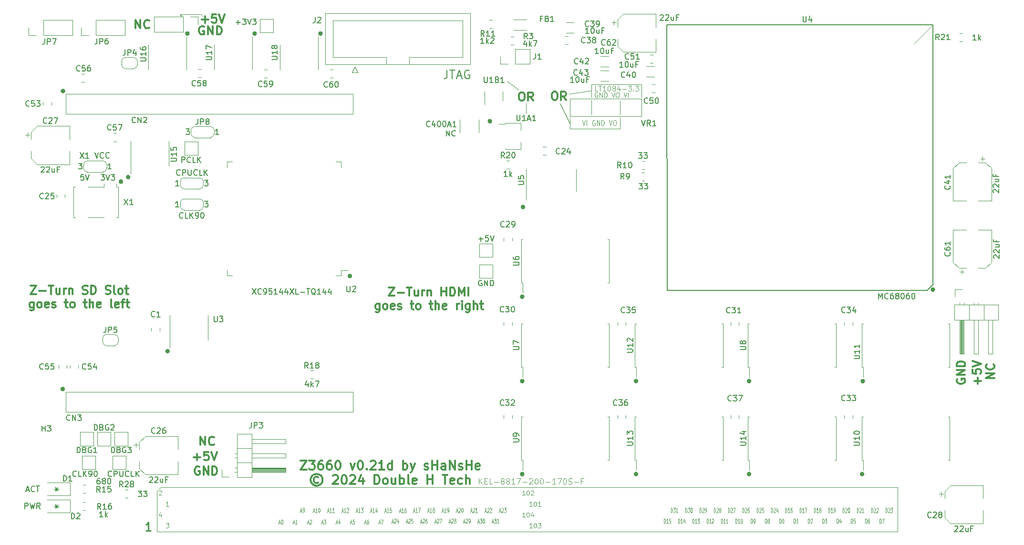
<source format=gbr>
G04 #@! TF.GenerationSoftware,KiCad,Pcbnew,7.0.6-0*
G04 #@! TF.CreationDate,2024-03-03T17:22:18+01:00*
G04 #@! TF.ProjectId,Z3660_v021d,5a333636-305f-4763-9032-31642e6b6963,v0.21d*
G04 #@! TF.SameCoordinates,Original*
G04 #@! TF.FileFunction,Legend,Top*
G04 #@! TF.FilePolarity,Positive*
%FSLAX46Y46*%
G04 Gerber Fmt 4.6, Leading zero omitted, Abs format (unit mm)*
G04 Created by KiCad (PCBNEW 7.0.6-0) date 2024-03-03 17:22:18*
%MOMM*%
%LPD*%
G01*
G04 APERTURE LIST*
%ADD10C,0.150000*%
%ADD11C,0.120000*%
%ADD12C,0.400000*%
%ADD13C,0.100000*%
%ADD14C,0.300000*%
%ADD15C,0.250000*%
G04 APERTURE END LIST*
D10*
X242062000Y-31877000D02*
X194818000Y-31877000D01*
X242062000Y-77978000D02*
X242062000Y-31877000D01*
X241046000Y-78994000D02*
X242062000Y-77978000D01*
D11*
X139128500Y-97050000D02*
X88138000Y-97050000D01*
X139128500Y-44154500D02*
X88138000Y-44154500D01*
X105029000Y-113982500D02*
X104330000Y-114681000D01*
D12*
X242262000Y-78867000D02*
G75*
G03*
X242262000Y-78867000I-200000J0D01*
G01*
D11*
X238760000Y-35179000D02*
X242062000Y-31877000D01*
D12*
X229816000Y-95123000D02*
G75*
G03*
X229816000Y-95123000I-200000J0D01*
G01*
X209623000Y-95123000D02*
G75*
G03*
X209623000Y-95123000I-200000J0D01*
G01*
X87779200Y-96520000D02*
G75*
G03*
X87779200Y-96520000I-200000J0D01*
G01*
D11*
X186563000Y-50292000D02*
X186563000Y-48387000D01*
X108700000Y-30000000D02*
X108500000Y-30200000D01*
D12*
X99403000Y-58896000D02*
G75*
G03*
X99403000Y-58896000I-200000J0D01*
G01*
D13*
X186563000Y-45404600D02*
X186563000Y-47893800D01*
D11*
X88138000Y-44154500D02*
X88138000Y-47647000D01*
X235839000Y-121856500D02*
X235839000Y-113982500D01*
D12*
X169364000Y-80137000D02*
G75*
G03*
X169364000Y-80137000I-200000J0D01*
G01*
X169500000Y-64200000D02*
G75*
G03*
X169500000Y-64200000I-200000J0D01*
G01*
D11*
X139128500Y-47647000D02*
X139128500Y-44154500D01*
X177633000Y-50292000D02*
X186563000Y-50292000D01*
X181483000Y-44704000D02*
X181483000Y-42418000D01*
X175818800Y-45821600D02*
X177633000Y-49339500D01*
X177444400Y-44094400D02*
X181483000Y-43561000D01*
X88138000Y-100606000D02*
X139128500Y-100606000D01*
X86693000Y-113919000D02*
X86693000Y-114681000D01*
D12*
X98117000Y-59690000D02*
G75*
G03*
X98117000Y-59690000I-200000J0D01*
G01*
D11*
X85931000Y-114300000D02*
X86947000Y-114300000D01*
X85931000Y-117348000D02*
X86947000Y-117348000D01*
X86693000Y-117355208D02*
X86312000Y-117729000D01*
X86312000Y-116967000D01*
X86693000Y-117355208D01*
G36*
X86693000Y-117355208D02*
G01*
X86312000Y-117729000D01*
X86312000Y-116967000D01*
X86693000Y-117355208D01*
G37*
X139128500Y-100606000D02*
X139128500Y-97050000D01*
D12*
X138757000Y-76454000D02*
G75*
G03*
X138757000Y-76454000I-200000J0D01*
G01*
D11*
X190373000Y-42418000D02*
X190373000Y-44704000D01*
D12*
X189557000Y-111633000D02*
G75*
G03*
X189557000Y-111633000I-200000J0D01*
G01*
D11*
X104330000Y-114681000D02*
X104330000Y-121856500D01*
D12*
X169364000Y-111633000D02*
G75*
G03*
X169364000Y-111633000I-200000J0D01*
G01*
X189557000Y-95123000D02*
G75*
G03*
X189557000Y-95123000I-200000J0D01*
G01*
X163623600Y-48971200D02*
G75*
G03*
X163623600Y-48971200I-200000J0D01*
G01*
D10*
X194945000Y-78994000D02*
X194818000Y-31877000D01*
D12*
X133550000Y-33401000D02*
G75*
G03*
X133550000Y-33401000I-200000J0D01*
G01*
D11*
X166420800Y-41808400D02*
X168503600Y-43332400D01*
D13*
X181483000Y-45252200D02*
X181483000Y-47741400D01*
D11*
X108500000Y-30200000D02*
X108500000Y-29900000D01*
X169824400Y-47498000D02*
X169824400Y-45720000D01*
X235839000Y-113982500D02*
X105029000Y-113982500D01*
X86693000Y-116967000D02*
X86693000Y-117729000D01*
X108500000Y-29900000D02*
X108800000Y-30200000D01*
X86693000Y-114307208D02*
X86312000Y-114681000D01*
X86312000Y-113919000D01*
X86693000Y-114307208D01*
G36*
X86693000Y-114307208D02*
G01*
X86312000Y-114681000D01*
X86312000Y-113919000D01*
X86693000Y-114307208D01*
G37*
D12*
X121866000Y-33401000D02*
G75*
G03*
X121866000Y-33401000I-200000J0D01*
G01*
X87830000Y-43624500D02*
G75*
G03*
X87830000Y-43624500I-200000J0D01*
G01*
D11*
X88138000Y-97050000D02*
X88138000Y-100606000D01*
D12*
X109928000Y-33401000D02*
G75*
G03*
X109928000Y-33401000I-200000J0D01*
G01*
X169364000Y-95123000D02*
G75*
G03*
X169364000Y-95123000I-200000J0D01*
G01*
D11*
X112100000Y-30000000D02*
X108700000Y-30000000D01*
X177633000Y-48387000D02*
X177633000Y-50292000D01*
D10*
X241046000Y-78994000D02*
X194945000Y-78994000D01*
D12*
X209623000Y-111633000D02*
G75*
G03*
X209623000Y-111633000I-200000J0D01*
G01*
X106390800Y-89795600D02*
G75*
G03*
X106390800Y-89795600I-200000J0D01*
G01*
X229689000Y-111633000D02*
G75*
G03*
X229689000Y-111633000I-200000J0D01*
G01*
D11*
X108800000Y-30200000D02*
X108500000Y-30200000D01*
X104330000Y-121856500D02*
X235839000Y-121856500D01*
X181483000Y-42418000D02*
X190373000Y-42418000D01*
X88138000Y-47647000D02*
X139128500Y-47647000D01*
X112400000Y-30300000D02*
X112100000Y-30000000D01*
D13*
X163804763Y-120136323D02*
X164042858Y-120136323D01*
X163757144Y-120364895D02*
X163923810Y-119564895D01*
X163923810Y-119564895D02*
X164090477Y-120364895D01*
X164209524Y-119564895D02*
X164519048Y-119564895D01*
X164519048Y-119564895D02*
X164352381Y-119869657D01*
X164352381Y-119869657D02*
X164423810Y-119869657D01*
X164423810Y-119869657D02*
X164471429Y-119907752D01*
X164471429Y-119907752D02*
X164495238Y-119945847D01*
X164495238Y-119945847D02*
X164519048Y-120022038D01*
X164519048Y-120022038D02*
X164519048Y-120212514D01*
X164519048Y-120212514D02*
X164495238Y-120288704D01*
X164495238Y-120288704D02*
X164471429Y-120326800D01*
X164471429Y-120326800D02*
X164423810Y-120364895D01*
X164423810Y-120364895D02*
X164280953Y-120364895D01*
X164280953Y-120364895D02*
X164233334Y-120326800D01*
X164233334Y-120326800D02*
X164209524Y-120288704D01*
X164995238Y-120364895D02*
X164709524Y-120364895D01*
X164852381Y-120364895D02*
X164852381Y-119564895D01*
X164852381Y-119564895D02*
X164804762Y-119679180D01*
X164804762Y-119679180D02*
X164757143Y-119755371D01*
X164757143Y-119755371D02*
X164709524Y-119793466D01*
X233642857Y-118459895D02*
X233642857Y-117659895D01*
X233642857Y-117659895D02*
X233761905Y-117659895D01*
X233761905Y-117659895D02*
X233833333Y-117697990D01*
X233833333Y-117697990D02*
X233880952Y-117774180D01*
X233880952Y-117774180D02*
X233904762Y-117850371D01*
X233904762Y-117850371D02*
X233928571Y-118002752D01*
X233928571Y-118002752D02*
X233928571Y-118117038D01*
X233928571Y-118117038D02*
X233904762Y-118269419D01*
X233904762Y-118269419D02*
X233880952Y-118345609D01*
X233880952Y-118345609D02*
X233833333Y-118421800D01*
X233833333Y-118421800D02*
X233761905Y-118459895D01*
X233761905Y-118459895D02*
X233642857Y-118459895D01*
X234119048Y-117736085D02*
X234142857Y-117697990D01*
X234142857Y-117697990D02*
X234190476Y-117659895D01*
X234190476Y-117659895D02*
X234309524Y-117659895D01*
X234309524Y-117659895D02*
X234357143Y-117697990D01*
X234357143Y-117697990D02*
X234380952Y-117736085D01*
X234380952Y-117736085D02*
X234404762Y-117812276D01*
X234404762Y-117812276D02*
X234404762Y-117888466D01*
X234404762Y-117888466D02*
X234380952Y-118002752D01*
X234380952Y-118002752D02*
X234095238Y-118459895D01*
X234095238Y-118459895D02*
X234404762Y-118459895D01*
X234571428Y-117659895D02*
X234880952Y-117659895D01*
X234880952Y-117659895D02*
X234714285Y-117964657D01*
X234714285Y-117964657D02*
X234785714Y-117964657D01*
X234785714Y-117964657D02*
X234833333Y-118002752D01*
X234833333Y-118002752D02*
X234857142Y-118040847D01*
X234857142Y-118040847D02*
X234880952Y-118117038D01*
X234880952Y-118117038D02*
X234880952Y-118307514D01*
X234880952Y-118307514D02*
X234857142Y-118383704D01*
X234857142Y-118383704D02*
X234833333Y-118421800D01*
X234833333Y-118421800D02*
X234785714Y-118459895D01*
X234785714Y-118459895D02*
X234642857Y-118459895D01*
X234642857Y-118459895D02*
X234595238Y-118421800D01*
X234595238Y-118421800D02*
X234571428Y-118383704D01*
X208242857Y-118459895D02*
X208242857Y-117659895D01*
X208242857Y-117659895D02*
X208361905Y-117659895D01*
X208361905Y-117659895D02*
X208433333Y-117697990D01*
X208433333Y-117697990D02*
X208480952Y-117774180D01*
X208480952Y-117774180D02*
X208504762Y-117850371D01*
X208504762Y-117850371D02*
X208528571Y-118002752D01*
X208528571Y-118002752D02*
X208528571Y-118117038D01*
X208528571Y-118117038D02*
X208504762Y-118269419D01*
X208504762Y-118269419D02*
X208480952Y-118345609D01*
X208480952Y-118345609D02*
X208433333Y-118421800D01*
X208433333Y-118421800D02*
X208361905Y-118459895D01*
X208361905Y-118459895D02*
X208242857Y-118459895D01*
X208719048Y-117736085D02*
X208742857Y-117697990D01*
X208742857Y-117697990D02*
X208790476Y-117659895D01*
X208790476Y-117659895D02*
X208909524Y-117659895D01*
X208909524Y-117659895D02*
X208957143Y-117697990D01*
X208957143Y-117697990D02*
X208980952Y-117736085D01*
X208980952Y-117736085D02*
X209004762Y-117812276D01*
X209004762Y-117812276D02*
X209004762Y-117888466D01*
X209004762Y-117888466D02*
X208980952Y-118002752D01*
X208980952Y-118002752D02*
X208695238Y-118459895D01*
X208695238Y-118459895D02*
X209004762Y-118459895D01*
X209433333Y-117659895D02*
X209338095Y-117659895D01*
X209338095Y-117659895D02*
X209290476Y-117697990D01*
X209290476Y-117697990D02*
X209266666Y-117736085D01*
X209266666Y-117736085D02*
X209219047Y-117850371D01*
X209219047Y-117850371D02*
X209195238Y-118002752D01*
X209195238Y-118002752D02*
X209195238Y-118307514D01*
X209195238Y-118307514D02*
X209219047Y-118383704D01*
X209219047Y-118383704D02*
X209242857Y-118421800D01*
X209242857Y-118421800D02*
X209290476Y-118459895D01*
X209290476Y-118459895D02*
X209385714Y-118459895D01*
X209385714Y-118459895D02*
X209433333Y-118421800D01*
X209433333Y-118421800D02*
X209457142Y-118383704D01*
X209457142Y-118383704D02*
X209480952Y-118307514D01*
X209480952Y-118307514D02*
X209480952Y-118117038D01*
X209480952Y-118117038D02*
X209457142Y-118040847D01*
X209457142Y-118040847D02*
X209433333Y-118002752D01*
X209433333Y-118002752D02*
X209385714Y-117964657D01*
X209385714Y-117964657D02*
X209290476Y-117964657D01*
X209290476Y-117964657D02*
X209242857Y-118002752D01*
X209242857Y-118002752D02*
X209219047Y-118040847D01*
X209219047Y-118040847D02*
X209195238Y-118117038D01*
X198082857Y-118459895D02*
X198082857Y-117659895D01*
X198082857Y-117659895D02*
X198201905Y-117659895D01*
X198201905Y-117659895D02*
X198273333Y-117697990D01*
X198273333Y-117697990D02*
X198320952Y-117774180D01*
X198320952Y-117774180D02*
X198344762Y-117850371D01*
X198344762Y-117850371D02*
X198368571Y-118002752D01*
X198368571Y-118002752D02*
X198368571Y-118117038D01*
X198368571Y-118117038D02*
X198344762Y-118269419D01*
X198344762Y-118269419D02*
X198320952Y-118345609D01*
X198320952Y-118345609D02*
X198273333Y-118421800D01*
X198273333Y-118421800D02*
X198201905Y-118459895D01*
X198201905Y-118459895D02*
X198082857Y-118459895D01*
X198535238Y-117659895D02*
X198844762Y-117659895D01*
X198844762Y-117659895D02*
X198678095Y-117964657D01*
X198678095Y-117964657D02*
X198749524Y-117964657D01*
X198749524Y-117964657D02*
X198797143Y-118002752D01*
X198797143Y-118002752D02*
X198820952Y-118040847D01*
X198820952Y-118040847D02*
X198844762Y-118117038D01*
X198844762Y-118117038D02*
X198844762Y-118307514D01*
X198844762Y-118307514D02*
X198820952Y-118383704D01*
X198820952Y-118383704D02*
X198797143Y-118421800D01*
X198797143Y-118421800D02*
X198749524Y-118459895D01*
X198749524Y-118459895D02*
X198606667Y-118459895D01*
X198606667Y-118459895D02*
X198559048Y-118421800D01*
X198559048Y-118421800D02*
X198535238Y-118383704D01*
X199154285Y-117659895D02*
X199201904Y-117659895D01*
X199201904Y-117659895D02*
X199249523Y-117697990D01*
X199249523Y-117697990D02*
X199273333Y-117736085D01*
X199273333Y-117736085D02*
X199297142Y-117812276D01*
X199297142Y-117812276D02*
X199320952Y-117964657D01*
X199320952Y-117964657D02*
X199320952Y-118155133D01*
X199320952Y-118155133D02*
X199297142Y-118307514D01*
X199297142Y-118307514D02*
X199273333Y-118383704D01*
X199273333Y-118383704D02*
X199249523Y-118421800D01*
X199249523Y-118421800D02*
X199201904Y-118459895D01*
X199201904Y-118459895D02*
X199154285Y-118459895D01*
X199154285Y-118459895D02*
X199106666Y-118421800D01*
X199106666Y-118421800D02*
X199082857Y-118383704D01*
X199082857Y-118383704D02*
X199059047Y-118307514D01*
X199059047Y-118307514D02*
X199035238Y-118155133D01*
X199035238Y-118155133D02*
X199035238Y-117964657D01*
X199035238Y-117964657D02*
X199059047Y-117812276D01*
X199059047Y-117812276D02*
X199082857Y-117736085D01*
X199082857Y-117736085D02*
X199106666Y-117697990D01*
X199106666Y-117697990D02*
X199154285Y-117659895D01*
X220942857Y-118459895D02*
X220942857Y-117659895D01*
X220942857Y-117659895D02*
X221061905Y-117659895D01*
X221061905Y-117659895D02*
X221133333Y-117697990D01*
X221133333Y-117697990D02*
X221180952Y-117774180D01*
X221180952Y-117774180D02*
X221204762Y-117850371D01*
X221204762Y-117850371D02*
X221228571Y-118002752D01*
X221228571Y-118002752D02*
X221228571Y-118117038D01*
X221228571Y-118117038D02*
X221204762Y-118269419D01*
X221204762Y-118269419D02*
X221180952Y-118345609D01*
X221180952Y-118345609D02*
X221133333Y-118421800D01*
X221133333Y-118421800D02*
X221061905Y-118459895D01*
X221061905Y-118459895D02*
X220942857Y-118459895D01*
X221704762Y-118459895D02*
X221419048Y-118459895D01*
X221561905Y-118459895D02*
X221561905Y-117659895D01*
X221561905Y-117659895D02*
X221514286Y-117774180D01*
X221514286Y-117774180D02*
X221466667Y-117850371D01*
X221466667Y-117850371D02*
X221419048Y-117888466D01*
X221990476Y-118002752D02*
X221942857Y-117964657D01*
X221942857Y-117964657D02*
X221919047Y-117926561D01*
X221919047Y-117926561D02*
X221895238Y-117850371D01*
X221895238Y-117850371D02*
X221895238Y-117812276D01*
X221895238Y-117812276D02*
X221919047Y-117736085D01*
X221919047Y-117736085D02*
X221942857Y-117697990D01*
X221942857Y-117697990D02*
X221990476Y-117659895D01*
X221990476Y-117659895D02*
X222085714Y-117659895D01*
X222085714Y-117659895D02*
X222133333Y-117697990D01*
X222133333Y-117697990D02*
X222157142Y-117736085D01*
X222157142Y-117736085D02*
X222180952Y-117812276D01*
X222180952Y-117812276D02*
X222180952Y-117850371D01*
X222180952Y-117850371D02*
X222157142Y-117926561D01*
X222157142Y-117926561D02*
X222133333Y-117964657D01*
X222133333Y-117964657D02*
X222085714Y-118002752D01*
X222085714Y-118002752D02*
X221990476Y-118002752D01*
X221990476Y-118002752D02*
X221942857Y-118040847D01*
X221942857Y-118040847D02*
X221919047Y-118078942D01*
X221919047Y-118078942D02*
X221895238Y-118155133D01*
X221895238Y-118155133D02*
X221895238Y-118307514D01*
X221895238Y-118307514D02*
X221919047Y-118383704D01*
X221919047Y-118383704D02*
X221942857Y-118421800D01*
X221942857Y-118421800D02*
X221990476Y-118459895D01*
X221990476Y-118459895D02*
X222085714Y-118459895D01*
X222085714Y-118459895D02*
X222133333Y-118421800D01*
X222133333Y-118421800D02*
X222157142Y-118383704D01*
X222157142Y-118383704D02*
X222180952Y-118307514D01*
X222180952Y-118307514D02*
X222180952Y-118155133D01*
X222180952Y-118155133D02*
X222157142Y-118078942D01*
X222157142Y-118078942D02*
X222133333Y-118040847D01*
X222133333Y-118040847D02*
X222085714Y-118002752D01*
X213322857Y-118459895D02*
X213322857Y-117659895D01*
X213322857Y-117659895D02*
X213441905Y-117659895D01*
X213441905Y-117659895D02*
X213513333Y-117697990D01*
X213513333Y-117697990D02*
X213560952Y-117774180D01*
X213560952Y-117774180D02*
X213584762Y-117850371D01*
X213584762Y-117850371D02*
X213608571Y-118002752D01*
X213608571Y-118002752D02*
X213608571Y-118117038D01*
X213608571Y-118117038D02*
X213584762Y-118269419D01*
X213584762Y-118269419D02*
X213560952Y-118345609D01*
X213560952Y-118345609D02*
X213513333Y-118421800D01*
X213513333Y-118421800D02*
X213441905Y-118459895D01*
X213441905Y-118459895D02*
X213322857Y-118459895D01*
X213799048Y-117736085D02*
X213822857Y-117697990D01*
X213822857Y-117697990D02*
X213870476Y-117659895D01*
X213870476Y-117659895D02*
X213989524Y-117659895D01*
X213989524Y-117659895D02*
X214037143Y-117697990D01*
X214037143Y-117697990D02*
X214060952Y-117736085D01*
X214060952Y-117736085D02*
X214084762Y-117812276D01*
X214084762Y-117812276D02*
X214084762Y-117888466D01*
X214084762Y-117888466D02*
X214060952Y-118002752D01*
X214060952Y-118002752D02*
X213775238Y-118459895D01*
X213775238Y-118459895D02*
X214084762Y-118459895D01*
X214513333Y-117926561D02*
X214513333Y-118459895D01*
X214394285Y-117621800D02*
X214275238Y-118193228D01*
X214275238Y-118193228D02*
X214584761Y-118193228D01*
X228562857Y-118459895D02*
X228562857Y-117659895D01*
X228562857Y-117659895D02*
X228681905Y-117659895D01*
X228681905Y-117659895D02*
X228753333Y-117697990D01*
X228753333Y-117697990D02*
X228800952Y-117774180D01*
X228800952Y-117774180D02*
X228824762Y-117850371D01*
X228824762Y-117850371D02*
X228848571Y-118002752D01*
X228848571Y-118002752D02*
X228848571Y-118117038D01*
X228848571Y-118117038D02*
X228824762Y-118269419D01*
X228824762Y-118269419D02*
X228800952Y-118345609D01*
X228800952Y-118345609D02*
X228753333Y-118421800D01*
X228753333Y-118421800D02*
X228681905Y-118459895D01*
X228681905Y-118459895D02*
X228562857Y-118459895D01*
X229039048Y-117736085D02*
X229062857Y-117697990D01*
X229062857Y-117697990D02*
X229110476Y-117659895D01*
X229110476Y-117659895D02*
X229229524Y-117659895D01*
X229229524Y-117659895D02*
X229277143Y-117697990D01*
X229277143Y-117697990D02*
X229300952Y-117736085D01*
X229300952Y-117736085D02*
X229324762Y-117812276D01*
X229324762Y-117812276D02*
X229324762Y-117888466D01*
X229324762Y-117888466D02*
X229300952Y-118002752D01*
X229300952Y-118002752D02*
X229015238Y-118459895D01*
X229015238Y-118459895D02*
X229324762Y-118459895D01*
X229800952Y-118459895D02*
X229515238Y-118459895D01*
X229658095Y-118459895D02*
X229658095Y-117659895D01*
X229658095Y-117659895D02*
X229610476Y-117774180D01*
X229610476Y-117774180D02*
X229562857Y-117850371D01*
X229562857Y-117850371D02*
X229515238Y-117888466D01*
X222450952Y-120364895D02*
X222450952Y-119564895D01*
X222450952Y-119564895D02*
X222570000Y-119564895D01*
X222570000Y-119564895D02*
X222641428Y-119602990D01*
X222641428Y-119602990D02*
X222689047Y-119679180D01*
X222689047Y-119679180D02*
X222712857Y-119755371D01*
X222712857Y-119755371D02*
X222736666Y-119907752D01*
X222736666Y-119907752D02*
X222736666Y-120022038D01*
X222736666Y-120022038D02*
X222712857Y-120174419D01*
X222712857Y-120174419D02*
X222689047Y-120250609D01*
X222689047Y-120250609D02*
X222641428Y-120326800D01*
X222641428Y-120326800D02*
X222570000Y-120364895D01*
X222570000Y-120364895D02*
X222450952Y-120364895D01*
X222903333Y-119564895D02*
X223212857Y-119564895D01*
X223212857Y-119564895D02*
X223046190Y-119869657D01*
X223046190Y-119869657D02*
X223117619Y-119869657D01*
X223117619Y-119869657D02*
X223165238Y-119907752D01*
X223165238Y-119907752D02*
X223189047Y-119945847D01*
X223189047Y-119945847D02*
X223212857Y-120022038D01*
X223212857Y-120022038D02*
X223212857Y-120212514D01*
X223212857Y-120212514D02*
X223189047Y-120288704D01*
X223189047Y-120288704D02*
X223165238Y-120326800D01*
X223165238Y-120326800D02*
X223117619Y-120364895D01*
X223117619Y-120364895D02*
X222974762Y-120364895D01*
X222974762Y-120364895D02*
X222927143Y-120326800D01*
X222927143Y-120326800D02*
X222903333Y-120288704D01*
X226022857Y-118459895D02*
X226022857Y-117659895D01*
X226022857Y-117659895D02*
X226141905Y-117659895D01*
X226141905Y-117659895D02*
X226213333Y-117697990D01*
X226213333Y-117697990D02*
X226260952Y-117774180D01*
X226260952Y-117774180D02*
X226284762Y-117850371D01*
X226284762Y-117850371D02*
X226308571Y-118002752D01*
X226308571Y-118002752D02*
X226308571Y-118117038D01*
X226308571Y-118117038D02*
X226284762Y-118269419D01*
X226284762Y-118269419D02*
X226260952Y-118345609D01*
X226260952Y-118345609D02*
X226213333Y-118421800D01*
X226213333Y-118421800D02*
X226141905Y-118459895D01*
X226141905Y-118459895D02*
X226022857Y-118459895D01*
X226499048Y-117736085D02*
X226522857Y-117697990D01*
X226522857Y-117697990D02*
X226570476Y-117659895D01*
X226570476Y-117659895D02*
X226689524Y-117659895D01*
X226689524Y-117659895D02*
X226737143Y-117697990D01*
X226737143Y-117697990D02*
X226760952Y-117736085D01*
X226760952Y-117736085D02*
X226784762Y-117812276D01*
X226784762Y-117812276D02*
X226784762Y-117888466D01*
X226784762Y-117888466D02*
X226760952Y-118002752D01*
X226760952Y-118002752D02*
X226475238Y-118459895D01*
X226475238Y-118459895D02*
X226784762Y-118459895D01*
X227094285Y-117659895D02*
X227141904Y-117659895D01*
X227141904Y-117659895D02*
X227189523Y-117697990D01*
X227189523Y-117697990D02*
X227213333Y-117736085D01*
X227213333Y-117736085D02*
X227237142Y-117812276D01*
X227237142Y-117812276D02*
X227260952Y-117964657D01*
X227260952Y-117964657D02*
X227260952Y-118155133D01*
X227260952Y-118155133D02*
X227237142Y-118307514D01*
X227237142Y-118307514D02*
X227213333Y-118383704D01*
X227213333Y-118383704D02*
X227189523Y-118421800D01*
X227189523Y-118421800D02*
X227141904Y-118459895D01*
X227141904Y-118459895D02*
X227094285Y-118459895D01*
X227094285Y-118459895D02*
X227046666Y-118421800D01*
X227046666Y-118421800D02*
X227022857Y-118383704D01*
X227022857Y-118383704D02*
X226999047Y-118307514D01*
X226999047Y-118307514D02*
X226975238Y-118155133D01*
X226975238Y-118155133D02*
X226975238Y-117964657D01*
X226975238Y-117964657D02*
X226999047Y-117812276D01*
X226999047Y-117812276D02*
X227022857Y-117736085D01*
X227022857Y-117736085D02*
X227046666Y-117697990D01*
X227046666Y-117697990D02*
X227094285Y-117659895D01*
X195542857Y-118459895D02*
X195542857Y-117659895D01*
X195542857Y-117659895D02*
X195661905Y-117659895D01*
X195661905Y-117659895D02*
X195733333Y-117697990D01*
X195733333Y-117697990D02*
X195780952Y-117774180D01*
X195780952Y-117774180D02*
X195804762Y-117850371D01*
X195804762Y-117850371D02*
X195828571Y-118002752D01*
X195828571Y-118002752D02*
X195828571Y-118117038D01*
X195828571Y-118117038D02*
X195804762Y-118269419D01*
X195804762Y-118269419D02*
X195780952Y-118345609D01*
X195780952Y-118345609D02*
X195733333Y-118421800D01*
X195733333Y-118421800D02*
X195661905Y-118459895D01*
X195661905Y-118459895D02*
X195542857Y-118459895D01*
X195995238Y-117659895D02*
X196304762Y-117659895D01*
X196304762Y-117659895D02*
X196138095Y-117964657D01*
X196138095Y-117964657D02*
X196209524Y-117964657D01*
X196209524Y-117964657D02*
X196257143Y-118002752D01*
X196257143Y-118002752D02*
X196280952Y-118040847D01*
X196280952Y-118040847D02*
X196304762Y-118117038D01*
X196304762Y-118117038D02*
X196304762Y-118307514D01*
X196304762Y-118307514D02*
X196280952Y-118383704D01*
X196280952Y-118383704D02*
X196257143Y-118421800D01*
X196257143Y-118421800D02*
X196209524Y-118459895D01*
X196209524Y-118459895D02*
X196066667Y-118459895D01*
X196066667Y-118459895D02*
X196019048Y-118421800D01*
X196019048Y-118421800D02*
X195995238Y-118383704D01*
X196780952Y-118459895D02*
X196495238Y-118459895D01*
X196638095Y-118459895D02*
X196638095Y-117659895D01*
X196638095Y-117659895D02*
X196590476Y-117774180D01*
X196590476Y-117774180D02*
X196542857Y-117850371D01*
X196542857Y-117850371D02*
X196495238Y-117888466D01*
X205702857Y-118459895D02*
X205702857Y-117659895D01*
X205702857Y-117659895D02*
X205821905Y-117659895D01*
X205821905Y-117659895D02*
X205893333Y-117697990D01*
X205893333Y-117697990D02*
X205940952Y-117774180D01*
X205940952Y-117774180D02*
X205964762Y-117850371D01*
X205964762Y-117850371D02*
X205988571Y-118002752D01*
X205988571Y-118002752D02*
X205988571Y-118117038D01*
X205988571Y-118117038D02*
X205964762Y-118269419D01*
X205964762Y-118269419D02*
X205940952Y-118345609D01*
X205940952Y-118345609D02*
X205893333Y-118421800D01*
X205893333Y-118421800D02*
X205821905Y-118459895D01*
X205821905Y-118459895D02*
X205702857Y-118459895D01*
X206179048Y-117736085D02*
X206202857Y-117697990D01*
X206202857Y-117697990D02*
X206250476Y-117659895D01*
X206250476Y-117659895D02*
X206369524Y-117659895D01*
X206369524Y-117659895D02*
X206417143Y-117697990D01*
X206417143Y-117697990D02*
X206440952Y-117736085D01*
X206440952Y-117736085D02*
X206464762Y-117812276D01*
X206464762Y-117812276D02*
X206464762Y-117888466D01*
X206464762Y-117888466D02*
X206440952Y-118002752D01*
X206440952Y-118002752D02*
X206155238Y-118459895D01*
X206155238Y-118459895D02*
X206464762Y-118459895D01*
X206631428Y-117659895D02*
X206964761Y-117659895D01*
X206964761Y-117659895D02*
X206750476Y-118459895D01*
X203162857Y-118459895D02*
X203162857Y-117659895D01*
X203162857Y-117659895D02*
X203281905Y-117659895D01*
X203281905Y-117659895D02*
X203353333Y-117697990D01*
X203353333Y-117697990D02*
X203400952Y-117774180D01*
X203400952Y-117774180D02*
X203424762Y-117850371D01*
X203424762Y-117850371D02*
X203448571Y-118002752D01*
X203448571Y-118002752D02*
X203448571Y-118117038D01*
X203448571Y-118117038D02*
X203424762Y-118269419D01*
X203424762Y-118269419D02*
X203400952Y-118345609D01*
X203400952Y-118345609D02*
X203353333Y-118421800D01*
X203353333Y-118421800D02*
X203281905Y-118459895D01*
X203281905Y-118459895D02*
X203162857Y-118459895D01*
X203639048Y-117736085D02*
X203662857Y-117697990D01*
X203662857Y-117697990D02*
X203710476Y-117659895D01*
X203710476Y-117659895D02*
X203829524Y-117659895D01*
X203829524Y-117659895D02*
X203877143Y-117697990D01*
X203877143Y-117697990D02*
X203900952Y-117736085D01*
X203900952Y-117736085D02*
X203924762Y-117812276D01*
X203924762Y-117812276D02*
X203924762Y-117888466D01*
X203924762Y-117888466D02*
X203900952Y-118002752D01*
X203900952Y-118002752D02*
X203615238Y-118459895D01*
X203615238Y-118459895D02*
X203924762Y-118459895D01*
X204210476Y-118002752D02*
X204162857Y-117964657D01*
X204162857Y-117964657D02*
X204139047Y-117926561D01*
X204139047Y-117926561D02*
X204115238Y-117850371D01*
X204115238Y-117850371D02*
X204115238Y-117812276D01*
X204115238Y-117812276D02*
X204139047Y-117736085D01*
X204139047Y-117736085D02*
X204162857Y-117697990D01*
X204162857Y-117697990D02*
X204210476Y-117659895D01*
X204210476Y-117659895D02*
X204305714Y-117659895D01*
X204305714Y-117659895D02*
X204353333Y-117697990D01*
X204353333Y-117697990D02*
X204377142Y-117736085D01*
X204377142Y-117736085D02*
X204400952Y-117812276D01*
X204400952Y-117812276D02*
X204400952Y-117850371D01*
X204400952Y-117850371D02*
X204377142Y-117926561D01*
X204377142Y-117926561D02*
X204353333Y-117964657D01*
X204353333Y-117964657D02*
X204305714Y-118002752D01*
X204305714Y-118002752D02*
X204210476Y-118002752D01*
X204210476Y-118002752D02*
X204162857Y-118040847D01*
X204162857Y-118040847D02*
X204139047Y-118078942D01*
X204139047Y-118078942D02*
X204115238Y-118155133D01*
X204115238Y-118155133D02*
X204115238Y-118307514D01*
X204115238Y-118307514D02*
X204139047Y-118383704D01*
X204139047Y-118383704D02*
X204162857Y-118421800D01*
X204162857Y-118421800D02*
X204210476Y-118459895D01*
X204210476Y-118459895D02*
X204305714Y-118459895D01*
X204305714Y-118459895D02*
X204353333Y-118421800D01*
X204353333Y-118421800D02*
X204377142Y-118383704D01*
X204377142Y-118383704D02*
X204400952Y-118307514D01*
X204400952Y-118307514D02*
X204400952Y-118155133D01*
X204400952Y-118155133D02*
X204377142Y-118078942D01*
X204377142Y-118078942D02*
X204353333Y-118040847D01*
X204353333Y-118040847D02*
X204305714Y-118002752D01*
X200622857Y-118459895D02*
X200622857Y-117659895D01*
X200622857Y-117659895D02*
X200741905Y-117659895D01*
X200741905Y-117659895D02*
X200813333Y-117697990D01*
X200813333Y-117697990D02*
X200860952Y-117774180D01*
X200860952Y-117774180D02*
X200884762Y-117850371D01*
X200884762Y-117850371D02*
X200908571Y-118002752D01*
X200908571Y-118002752D02*
X200908571Y-118117038D01*
X200908571Y-118117038D02*
X200884762Y-118269419D01*
X200884762Y-118269419D02*
X200860952Y-118345609D01*
X200860952Y-118345609D02*
X200813333Y-118421800D01*
X200813333Y-118421800D02*
X200741905Y-118459895D01*
X200741905Y-118459895D02*
X200622857Y-118459895D01*
X201099048Y-117736085D02*
X201122857Y-117697990D01*
X201122857Y-117697990D02*
X201170476Y-117659895D01*
X201170476Y-117659895D02*
X201289524Y-117659895D01*
X201289524Y-117659895D02*
X201337143Y-117697990D01*
X201337143Y-117697990D02*
X201360952Y-117736085D01*
X201360952Y-117736085D02*
X201384762Y-117812276D01*
X201384762Y-117812276D02*
X201384762Y-117888466D01*
X201384762Y-117888466D02*
X201360952Y-118002752D01*
X201360952Y-118002752D02*
X201075238Y-118459895D01*
X201075238Y-118459895D02*
X201384762Y-118459895D01*
X201622857Y-118459895D02*
X201718095Y-118459895D01*
X201718095Y-118459895D02*
X201765714Y-118421800D01*
X201765714Y-118421800D02*
X201789523Y-118383704D01*
X201789523Y-118383704D02*
X201837142Y-118269419D01*
X201837142Y-118269419D02*
X201860952Y-118117038D01*
X201860952Y-118117038D02*
X201860952Y-117812276D01*
X201860952Y-117812276D02*
X201837142Y-117736085D01*
X201837142Y-117736085D02*
X201813333Y-117697990D01*
X201813333Y-117697990D02*
X201765714Y-117659895D01*
X201765714Y-117659895D02*
X201670476Y-117659895D01*
X201670476Y-117659895D02*
X201622857Y-117697990D01*
X201622857Y-117697990D02*
X201599047Y-117736085D01*
X201599047Y-117736085D02*
X201575238Y-117812276D01*
X201575238Y-117812276D02*
X201575238Y-118002752D01*
X201575238Y-118002752D02*
X201599047Y-118078942D01*
X201599047Y-118078942D02*
X201622857Y-118117038D01*
X201622857Y-118117038D02*
X201670476Y-118155133D01*
X201670476Y-118155133D02*
X201765714Y-118155133D01*
X201765714Y-118155133D02*
X201813333Y-118117038D01*
X201813333Y-118117038D02*
X201837142Y-118078942D01*
X201837142Y-118078942D02*
X201860952Y-118002752D01*
X215862857Y-118459895D02*
X215862857Y-117659895D01*
X215862857Y-117659895D02*
X215981905Y-117659895D01*
X215981905Y-117659895D02*
X216053333Y-117697990D01*
X216053333Y-117697990D02*
X216100952Y-117774180D01*
X216100952Y-117774180D02*
X216124762Y-117850371D01*
X216124762Y-117850371D02*
X216148571Y-118002752D01*
X216148571Y-118002752D02*
X216148571Y-118117038D01*
X216148571Y-118117038D02*
X216124762Y-118269419D01*
X216124762Y-118269419D02*
X216100952Y-118345609D01*
X216100952Y-118345609D02*
X216053333Y-118421800D01*
X216053333Y-118421800D02*
X215981905Y-118459895D01*
X215981905Y-118459895D02*
X215862857Y-118459895D01*
X216624762Y-118459895D02*
X216339048Y-118459895D01*
X216481905Y-118459895D02*
X216481905Y-117659895D01*
X216481905Y-117659895D02*
X216434286Y-117774180D01*
X216434286Y-117774180D02*
X216386667Y-117850371D01*
X216386667Y-117850371D02*
X216339048Y-117888466D01*
X217053333Y-117659895D02*
X216958095Y-117659895D01*
X216958095Y-117659895D02*
X216910476Y-117697990D01*
X216910476Y-117697990D02*
X216886666Y-117736085D01*
X216886666Y-117736085D02*
X216839047Y-117850371D01*
X216839047Y-117850371D02*
X216815238Y-118002752D01*
X216815238Y-118002752D02*
X216815238Y-118307514D01*
X216815238Y-118307514D02*
X216839047Y-118383704D01*
X216839047Y-118383704D02*
X216862857Y-118421800D01*
X216862857Y-118421800D02*
X216910476Y-118459895D01*
X216910476Y-118459895D02*
X217005714Y-118459895D01*
X217005714Y-118459895D02*
X217053333Y-118421800D01*
X217053333Y-118421800D02*
X217077142Y-118383704D01*
X217077142Y-118383704D02*
X217100952Y-118307514D01*
X217100952Y-118307514D02*
X217100952Y-118117038D01*
X217100952Y-118117038D02*
X217077142Y-118040847D01*
X217077142Y-118040847D02*
X217053333Y-118002752D01*
X217053333Y-118002752D02*
X217005714Y-117964657D01*
X217005714Y-117964657D02*
X216910476Y-117964657D01*
X216910476Y-117964657D02*
X216862857Y-118002752D01*
X216862857Y-118002752D02*
X216839047Y-118040847D01*
X216839047Y-118040847D02*
X216815238Y-118117038D01*
X231102857Y-118459895D02*
X231102857Y-117659895D01*
X231102857Y-117659895D02*
X231221905Y-117659895D01*
X231221905Y-117659895D02*
X231293333Y-117697990D01*
X231293333Y-117697990D02*
X231340952Y-117774180D01*
X231340952Y-117774180D02*
X231364762Y-117850371D01*
X231364762Y-117850371D02*
X231388571Y-118002752D01*
X231388571Y-118002752D02*
X231388571Y-118117038D01*
X231388571Y-118117038D02*
X231364762Y-118269419D01*
X231364762Y-118269419D02*
X231340952Y-118345609D01*
X231340952Y-118345609D02*
X231293333Y-118421800D01*
X231293333Y-118421800D02*
X231221905Y-118459895D01*
X231221905Y-118459895D02*
X231102857Y-118459895D01*
X231579048Y-117736085D02*
X231602857Y-117697990D01*
X231602857Y-117697990D02*
X231650476Y-117659895D01*
X231650476Y-117659895D02*
X231769524Y-117659895D01*
X231769524Y-117659895D02*
X231817143Y-117697990D01*
X231817143Y-117697990D02*
X231840952Y-117736085D01*
X231840952Y-117736085D02*
X231864762Y-117812276D01*
X231864762Y-117812276D02*
X231864762Y-117888466D01*
X231864762Y-117888466D02*
X231840952Y-118002752D01*
X231840952Y-118002752D02*
X231555238Y-118459895D01*
X231555238Y-118459895D02*
X231864762Y-118459895D01*
X232055238Y-117736085D02*
X232079047Y-117697990D01*
X232079047Y-117697990D02*
X232126666Y-117659895D01*
X232126666Y-117659895D02*
X232245714Y-117659895D01*
X232245714Y-117659895D02*
X232293333Y-117697990D01*
X232293333Y-117697990D02*
X232317142Y-117736085D01*
X232317142Y-117736085D02*
X232340952Y-117812276D01*
X232340952Y-117812276D02*
X232340952Y-117888466D01*
X232340952Y-117888466D02*
X232317142Y-118002752D01*
X232317142Y-118002752D02*
X232031428Y-118459895D01*
X232031428Y-118459895D02*
X232340952Y-118459895D01*
X218402857Y-118459895D02*
X218402857Y-117659895D01*
X218402857Y-117659895D02*
X218521905Y-117659895D01*
X218521905Y-117659895D02*
X218593333Y-117697990D01*
X218593333Y-117697990D02*
X218640952Y-117774180D01*
X218640952Y-117774180D02*
X218664762Y-117850371D01*
X218664762Y-117850371D02*
X218688571Y-118002752D01*
X218688571Y-118002752D02*
X218688571Y-118117038D01*
X218688571Y-118117038D02*
X218664762Y-118269419D01*
X218664762Y-118269419D02*
X218640952Y-118345609D01*
X218640952Y-118345609D02*
X218593333Y-118421800D01*
X218593333Y-118421800D02*
X218521905Y-118459895D01*
X218521905Y-118459895D02*
X218402857Y-118459895D01*
X219164762Y-118459895D02*
X218879048Y-118459895D01*
X219021905Y-118459895D02*
X219021905Y-117659895D01*
X219021905Y-117659895D02*
X218974286Y-117774180D01*
X218974286Y-117774180D02*
X218926667Y-117850371D01*
X218926667Y-117850371D02*
X218879048Y-117888466D01*
X219331428Y-117659895D02*
X219664761Y-117659895D01*
X219664761Y-117659895D02*
X219450476Y-118459895D01*
X210782857Y-118459895D02*
X210782857Y-117659895D01*
X210782857Y-117659895D02*
X210901905Y-117659895D01*
X210901905Y-117659895D02*
X210973333Y-117697990D01*
X210973333Y-117697990D02*
X211020952Y-117774180D01*
X211020952Y-117774180D02*
X211044762Y-117850371D01*
X211044762Y-117850371D02*
X211068571Y-118002752D01*
X211068571Y-118002752D02*
X211068571Y-118117038D01*
X211068571Y-118117038D02*
X211044762Y-118269419D01*
X211044762Y-118269419D02*
X211020952Y-118345609D01*
X211020952Y-118345609D02*
X210973333Y-118421800D01*
X210973333Y-118421800D02*
X210901905Y-118459895D01*
X210901905Y-118459895D02*
X210782857Y-118459895D01*
X211259048Y-117736085D02*
X211282857Y-117697990D01*
X211282857Y-117697990D02*
X211330476Y-117659895D01*
X211330476Y-117659895D02*
X211449524Y-117659895D01*
X211449524Y-117659895D02*
X211497143Y-117697990D01*
X211497143Y-117697990D02*
X211520952Y-117736085D01*
X211520952Y-117736085D02*
X211544762Y-117812276D01*
X211544762Y-117812276D02*
X211544762Y-117888466D01*
X211544762Y-117888466D02*
X211520952Y-118002752D01*
X211520952Y-118002752D02*
X211235238Y-118459895D01*
X211235238Y-118459895D02*
X211544762Y-118459895D01*
X211997142Y-117659895D02*
X211759047Y-117659895D01*
X211759047Y-117659895D02*
X211735238Y-118040847D01*
X211735238Y-118040847D02*
X211759047Y-118002752D01*
X211759047Y-118002752D02*
X211806666Y-117964657D01*
X211806666Y-117964657D02*
X211925714Y-117964657D01*
X211925714Y-117964657D02*
X211973333Y-118002752D01*
X211973333Y-118002752D02*
X211997142Y-118040847D01*
X211997142Y-118040847D02*
X212020952Y-118117038D01*
X212020952Y-118117038D02*
X212020952Y-118307514D01*
X212020952Y-118307514D02*
X211997142Y-118383704D01*
X211997142Y-118383704D02*
X211973333Y-118421800D01*
X211973333Y-118421800D02*
X211925714Y-118459895D01*
X211925714Y-118459895D02*
X211806666Y-118459895D01*
X211806666Y-118459895D02*
X211759047Y-118421800D01*
X211759047Y-118421800D02*
X211735238Y-118383704D01*
X223482857Y-118459895D02*
X223482857Y-117659895D01*
X223482857Y-117659895D02*
X223601905Y-117659895D01*
X223601905Y-117659895D02*
X223673333Y-117697990D01*
X223673333Y-117697990D02*
X223720952Y-117774180D01*
X223720952Y-117774180D02*
X223744762Y-117850371D01*
X223744762Y-117850371D02*
X223768571Y-118002752D01*
X223768571Y-118002752D02*
X223768571Y-118117038D01*
X223768571Y-118117038D02*
X223744762Y-118269419D01*
X223744762Y-118269419D02*
X223720952Y-118345609D01*
X223720952Y-118345609D02*
X223673333Y-118421800D01*
X223673333Y-118421800D02*
X223601905Y-118459895D01*
X223601905Y-118459895D02*
X223482857Y-118459895D01*
X224244762Y-118459895D02*
X223959048Y-118459895D01*
X224101905Y-118459895D02*
X224101905Y-117659895D01*
X224101905Y-117659895D02*
X224054286Y-117774180D01*
X224054286Y-117774180D02*
X224006667Y-117850371D01*
X224006667Y-117850371D02*
X223959048Y-117888466D01*
X224482857Y-118459895D02*
X224578095Y-118459895D01*
X224578095Y-118459895D02*
X224625714Y-118421800D01*
X224625714Y-118421800D02*
X224649523Y-118383704D01*
X224649523Y-118383704D02*
X224697142Y-118269419D01*
X224697142Y-118269419D02*
X224720952Y-118117038D01*
X224720952Y-118117038D02*
X224720952Y-117812276D01*
X224720952Y-117812276D02*
X224697142Y-117736085D01*
X224697142Y-117736085D02*
X224673333Y-117697990D01*
X224673333Y-117697990D02*
X224625714Y-117659895D01*
X224625714Y-117659895D02*
X224530476Y-117659895D01*
X224530476Y-117659895D02*
X224482857Y-117697990D01*
X224482857Y-117697990D02*
X224459047Y-117736085D01*
X224459047Y-117736085D02*
X224435238Y-117812276D01*
X224435238Y-117812276D02*
X224435238Y-118002752D01*
X224435238Y-118002752D02*
X224459047Y-118078942D01*
X224459047Y-118078942D02*
X224482857Y-118117038D01*
X224482857Y-118117038D02*
X224530476Y-118155133D01*
X224530476Y-118155133D02*
X224625714Y-118155133D01*
X224625714Y-118155133D02*
X224673333Y-118117038D01*
X224673333Y-118117038D02*
X224697142Y-118078942D01*
X224697142Y-118078942D02*
X224720952Y-118002752D01*
X105054381Y-118703561D02*
X105054381Y-119236895D01*
X104863905Y-118398800D02*
X104673428Y-118970228D01*
X104673428Y-118970228D02*
X105168667Y-118970228D01*
X169646666Y-115363395D02*
X169189523Y-115363395D01*
X169418095Y-115363395D02*
X169418095Y-114563395D01*
X169418095Y-114563395D02*
X169341904Y-114677680D01*
X169341904Y-114677680D02*
X169265714Y-114753871D01*
X169265714Y-114753871D02*
X169189523Y-114791966D01*
X170141905Y-114563395D02*
X170218095Y-114563395D01*
X170218095Y-114563395D02*
X170294286Y-114601490D01*
X170294286Y-114601490D02*
X170332381Y-114639585D01*
X170332381Y-114639585D02*
X170370476Y-114715776D01*
X170370476Y-114715776D02*
X170408571Y-114868157D01*
X170408571Y-114868157D02*
X170408571Y-115058633D01*
X170408571Y-115058633D02*
X170370476Y-115211014D01*
X170370476Y-115211014D02*
X170332381Y-115287204D01*
X170332381Y-115287204D02*
X170294286Y-115325300D01*
X170294286Y-115325300D02*
X170218095Y-115363395D01*
X170218095Y-115363395D02*
X170141905Y-115363395D01*
X170141905Y-115363395D02*
X170065714Y-115325300D01*
X170065714Y-115325300D02*
X170027619Y-115287204D01*
X170027619Y-115287204D02*
X169989524Y-115211014D01*
X169989524Y-115211014D02*
X169951428Y-115058633D01*
X169951428Y-115058633D02*
X169951428Y-114868157D01*
X169951428Y-114868157D02*
X169989524Y-114715776D01*
X169989524Y-114715776D02*
X170027619Y-114639585D01*
X170027619Y-114639585D02*
X170065714Y-114601490D01*
X170065714Y-114601490D02*
X170141905Y-114563395D01*
X170713333Y-114639585D02*
X170751429Y-114601490D01*
X170751429Y-114601490D02*
X170827619Y-114563395D01*
X170827619Y-114563395D02*
X171018095Y-114563395D01*
X171018095Y-114563395D02*
X171094286Y-114601490D01*
X171094286Y-114601490D02*
X171132381Y-114639585D01*
X171132381Y-114639585D02*
X171170476Y-114715776D01*
X171170476Y-114715776D02*
X171170476Y-114791966D01*
X171170476Y-114791966D02*
X171132381Y-114906252D01*
X171132381Y-114906252D02*
X170675238Y-115363395D01*
X170675238Y-115363395D02*
X171170476Y-115363395D01*
X170916666Y-121141895D02*
X170459523Y-121141895D01*
X170688095Y-121141895D02*
X170688095Y-120341895D01*
X170688095Y-120341895D02*
X170611904Y-120456180D01*
X170611904Y-120456180D02*
X170535714Y-120532371D01*
X170535714Y-120532371D02*
X170459523Y-120570466D01*
X171411905Y-120341895D02*
X171488095Y-120341895D01*
X171488095Y-120341895D02*
X171564286Y-120379990D01*
X171564286Y-120379990D02*
X171602381Y-120418085D01*
X171602381Y-120418085D02*
X171640476Y-120494276D01*
X171640476Y-120494276D02*
X171678571Y-120646657D01*
X171678571Y-120646657D02*
X171678571Y-120837133D01*
X171678571Y-120837133D02*
X171640476Y-120989514D01*
X171640476Y-120989514D02*
X171602381Y-121065704D01*
X171602381Y-121065704D02*
X171564286Y-121103800D01*
X171564286Y-121103800D02*
X171488095Y-121141895D01*
X171488095Y-121141895D02*
X171411905Y-121141895D01*
X171411905Y-121141895D02*
X171335714Y-121103800D01*
X171335714Y-121103800D02*
X171297619Y-121065704D01*
X171297619Y-121065704D02*
X171259524Y-120989514D01*
X171259524Y-120989514D02*
X171221428Y-120837133D01*
X171221428Y-120837133D02*
X171221428Y-120646657D01*
X171221428Y-120646657D02*
X171259524Y-120494276D01*
X171259524Y-120494276D02*
X171297619Y-120418085D01*
X171297619Y-120418085D02*
X171335714Y-120379990D01*
X171335714Y-120379990D02*
X171411905Y-120341895D01*
X171945238Y-120341895D02*
X172440476Y-120341895D01*
X172440476Y-120341895D02*
X172173810Y-120646657D01*
X172173810Y-120646657D02*
X172288095Y-120646657D01*
X172288095Y-120646657D02*
X172364286Y-120684752D01*
X172364286Y-120684752D02*
X172402381Y-120722847D01*
X172402381Y-120722847D02*
X172440476Y-120799038D01*
X172440476Y-120799038D02*
X172440476Y-120989514D01*
X172440476Y-120989514D02*
X172402381Y-121065704D01*
X172402381Y-121065704D02*
X172364286Y-121103800D01*
X172364286Y-121103800D02*
X172288095Y-121141895D01*
X172288095Y-121141895D02*
X172059524Y-121141895D01*
X172059524Y-121141895D02*
X171983333Y-121103800D01*
X171983333Y-121103800D02*
X171945238Y-121065704D01*
X170916666Y-117331895D02*
X170459523Y-117331895D01*
X170688095Y-117331895D02*
X170688095Y-116531895D01*
X170688095Y-116531895D02*
X170611904Y-116646180D01*
X170611904Y-116646180D02*
X170535714Y-116722371D01*
X170535714Y-116722371D02*
X170459523Y-116760466D01*
X171411905Y-116531895D02*
X171488095Y-116531895D01*
X171488095Y-116531895D02*
X171564286Y-116569990D01*
X171564286Y-116569990D02*
X171602381Y-116608085D01*
X171602381Y-116608085D02*
X171640476Y-116684276D01*
X171640476Y-116684276D02*
X171678571Y-116836657D01*
X171678571Y-116836657D02*
X171678571Y-117027133D01*
X171678571Y-117027133D02*
X171640476Y-117179514D01*
X171640476Y-117179514D02*
X171602381Y-117255704D01*
X171602381Y-117255704D02*
X171564286Y-117293800D01*
X171564286Y-117293800D02*
X171488095Y-117331895D01*
X171488095Y-117331895D02*
X171411905Y-117331895D01*
X171411905Y-117331895D02*
X171335714Y-117293800D01*
X171335714Y-117293800D02*
X171297619Y-117255704D01*
X171297619Y-117255704D02*
X171259524Y-117179514D01*
X171259524Y-117179514D02*
X171221428Y-117027133D01*
X171221428Y-117027133D02*
X171221428Y-116836657D01*
X171221428Y-116836657D02*
X171259524Y-116684276D01*
X171259524Y-116684276D02*
X171297619Y-116608085D01*
X171297619Y-116608085D02*
X171335714Y-116569990D01*
X171335714Y-116569990D02*
X171411905Y-116531895D01*
X172440476Y-117331895D02*
X171983333Y-117331895D01*
X172211905Y-117331895D02*
X172211905Y-116531895D01*
X172211905Y-116531895D02*
X172135714Y-116646180D01*
X172135714Y-116646180D02*
X172059524Y-116722371D01*
X172059524Y-116722371D02*
X171983333Y-116760466D01*
X169646666Y-119236895D02*
X169189523Y-119236895D01*
X169418095Y-119236895D02*
X169418095Y-118436895D01*
X169418095Y-118436895D02*
X169341904Y-118551180D01*
X169341904Y-118551180D02*
X169265714Y-118627371D01*
X169265714Y-118627371D02*
X169189523Y-118665466D01*
X170141905Y-118436895D02*
X170218095Y-118436895D01*
X170218095Y-118436895D02*
X170294286Y-118474990D01*
X170294286Y-118474990D02*
X170332381Y-118513085D01*
X170332381Y-118513085D02*
X170370476Y-118589276D01*
X170370476Y-118589276D02*
X170408571Y-118741657D01*
X170408571Y-118741657D02*
X170408571Y-118932133D01*
X170408571Y-118932133D02*
X170370476Y-119084514D01*
X170370476Y-119084514D02*
X170332381Y-119160704D01*
X170332381Y-119160704D02*
X170294286Y-119198800D01*
X170294286Y-119198800D02*
X170218095Y-119236895D01*
X170218095Y-119236895D02*
X170141905Y-119236895D01*
X170141905Y-119236895D02*
X170065714Y-119198800D01*
X170065714Y-119198800D02*
X170027619Y-119160704D01*
X170027619Y-119160704D02*
X169989524Y-119084514D01*
X169989524Y-119084514D02*
X169951428Y-118932133D01*
X169951428Y-118932133D02*
X169951428Y-118741657D01*
X169951428Y-118741657D02*
X169989524Y-118589276D01*
X169989524Y-118589276D02*
X170027619Y-118513085D01*
X170027619Y-118513085D02*
X170065714Y-118474990D01*
X170065714Y-118474990D02*
X170141905Y-118436895D01*
X171094286Y-118703561D02*
X171094286Y-119236895D01*
X170903810Y-118398800D02*
X170713333Y-118970228D01*
X170713333Y-118970228D02*
X171208572Y-118970228D01*
D14*
X246349757Y-94742856D02*
X246278328Y-94885714D01*
X246278328Y-94885714D02*
X246278328Y-95099999D01*
X246278328Y-95099999D02*
X246349757Y-95314285D01*
X246349757Y-95314285D02*
X246492614Y-95457142D01*
X246492614Y-95457142D02*
X246635471Y-95528571D01*
X246635471Y-95528571D02*
X246921185Y-95599999D01*
X246921185Y-95599999D02*
X247135471Y-95599999D01*
X247135471Y-95599999D02*
X247421185Y-95528571D01*
X247421185Y-95528571D02*
X247564042Y-95457142D01*
X247564042Y-95457142D02*
X247706900Y-95314285D01*
X247706900Y-95314285D02*
X247778328Y-95099999D01*
X247778328Y-95099999D02*
X247778328Y-94957142D01*
X247778328Y-94957142D02*
X247706900Y-94742856D01*
X247706900Y-94742856D02*
X247635471Y-94671428D01*
X247635471Y-94671428D02*
X247135471Y-94671428D01*
X247135471Y-94671428D02*
X247135471Y-94957142D01*
X247778328Y-94028571D02*
X246278328Y-94028571D01*
X246278328Y-94028571D02*
X247778328Y-93171428D01*
X247778328Y-93171428D02*
X246278328Y-93171428D01*
X247778328Y-92457142D02*
X246278328Y-92457142D01*
X246278328Y-92457142D02*
X246278328Y-92099999D01*
X246278328Y-92099999D02*
X246349757Y-91885713D01*
X246349757Y-91885713D02*
X246492614Y-91742856D01*
X246492614Y-91742856D02*
X246635471Y-91671427D01*
X246635471Y-91671427D02*
X246921185Y-91599999D01*
X246921185Y-91599999D02*
X247135471Y-91599999D01*
X247135471Y-91599999D02*
X247421185Y-91671427D01*
X247421185Y-91671427D02*
X247564042Y-91742856D01*
X247564042Y-91742856D02*
X247706900Y-91885713D01*
X247706900Y-91885713D02*
X247778328Y-92099999D01*
X247778328Y-92099999D02*
X247778328Y-92457142D01*
X112657143Y-32149757D02*
X112514286Y-32078328D01*
X112514286Y-32078328D02*
X112300000Y-32078328D01*
X112300000Y-32078328D02*
X112085714Y-32149757D01*
X112085714Y-32149757D02*
X111942857Y-32292614D01*
X111942857Y-32292614D02*
X111871428Y-32435471D01*
X111871428Y-32435471D02*
X111800000Y-32721185D01*
X111800000Y-32721185D02*
X111800000Y-32935471D01*
X111800000Y-32935471D02*
X111871428Y-33221185D01*
X111871428Y-33221185D02*
X111942857Y-33364042D01*
X111942857Y-33364042D02*
X112085714Y-33506900D01*
X112085714Y-33506900D02*
X112300000Y-33578328D01*
X112300000Y-33578328D02*
X112442857Y-33578328D01*
X112442857Y-33578328D02*
X112657143Y-33506900D01*
X112657143Y-33506900D02*
X112728571Y-33435471D01*
X112728571Y-33435471D02*
X112728571Y-32935471D01*
X112728571Y-32935471D02*
X112442857Y-32935471D01*
X113371428Y-33578328D02*
X113371428Y-32078328D01*
X113371428Y-32078328D02*
X114228571Y-33578328D01*
X114228571Y-33578328D02*
X114228571Y-32078328D01*
X114942857Y-33578328D02*
X114942857Y-32078328D01*
X114942857Y-32078328D02*
X115300000Y-32078328D01*
X115300000Y-32078328D02*
X115514286Y-32149757D01*
X115514286Y-32149757D02*
X115657143Y-32292614D01*
X115657143Y-32292614D02*
X115728572Y-32435471D01*
X115728572Y-32435471D02*
X115800000Y-32721185D01*
X115800000Y-32721185D02*
X115800000Y-32935471D01*
X115800000Y-32935471D02*
X115728572Y-33221185D01*
X115728572Y-33221185D02*
X115657143Y-33364042D01*
X115657143Y-33364042D02*
X115514286Y-33506900D01*
X115514286Y-33506900D02*
X115300000Y-33578328D01*
X115300000Y-33578328D02*
X114942857Y-33578328D01*
D13*
X201892857Y-120364895D02*
X201892857Y-119564895D01*
X201892857Y-119564895D02*
X202011905Y-119564895D01*
X202011905Y-119564895D02*
X202083333Y-119602990D01*
X202083333Y-119602990D02*
X202130952Y-119679180D01*
X202130952Y-119679180D02*
X202154762Y-119755371D01*
X202154762Y-119755371D02*
X202178571Y-119907752D01*
X202178571Y-119907752D02*
X202178571Y-120022038D01*
X202178571Y-120022038D02*
X202154762Y-120174419D01*
X202154762Y-120174419D02*
X202130952Y-120250609D01*
X202130952Y-120250609D02*
X202083333Y-120326800D01*
X202083333Y-120326800D02*
X202011905Y-120364895D01*
X202011905Y-120364895D02*
X201892857Y-120364895D01*
X202654762Y-120364895D02*
X202369048Y-120364895D01*
X202511905Y-120364895D02*
X202511905Y-119564895D01*
X202511905Y-119564895D02*
X202464286Y-119679180D01*
X202464286Y-119679180D02*
X202416667Y-119755371D01*
X202416667Y-119755371D02*
X202369048Y-119793466D01*
X202845238Y-119641085D02*
X202869047Y-119602990D01*
X202869047Y-119602990D02*
X202916666Y-119564895D01*
X202916666Y-119564895D02*
X203035714Y-119564895D01*
X203035714Y-119564895D02*
X203083333Y-119602990D01*
X203083333Y-119602990D02*
X203107142Y-119641085D01*
X203107142Y-119641085D02*
X203130952Y-119717276D01*
X203130952Y-119717276D02*
X203130952Y-119793466D01*
X203130952Y-119793466D02*
X203107142Y-119907752D01*
X203107142Y-119907752D02*
X202821428Y-120364895D01*
X202821428Y-120364895D02*
X203130952Y-120364895D01*
D10*
X90649752Y-54522019D02*
X91316418Y-55522019D01*
X91316418Y-54522019D02*
X90649752Y-55522019D01*
X92221180Y-55522019D02*
X91649752Y-55522019D01*
X91935466Y-55522019D02*
X91935466Y-54522019D01*
X91935466Y-54522019D02*
X91840228Y-54664876D01*
X91840228Y-54664876D02*
X91744990Y-54760114D01*
X91744990Y-54760114D02*
X91649752Y-54807733D01*
X93268800Y-54522019D02*
X93602133Y-55522019D01*
X93602133Y-55522019D02*
X93935466Y-54522019D01*
X94840228Y-55426780D02*
X94792609Y-55474400D01*
X94792609Y-55474400D02*
X94649752Y-55522019D01*
X94649752Y-55522019D02*
X94554514Y-55522019D01*
X94554514Y-55522019D02*
X94411657Y-55474400D01*
X94411657Y-55474400D02*
X94316419Y-55379161D01*
X94316419Y-55379161D02*
X94268800Y-55283923D01*
X94268800Y-55283923D02*
X94221181Y-55093447D01*
X94221181Y-55093447D02*
X94221181Y-54950590D01*
X94221181Y-54950590D02*
X94268800Y-54760114D01*
X94268800Y-54760114D02*
X94316419Y-54664876D01*
X94316419Y-54664876D02*
X94411657Y-54569638D01*
X94411657Y-54569638D02*
X94554514Y-54522019D01*
X94554514Y-54522019D02*
X94649752Y-54522019D01*
X94649752Y-54522019D02*
X94792609Y-54569638D01*
X94792609Y-54569638D02*
X94840228Y-54617257D01*
X95840228Y-55426780D02*
X95792609Y-55474400D01*
X95792609Y-55474400D02*
X95649752Y-55522019D01*
X95649752Y-55522019D02*
X95554514Y-55522019D01*
X95554514Y-55522019D02*
X95411657Y-55474400D01*
X95411657Y-55474400D02*
X95316419Y-55379161D01*
X95316419Y-55379161D02*
X95268800Y-55283923D01*
X95268800Y-55283923D02*
X95221181Y-55093447D01*
X95221181Y-55093447D02*
X95221181Y-54950590D01*
X95221181Y-54950590D02*
X95268800Y-54760114D01*
X95268800Y-54760114D02*
X95316419Y-54664876D01*
X95316419Y-54664876D02*
X95411657Y-54569638D01*
X95411657Y-54569638D02*
X95554514Y-54522019D01*
X95554514Y-54522019D02*
X95649752Y-54522019D01*
X95649752Y-54522019D02*
X95792609Y-54569638D01*
X95792609Y-54569638D02*
X95840228Y-54617257D01*
D14*
X252978328Y-94578571D02*
X251478328Y-94578571D01*
X251478328Y-94578571D02*
X252978328Y-93721428D01*
X252978328Y-93721428D02*
X251478328Y-93721428D01*
X252835471Y-92149999D02*
X252906900Y-92221427D01*
X252906900Y-92221427D02*
X252978328Y-92435713D01*
X252978328Y-92435713D02*
X252978328Y-92578570D01*
X252978328Y-92578570D02*
X252906900Y-92792856D01*
X252906900Y-92792856D02*
X252764042Y-92935713D01*
X252764042Y-92935713D02*
X252621185Y-93007142D01*
X252621185Y-93007142D02*
X252335471Y-93078570D01*
X252335471Y-93078570D02*
X252121185Y-93078570D01*
X252121185Y-93078570D02*
X251835471Y-93007142D01*
X251835471Y-93007142D02*
X251692614Y-92935713D01*
X251692614Y-92935713D02*
X251549757Y-92792856D01*
X251549757Y-92792856D02*
X251478328Y-92578570D01*
X251478328Y-92578570D02*
X251478328Y-92435713D01*
X251478328Y-92435713D02*
X251549757Y-92221427D01*
X251549757Y-92221427D02*
X251621185Y-92149999D01*
D13*
X104673428Y-114639585D02*
X104711524Y-114601490D01*
X104711524Y-114601490D02*
X104787714Y-114563395D01*
X104787714Y-114563395D02*
X104978190Y-114563395D01*
X104978190Y-114563395D02*
X105054381Y-114601490D01*
X105054381Y-114601490D02*
X105092476Y-114639585D01*
X105092476Y-114639585D02*
X105130571Y-114715776D01*
X105130571Y-114715776D02*
X105130571Y-114791966D01*
X105130571Y-114791966D02*
X105092476Y-114906252D01*
X105092476Y-114906252D02*
X104635333Y-115363395D01*
X104635333Y-115363395D02*
X105130571Y-115363395D01*
X146024763Y-120136323D02*
X146262858Y-120136323D01*
X145977144Y-120364895D02*
X146143810Y-119564895D01*
X146143810Y-119564895D02*
X146310477Y-120364895D01*
X146453334Y-119641085D02*
X146477143Y-119602990D01*
X146477143Y-119602990D02*
X146524762Y-119564895D01*
X146524762Y-119564895D02*
X146643810Y-119564895D01*
X146643810Y-119564895D02*
X146691429Y-119602990D01*
X146691429Y-119602990D02*
X146715238Y-119641085D01*
X146715238Y-119641085D02*
X146739048Y-119717276D01*
X146739048Y-119717276D02*
X146739048Y-119793466D01*
X146739048Y-119793466D02*
X146715238Y-119907752D01*
X146715238Y-119907752D02*
X146429524Y-120364895D01*
X146429524Y-120364895D02*
X146739048Y-120364895D01*
X147167619Y-119831561D02*
X147167619Y-120364895D01*
X147048571Y-119526800D02*
X146929524Y-120098228D01*
X146929524Y-120098228D02*
X147239047Y-120098228D01*
X151104763Y-120136323D02*
X151342858Y-120136323D01*
X151057144Y-120364895D02*
X151223810Y-119564895D01*
X151223810Y-119564895D02*
X151390477Y-120364895D01*
X151533334Y-119641085D02*
X151557143Y-119602990D01*
X151557143Y-119602990D02*
X151604762Y-119564895D01*
X151604762Y-119564895D02*
X151723810Y-119564895D01*
X151723810Y-119564895D02*
X151771429Y-119602990D01*
X151771429Y-119602990D02*
X151795238Y-119641085D01*
X151795238Y-119641085D02*
X151819048Y-119717276D01*
X151819048Y-119717276D02*
X151819048Y-119793466D01*
X151819048Y-119793466D02*
X151795238Y-119907752D01*
X151795238Y-119907752D02*
X151509524Y-120364895D01*
X151509524Y-120364895D02*
X151819048Y-120364895D01*
X152247619Y-119564895D02*
X152152381Y-119564895D01*
X152152381Y-119564895D02*
X152104762Y-119602990D01*
X152104762Y-119602990D02*
X152080952Y-119641085D01*
X152080952Y-119641085D02*
X152033333Y-119755371D01*
X152033333Y-119755371D02*
X152009524Y-119907752D01*
X152009524Y-119907752D02*
X152009524Y-120212514D01*
X152009524Y-120212514D02*
X152033333Y-120288704D01*
X152033333Y-120288704D02*
X152057143Y-120326800D01*
X152057143Y-120326800D02*
X152104762Y-120364895D01*
X152104762Y-120364895D02*
X152200000Y-120364895D01*
X152200000Y-120364895D02*
X152247619Y-120326800D01*
X152247619Y-120326800D02*
X152271428Y-120288704D01*
X152271428Y-120288704D02*
X152295238Y-120212514D01*
X152295238Y-120212514D02*
X152295238Y-120022038D01*
X152295238Y-120022038D02*
X152271428Y-119945847D01*
X152271428Y-119945847D02*
X152247619Y-119907752D01*
X152247619Y-119907752D02*
X152200000Y-119869657D01*
X152200000Y-119869657D02*
X152104762Y-119869657D01*
X152104762Y-119869657D02*
X152057143Y-119907752D01*
X152057143Y-119907752D02*
X152033333Y-119945847D01*
X152033333Y-119945847D02*
X152009524Y-120022038D01*
D14*
X110871428Y-108606900D02*
X112014286Y-108606900D01*
X111442857Y-109178328D02*
X111442857Y-108035471D01*
X113442857Y-107678328D02*
X112728571Y-107678328D01*
X112728571Y-107678328D02*
X112657143Y-108392614D01*
X112657143Y-108392614D02*
X112728571Y-108321185D01*
X112728571Y-108321185D02*
X112871429Y-108249757D01*
X112871429Y-108249757D02*
X113228571Y-108249757D01*
X113228571Y-108249757D02*
X113371429Y-108321185D01*
X113371429Y-108321185D02*
X113442857Y-108392614D01*
X113442857Y-108392614D02*
X113514286Y-108535471D01*
X113514286Y-108535471D02*
X113514286Y-108892614D01*
X113514286Y-108892614D02*
X113442857Y-109035471D01*
X113442857Y-109035471D02*
X113371429Y-109106900D01*
X113371429Y-109106900D02*
X113228571Y-109178328D01*
X113228571Y-109178328D02*
X112871429Y-109178328D01*
X112871429Y-109178328D02*
X112728571Y-109106900D01*
X112728571Y-109106900D02*
X112657143Y-109035471D01*
X113942857Y-107678328D02*
X114442857Y-109178328D01*
X114442857Y-109178328D02*
X114942857Y-107678328D01*
D11*
X182520857Y-43590117D02*
X182092285Y-43590117D01*
X182092285Y-43590117D02*
X182092285Y-42690117D01*
X182692285Y-42690117D02*
X183206571Y-42690117D01*
X182949428Y-43590117D02*
X182949428Y-42690117D01*
X183977999Y-43590117D02*
X183463713Y-43590117D01*
X183720856Y-43590117D02*
X183720856Y-42690117D01*
X183720856Y-42690117D02*
X183635142Y-42818688D01*
X183635142Y-42818688D02*
X183549427Y-42904402D01*
X183549427Y-42904402D02*
X183463713Y-42947260D01*
X184535142Y-42690117D02*
X184620856Y-42690117D01*
X184620856Y-42690117D02*
X184706570Y-42732974D01*
X184706570Y-42732974D02*
X184749428Y-42775831D01*
X184749428Y-42775831D02*
X184792285Y-42861545D01*
X184792285Y-42861545D02*
X184835142Y-43032974D01*
X184835142Y-43032974D02*
X184835142Y-43247260D01*
X184835142Y-43247260D02*
X184792285Y-43418688D01*
X184792285Y-43418688D02*
X184749428Y-43504402D01*
X184749428Y-43504402D02*
X184706570Y-43547260D01*
X184706570Y-43547260D02*
X184620856Y-43590117D01*
X184620856Y-43590117D02*
X184535142Y-43590117D01*
X184535142Y-43590117D02*
X184449428Y-43547260D01*
X184449428Y-43547260D02*
X184406570Y-43504402D01*
X184406570Y-43504402D02*
X184363713Y-43418688D01*
X184363713Y-43418688D02*
X184320856Y-43247260D01*
X184320856Y-43247260D02*
X184320856Y-43032974D01*
X184320856Y-43032974D02*
X184363713Y-42861545D01*
X184363713Y-42861545D02*
X184406570Y-42775831D01*
X184406570Y-42775831D02*
X184449428Y-42732974D01*
X184449428Y-42732974D02*
X184535142Y-42690117D01*
X185349428Y-43075831D02*
X185263713Y-43032974D01*
X185263713Y-43032974D02*
X185220856Y-42990117D01*
X185220856Y-42990117D02*
X185177999Y-42904402D01*
X185177999Y-42904402D02*
X185177999Y-42861545D01*
X185177999Y-42861545D02*
X185220856Y-42775831D01*
X185220856Y-42775831D02*
X185263713Y-42732974D01*
X185263713Y-42732974D02*
X185349428Y-42690117D01*
X185349428Y-42690117D02*
X185520856Y-42690117D01*
X185520856Y-42690117D02*
X185606571Y-42732974D01*
X185606571Y-42732974D02*
X185649428Y-42775831D01*
X185649428Y-42775831D02*
X185692285Y-42861545D01*
X185692285Y-42861545D02*
X185692285Y-42904402D01*
X185692285Y-42904402D02*
X185649428Y-42990117D01*
X185649428Y-42990117D02*
X185606571Y-43032974D01*
X185606571Y-43032974D02*
X185520856Y-43075831D01*
X185520856Y-43075831D02*
X185349428Y-43075831D01*
X185349428Y-43075831D02*
X185263713Y-43118688D01*
X185263713Y-43118688D02*
X185220856Y-43161545D01*
X185220856Y-43161545D02*
X185177999Y-43247260D01*
X185177999Y-43247260D02*
X185177999Y-43418688D01*
X185177999Y-43418688D02*
X185220856Y-43504402D01*
X185220856Y-43504402D02*
X185263713Y-43547260D01*
X185263713Y-43547260D02*
X185349428Y-43590117D01*
X185349428Y-43590117D02*
X185520856Y-43590117D01*
X185520856Y-43590117D02*
X185606571Y-43547260D01*
X185606571Y-43547260D02*
X185649428Y-43504402D01*
X185649428Y-43504402D02*
X185692285Y-43418688D01*
X185692285Y-43418688D02*
X185692285Y-43247260D01*
X185692285Y-43247260D02*
X185649428Y-43161545D01*
X185649428Y-43161545D02*
X185606571Y-43118688D01*
X185606571Y-43118688D02*
X185520856Y-43075831D01*
X186463714Y-42990117D02*
X186463714Y-43590117D01*
X186249428Y-42647260D02*
X186035142Y-43290117D01*
X186035142Y-43290117D02*
X186592285Y-43290117D01*
X186935142Y-43247260D02*
X187620857Y-43247260D01*
X187963714Y-42690117D02*
X188520857Y-42690117D01*
X188520857Y-42690117D02*
X188220857Y-43032974D01*
X188220857Y-43032974D02*
X188349428Y-43032974D01*
X188349428Y-43032974D02*
X188435143Y-43075831D01*
X188435143Y-43075831D02*
X188478000Y-43118688D01*
X188478000Y-43118688D02*
X188520857Y-43204402D01*
X188520857Y-43204402D02*
X188520857Y-43418688D01*
X188520857Y-43418688D02*
X188478000Y-43504402D01*
X188478000Y-43504402D02*
X188435143Y-43547260D01*
X188435143Y-43547260D02*
X188349428Y-43590117D01*
X188349428Y-43590117D02*
X188092285Y-43590117D01*
X188092285Y-43590117D02*
X188006571Y-43547260D01*
X188006571Y-43547260D02*
X187963714Y-43504402D01*
X188906571Y-43504402D02*
X188949428Y-43547260D01*
X188949428Y-43547260D02*
X188906571Y-43590117D01*
X188906571Y-43590117D02*
X188863714Y-43547260D01*
X188863714Y-43547260D02*
X188906571Y-43504402D01*
X188906571Y-43504402D02*
X188906571Y-43590117D01*
X189249428Y-42690117D02*
X189806571Y-42690117D01*
X189806571Y-42690117D02*
X189506571Y-43032974D01*
X189506571Y-43032974D02*
X189635142Y-43032974D01*
X189635142Y-43032974D02*
X189720857Y-43075831D01*
X189720857Y-43075831D02*
X189763714Y-43118688D01*
X189763714Y-43118688D02*
X189806571Y-43204402D01*
X189806571Y-43204402D02*
X189806571Y-43418688D01*
X189806571Y-43418688D02*
X189763714Y-43504402D01*
X189763714Y-43504402D02*
X189720857Y-43547260D01*
X189720857Y-43547260D02*
X189635142Y-43590117D01*
X189635142Y-43590117D02*
X189377999Y-43590117D01*
X189377999Y-43590117D02*
X189292285Y-43547260D01*
X189292285Y-43547260D02*
X189249428Y-43504402D01*
D14*
X111857143Y-110349757D02*
X111714286Y-110278328D01*
X111714286Y-110278328D02*
X111500000Y-110278328D01*
X111500000Y-110278328D02*
X111285714Y-110349757D01*
X111285714Y-110349757D02*
X111142857Y-110492614D01*
X111142857Y-110492614D02*
X111071428Y-110635471D01*
X111071428Y-110635471D02*
X111000000Y-110921185D01*
X111000000Y-110921185D02*
X111000000Y-111135471D01*
X111000000Y-111135471D02*
X111071428Y-111421185D01*
X111071428Y-111421185D02*
X111142857Y-111564042D01*
X111142857Y-111564042D02*
X111285714Y-111706900D01*
X111285714Y-111706900D02*
X111500000Y-111778328D01*
X111500000Y-111778328D02*
X111642857Y-111778328D01*
X111642857Y-111778328D02*
X111857143Y-111706900D01*
X111857143Y-111706900D02*
X111928571Y-111635471D01*
X111928571Y-111635471D02*
X111928571Y-111135471D01*
X111928571Y-111135471D02*
X111642857Y-111135471D01*
X112571428Y-111778328D02*
X112571428Y-110278328D01*
X112571428Y-110278328D02*
X113428571Y-111778328D01*
X113428571Y-111778328D02*
X113428571Y-110278328D01*
X114142857Y-111778328D02*
X114142857Y-110278328D01*
X114142857Y-110278328D02*
X114500000Y-110278328D01*
X114500000Y-110278328D02*
X114714286Y-110349757D01*
X114714286Y-110349757D02*
X114857143Y-110492614D01*
X114857143Y-110492614D02*
X114928572Y-110635471D01*
X114928572Y-110635471D02*
X115000000Y-110921185D01*
X115000000Y-110921185D02*
X115000000Y-111135471D01*
X115000000Y-111135471D02*
X114928572Y-111421185D01*
X114928572Y-111421185D02*
X114857143Y-111564042D01*
X114857143Y-111564042D02*
X114714286Y-111706900D01*
X114714286Y-111706900D02*
X114500000Y-111778328D01*
X114500000Y-111778328D02*
X114142857Y-111778328D01*
D13*
X129752858Y-118231323D02*
X129990953Y-118231323D01*
X129705239Y-118459895D02*
X129871905Y-117659895D01*
X129871905Y-117659895D02*
X130038572Y-118459895D01*
X130229048Y-118459895D02*
X130324286Y-118459895D01*
X130324286Y-118459895D02*
X130371905Y-118421800D01*
X130371905Y-118421800D02*
X130395714Y-118383704D01*
X130395714Y-118383704D02*
X130443333Y-118269419D01*
X130443333Y-118269419D02*
X130467143Y-118117038D01*
X130467143Y-118117038D02*
X130467143Y-117812276D01*
X130467143Y-117812276D02*
X130443333Y-117736085D01*
X130443333Y-117736085D02*
X130419524Y-117697990D01*
X130419524Y-117697990D02*
X130371905Y-117659895D01*
X130371905Y-117659895D02*
X130276667Y-117659895D01*
X130276667Y-117659895D02*
X130229048Y-117697990D01*
X130229048Y-117697990D02*
X130205238Y-117736085D01*
X130205238Y-117736085D02*
X130181429Y-117812276D01*
X130181429Y-117812276D02*
X130181429Y-118002752D01*
X130181429Y-118002752D02*
X130205238Y-118078942D01*
X130205238Y-118078942D02*
X130229048Y-118117038D01*
X130229048Y-118117038D02*
X130276667Y-118155133D01*
X130276667Y-118155133D02*
X130371905Y-118155133D01*
X130371905Y-118155133D02*
X130419524Y-118117038D01*
X130419524Y-118117038D02*
X130443333Y-118078942D01*
X130443333Y-118078942D02*
X130467143Y-118002752D01*
D15*
X103196972Y-121686528D02*
X102339829Y-121686528D01*
X102768400Y-121686528D02*
X102768400Y-120186528D01*
X102768400Y-120186528D02*
X102625543Y-120400814D01*
X102625543Y-120400814D02*
X102482686Y-120543671D01*
X102482686Y-120543671D02*
X102339829Y-120615100D01*
D13*
X194272857Y-120364895D02*
X194272857Y-119564895D01*
X194272857Y-119564895D02*
X194391905Y-119564895D01*
X194391905Y-119564895D02*
X194463333Y-119602990D01*
X194463333Y-119602990D02*
X194510952Y-119679180D01*
X194510952Y-119679180D02*
X194534762Y-119755371D01*
X194534762Y-119755371D02*
X194558571Y-119907752D01*
X194558571Y-119907752D02*
X194558571Y-120022038D01*
X194558571Y-120022038D02*
X194534762Y-120174419D01*
X194534762Y-120174419D02*
X194510952Y-120250609D01*
X194510952Y-120250609D02*
X194463333Y-120326800D01*
X194463333Y-120326800D02*
X194391905Y-120364895D01*
X194391905Y-120364895D02*
X194272857Y-120364895D01*
X195034762Y-120364895D02*
X194749048Y-120364895D01*
X194891905Y-120364895D02*
X194891905Y-119564895D01*
X194891905Y-119564895D02*
X194844286Y-119679180D01*
X194844286Y-119679180D02*
X194796667Y-119755371D01*
X194796667Y-119755371D02*
X194749048Y-119793466D01*
X195487142Y-119564895D02*
X195249047Y-119564895D01*
X195249047Y-119564895D02*
X195225238Y-119945847D01*
X195225238Y-119945847D02*
X195249047Y-119907752D01*
X195249047Y-119907752D02*
X195296666Y-119869657D01*
X195296666Y-119869657D02*
X195415714Y-119869657D01*
X195415714Y-119869657D02*
X195463333Y-119907752D01*
X195463333Y-119907752D02*
X195487142Y-119945847D01*
X195487142Y-119945847D02*
X195510952Y-120022038D01*
X195510952Y-120022038D02*
X195510952Y-120212514D01*
X195510952Y-120212514D02*
X195487142Y-120288704D01*
X195487142Y-120288704D02*
X195463333Y-120326800D01*
X195463333Y-120326800D02*
X195415714Y-120364895D01*
X195415714Y-120364895D02*
X195296666Y-120364895D01*
X195296666Y-120364895D02*
X195249047Y-120326800D01*
X195249047Y-120326800D02*
X195225238Y-120288704D01*
D14*
X100521428Y-32478328D02*
X100521428Y-30978328D01*
X100521428Y-30978328D02*
X101378571Y-32478328D01*
X101378571Y-32478328D02*
X101378571Y-30978328D01*
X102950000Y-32335471D02*
X102878572Y-32406900D01*
X102878572Y-32406900D02*
X102664286Y-32478328D01*
X102664286Y-32478328D02*
X102521429Y-32478328D01*
X102521429Y-32478328D02*
X102307143Y-32406900D01*
X102307143Y-32406900D02*
X102164286Y-32264042D01*
X102164286Y-32264042D02*
X102092857Y-32121185D01*
X102092857Y-32121185D02*
X102021429Y-31835471D01*
X102021429Y-31835471D02*
X102021429Y-31621185D01*
X102021429Y-31621185D02*
X102092857Y-31335471D01*
X102092857Y-31335471D02*
X102164286Y-31192614D01*
X102164286Y-31192614D02*
X102307143Y-31049757D01*
X102307143Y-31049757D02*
X102521429Y-30978328D01*
X102521429Y-30978328D02*
X102664286Y-30978328D01*
X102664286Y-30978328D02*
X102878572Y-31049757D01*
X102878572Y-31049757D02*
X102950000Y-31121185D01*
D13*
X134594763Y-118231323D02*
X134832858Y-118231323D01*
X134547144Y-118459895D02*
X134713810Y-117659895D01*
X134713810Y-117659895D02*
X134880477Y-118459895D01*
X135309048Y-118459895D02*
X135023334Y-118459895D01*
X135166191Y-118459895D02*
X135166191Y-117659895D01*
X135166191Y-117659895D02*
X135118572Y-117774180D01*
X135118572Y-117774180D02*
X135070953Y-117850371D01*
X135070953Y-117850371D02*
X135023334Y-117888466D01*
X135785238Y-118459895D02*
X135499524Y-118459895D01*
X135642381Y-118459895D02*
X135642381Y-117659895D01*
X135642381Y-117659895D02*
X135594762Y-117774180D01*
X135594762Y-117774180D02*
X135547143Y-117850371D01*
X135547143Y-117850371D02*
X135499524Y-117888466D01*
X162534763Y-118231323D02*
X162772858Y-118231323D01*
X162487144Y-118459895D02*
X162653810Y-117659895D01*
X162653810Y-117659895D02*
X162820477Y-118459895D01*
X162963334Y-117736085D02*
X162987143Y-117697990D01*
X162987143Y-117697990D02*
X163034762Y-117659895D01*
X163034762Y-117659895D02*
X163153810Y-117659895D01*
X163153810Y-117659895D02*
X163201429Y-117697990D01*
X163201429Y-117697990D02*
X163225238Y-117736085D01*
X163225238Y-117736085D02*
X163249048Y-117812276D01*
X163249048Y-117812276D02*
X163249048Y-117888466D01*
X163249048Y-117888466D02*
X163225238Y-118002752D01*
X163225238Y-118002752D02*
X162939524Y-118459895D01*
X162939524Y-118459895D02*
X163249048Y-118459895D01*
X163439524Y-117736085D02*
X163463333Y-117697990D01*
X163463333Y-117697990D02*
X163510952Y-117659895D01*
X163510952Y-117659895D02*
X163630000Y-117659895D01*
X163630000Y-117659895D02*
X163677619Y-117697990D01*
X163677619Y-117697990D02*
X163701428Y-117736085D01*
X163701428Y-117736085D02*
X163725238Y-117812276D01*
X163725238Y-117812276D02*
X163725238Y-117888466D01*
X163725238Y-117888466D02*
X163701428Y-118002752D01*
X163701428Y-118002752D02*
X163415714Y-118459895D01*
X163415714Y-118459895D02*
X163725238Y-118459895D01*
D14*
X112021428Y-106478328D02*
X112021428Y-104978328D01*
X112021428Y-104978328D02*
X112878571Y-106478328D01*
X112878571Y-106478328D02*
X112878571Y-104978328D01*
X114450000Y-106335471D02*
X114378572Y-106406900D01*
X114378572Y-106406900D02*
X114164286Y-106478328D01*
X114164286Y-106478328D02*
X114021429Y-106478328D01*
X114021429Y-106478328D02*
X113807143Y-106406900D01*
X113807143Y-106406900D02*
X113664286Y-106264042D01*
X113664286Y-106264042D02*
X113592857Y-106121185D01*
X113592857Y-106121185D02*
X113521429Y-105835471D01*
X113521429Y-105835471D02*
X113521429Y-105621185D01*
X113521429Y-105621185D02*
X113592857Y-105335471D01*
X113592857Y-105335471D02*
X113664286Y-105192614D01*
X113664286Y-105192614D02*
X113807143Y-105049757D01*
X113807143Y-105049757D02*
X114021429Y-104978328D01*
X114021429Y-104978328D02*
X114164286Y-104978328D01*
X114164286Y-104978328D02*
X114378572Y-105049757D01*
X114378572Y-105049757D02*
X114450000Y-105121185D01*
D13*
X157454763Y-118231323D02*
X157692858Y-118231323D01*
X157407144Y-118459895D02*
X157573810Y-117659895D01*
X157573810Y-117659895D02*
X157740477Y-118459895D01*
X157883334Y-117736085D02*
X157907143Y-117697990D01*
X157907143Y-117697990D02*
X157954762Y-117659895D01*
X157954762Y-117659895D02*
X158073810Y-117659895D01*
X158073810Y-117659895D02*
X158121429Y-117697990D01*
X158121429Y-117697990D02*
X158145238Y-117736085D01*
X158145238Y-117736085D02*
X158169048Y-117812276D01*
X158169048Y-117812276D02*
X158169048Y-117888466D01*
X158169048Y-117888466D02*
X158145238Y-118002752D01*
X158145238Y-118002752D02*
X157859524Y-118459895D01*
X157859524Y-118459895D02*
X158169048Y-118459895D01*
X158478571Y-117659895D02*
X158526190Y-117659895D01*
X158526190Y-117659895D02*
X158573809Y-117697990D01*
X158573809Y-117697990D02*
X158597619Y-117736085D01*
X158597619Y-117736085D02*
X158621428Y-117812276D01*
X158621428Y-117812276D02*
X158645238Y-117964657D01*
X158645238Y-117964657D02*
X158645238Y-118155133D01*
X158645238Y-118155133D02*
X158621428Y-118307514D01*
X158621428Y-118307514D02*
X158597619Y-118383704D01*
X158597619Y-118383704D02*
X158573809Y-118421800D01*
X158573809Y-118421800D02*
X158526190Y-118459895D01*
X158526190Y-118459895D02*
X158478571Y-118459895D01*
X158478571Y-118459895D02*
X158430952Y-118421800D01*
X158430952Y-118421800D02*
X158407143Y-118383704D01*
X158407143Y-118383704D02*
X158383333Y-118307514D01*
X158383333Y-118307514D02*
X158359524Y-118155133D01*
X158359524Y-118155133D02*
X158359524Y-117964657D01*
X158359524Y-117964657D02*
X158383333Y-117812276D01*
X158383333Y-117812276D02*
X158407143Y-117736085D01*
X158407143Y-117736085D02*
X158430952Y-117697990D01*
X158430952Y-117697990D02*
X158478571Y-117659895D01*
X133562858Y-120278323D02*
X133800953Y-120278323D01*
X133515239Y-120506895D02*
X133681905Y-119706895D01*
X133681905Y-119706895D02*
X133848572Y-120506895D01*
X133967619Y-119706895D02*
X134277143Y-119706895D01*
X134277143Y-119706895D02*
X134110476Y-120011657D01*
X134110476Y-120011657D02*
X134181905Y-120011657D01*
X134181905Y-120011657D02*
X134229524Y-120049752D01*
X134229524Y-120049752D02*
X134253333Y-120087847D01*
X134253333Y-120087847D02*
X134277143Y-120164038D01*
X134277143Y-120164038D02*
X134277143Y-120354514D01*
X134277143Y-120354514D02*
X134253333Y-120430704D01*
X134253333Y-120430704D02*
X134229524Y-120468800D01*
X134229524Y-120468800D02*
X134181905Y-120506895D01*
X134181905Y-120506895D02*
X134039048Y-120506895D01*
X134039048Y-120506895D02*
X133991429Y-120468800D01*
X133991429Y-120468800D02*
X133967619Y-120430704D01*
X143722858Y-120278323D02*
X143960953Y-120278323D01*
X143675239Y-120506895D02*
X143841905Y-119706895D01*
X143841905Y-119706895D02*
X144008572Y-120506895D01*
X144127619Y-119706895D02*
X144460952Y-119706895D01*
X144460952Y-119706895D02*
X144246667Y-120506895D01*
D10*
X91300323Y-58433619D02*
X90824133Y-58433619D01*
X90824133Y-58433619D02*
X90776514Y-58909809D01*
X90776514Y-58909809D02*
X90824133Y-58862190D01*
X90824133Y-58862190D02*
X90919371Y-58814571D01*
X90919371Y-58814571D02*
X91157466Y-58814571D01*
X91157466Y-58814571D02*
X91252704Y-58862190D01*
X91252704Y-58862190D02*
X91300323Y-58909809D01*
X91300323Y-58909809D02*
X91347942Y-59005047D01*
X91347942Y-59005047D02*
X91347942Y-59243142D01*
X91347942Y-59243142D02*
X91300323Y-59338380D01*
X91300323Y-59338380D02*
X91252704Y-59386000D01*
X91252704Y-59386000D02*
X91157466Y-59433619D01*
X91157466Y-59433619D02*
X90919371Y-59433619D01*
X90919371Y-59433619D02*
X90824133Y-59386000D01*
X90824133Y-59386000D02*
X90776514Y-59338380D01*
X91633657Y-58433619D02*
X91966990Y-59433619D01*
X91966990Y-59433619D02*
X92300323Y-58433619D01*
D14*
X81857143Y-78170828D02*
X82857143Y-78170828D01*
X82857143Y-78170828D02*
X81857143Y-79670828D01*
X81857143Y-79670828D02*
X82857143Y-79670828D01*
X83428571Y-79099400D02*
X84571429Y-79099400D01*
X85071429Y-78170828D02*
X85928572Y-78170828D01*
X85500000Y-79670828D02*
X85500000Y-78170828D01*
X87071429Y-78670828D02*
X87071429Y-79670828D01*
X86428571Y-78670828D02*
X86428571Y-79456542D01*
X86428571Y-79456542D02*
X86500000Y-79599400D01*
X86500000Y-79599400D02*
X86642857Y-79670828D01*
X86642857Y-79670828D02*
X86857143Y-79670828D01*
X86857143Y-79670828D02*
X87000000Y-79599400D01*
X87000000Y-79599400D02*
X87071429Y-79527971D01*
X87785714Y-79670828D02*
X87785714Y-78670828D01*
X87785714Y-78956542D02*
X87857143Y-78813685D01*
X87857143Y-78813685D02*
X87928572Y-78742257D01*
X87928572Y-78742257D02*
X88071429Y-78670828D01*
X88071429Y-78670828D02*
X88214286Y-78670828D01*
X88714285Y-78670828D02*
X88714285Y-79670828D01*
X88714285Y-78813685D02*
X88785714Y-78742257D01*
X88785714Y-78742257D02*
X88928571Y-78670828D01*
X88928571Y-78670828D02*
X89142857Y-78670828D01*
X89142857Y-78670828D02*
X89285714Y-78742257D01*
X89285714Y-78742257D02*
X89357143Y-78885114D01*
X89357143Y-78885114D02*
X89357143Y-79670828D01*
X91142857Y-79599400D02*
X91357143Y-79670828D01*
X91357143Y-79670828D02*
X91714285Y-79670828D01*
X91714285Y-79670828D02*
X91857143Y-79599400D01*
X91857143Y-79599400D02*
X91928571Y-79527971D01*
X91928571Y-79527971D02*
X92000000Y-79385114D01*
X92000000Y-79385114D02*
X92000000Y-79242257D01*
X92000000Y-79242257D02*
X91928571Y-79099400D01*
X91928571Y-79099400D02*
X91857143Y-79027971D01*
X91857143Y-79027971D02*
X91714285Y-78956542D01*
X91714285Y-78956542D02*
X91428571Y-78885114D01*
X91428571Y-78885114D02*
X91285714Y-78813685D01*
X91285714Y-78813685D02*
X91214285Y-78742257D01*
X91214285Y-78742257D02*
X91142857Y-78599400D01*
X91142857Y-78599400D02*
X91142857Y-78456542D01*
X91142857Y-78456542D02*
X91214285Y-78313685D01*
X91214285Y-78313685D02*
X91285714Y-78242257D01*
X91285714Y-78242257D02*
X91428571Y-78170828D01*
X91428571Y-78170828D02*
X91785714Y-78170828D01*
X91785714Y-78170828D02*
X92000000Y-78242257D01*
X92642856Y-79670828D02*
X92642856Y-78170828D01*
X92642856Y-78170828D02*
X92999999Y-78170828D01*
X92999999Y-78170828D02*
X93214285Y-78242257D01*
X93214285Y-78242257D02*
X93357142Y-78385114D01*
X93357142Y-78385114D02*
X93428571Y-78527971D01*
X93428571Y-78527971D02*
X93499999Y-78813685D01*
X93499999Y-78813685D02*
X93499999Y-79027971D01*
X93499999Y-79027971D02*
X93428571Y-79313685D01*
X93428571Y-79313685D02*
X93357142Y-79456542D01*
X93357142Y-79456542D02*
X93214285Y-79599400D01*
X93214285Y-79599400D02*
X92999999Y-79670828D01*
X92999999Y-79670828D02*
X92642856Y-79670828D01*
X95214285Y-79599400D02*
X95428571Y-79670828D01*
X95428571Y-79670828D02*
X95785713Y-79670828D01*
X95785713Y-79670828D02*
X95928571Y-79599400D01*
X95928571Y-79599400D02*
X95999999Y-79527971D01*
X95999999Y-79527971D02*
X96071428Y-79385114D01*
X96071428Y-79385114D02*
X96071428Y-79242257D01*
X96071428Y-79242257D02*
X95999999Y-79099400D01*
X95999999Y-79099400D02*
X95928571Y-79027971D01*
X95928571Y-79027971D02*
X95785713Y-78956542D01*
X95785713Y-78956542D02*
X95499999Y-78885114D01*
X95499999Y-78885114D02*
X95357142Y-78813685D01*
X95357142Y-78813685D02*
X95285713Y-78742257D01*
X95285713Y-78742257D02*
X95214285Y-78599400D01*
X95214285Y-78599400D02*
X95214285Y-78456542D01*
X95214285Y-78456542D02*
X95285713Y-78313685D01*
X95285713Y-78313685D02*
X95357142Y-78242257D01*
X95357142Y-78242257D02*
X95499999Y-78170828D01*
X95499999Y-78170828D02*
X95857142Y-78170828D01*
X95857142Y-78170828D02*
X96071428Y-78242257D01*
X96928570Y-79670828D02*
X96785713Y-79599400D01*
X96785713Y-79599400D02*
X96714284Y-79456542D01*
X96714284Y-79456542D02*
X96714284Y-78170828D01*
X97714284Y-79670828D02*
X97571427Y-79599400D01*
X97571427Y-79599400D02*
X97499998Y-79527971D01*
X97499998Y-79527971D02*
X97428570Y-79385114D01*
X97428570Y-79385114D02*
X97428570Y-78956542D01*
X97428570Y-78956542D02*
X97499998Y-78813685D01*
X97499998Y-78813685D02*
X97571427Y-78742257D01*
X97571427Y-78742257D02*
X97714284Y-78670828D01*
X97714284Y-78670828D02*
X97928570Y-78670828D01*
X97928570Y-78670828D02*
X98071427Y-78742257D01*
X98071427Y-78742257D02*
X98142856Y-78813685D01*
X98142856Y-78813685D02*
X98214284Y-78956542D01*
X98214284Y-78956542D02*
X98214284Y-79385114D01*
X98214284Y-79385114D02*
X98142856Y-79527971D01*
X98142856Y-79527971D02*
X98071427Y-79599400D01*
X98071427Y-79599400D02*
X97928570Y-79670828D01*
X97928570Y-79670828D02*
X97714284Y-79670828D01*
X98642856Y-78670828D02*
X99214284Y-78670828D01*
X98857141Y-78170828D02*
X98857141Y-79456542D01*
X98857141Y-79456542D02*
X98928570Y-79599400D01*
X98928570Y-79599400D02*
X99071427Y-79670828D01*
X99071427Y-79670828D02*
X99214284Y-79670828D01*
X82428572Y-81085828D02*
X82428572Y-82300114D01*
X82428572Y-82300114D02*
X82357143Y-82442971D01*
X82357143Y-82442971D02*
X82285714Y-82514400D01*
X82285714Y-82514400D02*
X82142857Y-82585828D01*
X82142857Y-82585828D02*
X81928572Y-82585828D01*
X81928572Y-82585828D02*
X81785714Y-82514400D01*
X82428572Y-82014400D02*
X82285714Y-82085828D01*
X82285714Y-82085828D02*
X82000000Y-82085828D01*
X82000000Y-82085828D02*
X81857143Y-82014400D01*
X81857143Y-82014400D02*
X81785714Y-81942971D01*
X81785714Y-81942971D02*
X81714286Y-81800114D01*
X81714286Y-81800114D02*
X81714286Y-81371542D01*
X81714286Y-81371542D02*
X81785714Y-81228685D01*
X81785714Y-81228685D02*
X81857143Y-81157257D01*
X81857143Y-81157257D02*
X82000000Y-81085828D01*
X82000000Y-81085828D02*
X82285714Y-81085828D01*
X82285714Y-81085828D02*
X82428572Y-81157257D01*
X83357143Y-82085828D02*
X83214286Y-82014400D01*
X83214286Y-82014400D02*
X83142857Y-81942971D01*
X83142857Y-81942971D02*
X83071429Y-81800114D01*
X83071429Y-81800114D02*
X83071429Y-81371542D01*
X83071429Y-81371542D02*
X83142857Y-81228685D01*
X83142857Y-81228685D02*
X83214286Y-81157257D01*
X83214286Y-81157257D02*
X83357143Y-81085828D01*
X83357143Y-81085828D02*
X83571429Y-81085828D01*
X83571429Y-81085828D02*
X83714286Y-81157257D01*
X83714286Y-81157257D02*
X83785715Y-81228685D01*
X83785715Y-81228685D02*
X83857143Y-81371542D01*
X83857143Y-81371542D02*
X83857143Y-81800114D01*
X83857143Y-81800114D02*
X83785715Y-81942971D01*
X83785715Y-81942971D02*
X83714286Y-82014400D01*
X83714286Y-82014400D02*
X83571429Y-82085828D01*
X83571429Y-82085828D02*
X83357143Y-82085828D01*
X85071429Y-82014400D02*
X84928572Y-82085828D01*
X84928572Y-82085828D02*
X84642858Y-82085828D01*
X84642858Y-82085828D02*
X84500000Y-82014400D01*
X84500000Y-82014400D02*
X84428572Y-81871542D01*
X84428572Y-81871542D02*
X84428572Y-81300114D01*
X84428572Y-81300114D02*
X84500000Y-81157257D01*
X84500000Y-81157257D02*
X84642858Y-81085828D01*
X84642858Y-81085828D02*
X84928572Y-81085828D01*
X84928572Y-81085828D02*
X85071429Y-81157257D01*
X85071429Y-81157257D02*
X85142858Y-81300114D01*
X85142858Y-81300114D02*
X85142858Y-81442971D01*
X85142858Y-81442971D02*
X84428572Y-81585828D01*
X85714286Y-82014400D02*
X85857143Y-82085828D01*
X85857143Y-82085828D02*
X86142857Y-82085828D01*
X86142857Y-82085828D02*
X86285714Y-82014400D01*
X86285714Y-82014400D02*
X86357143Y-81871542D01*
X86357143Y-81871542D02*
X86357143Y-81800114D01*
X86357143Y-81800114D02*
X86285714Y-81657257D01*
X86285714Y-81657257D02*
X86142857Y-81585828D01*
X86142857Y-81585828D02*
X85928572Y-81585828D01*
X85928572Y-81585828D02*
X85785714Y-81514400D01*
X85785714Y-81514400D02*
X85714286Y-81371542D01*
X85714286Y-81371542D02*
X85714286Y-81300114D01*
X85714286Y-81300114D02*
X85785714Y-81157257D01*
X85785714Y-81157257D02*
X85928572Y-81085828D01*
X85928572Y-81085828D02*
X86142857Y-81085828D01*
X86142857Y-81085828D02*
X86285714Y-81157257D01*
X87928572Y-81085828D02*
X88500000Y-81085828D01*
X88142857Y-80585828D02*
X88142857Y-81871542D01*
X88142857Y-81871542D02*
X88214286Y-82014400D01*
X88214286Y-82014400D02*
X88357143Y-82085828D01*
X88357143Y-82085828D02*
X88500000Y-82085828D01*
X89214286Y-82085828D02*
X89071429Y-82014400D01*
X89071429Y-82014400D02*
X89000000Y-81942971D01*
X89000000Y-81942971D02*
X88928572Y-81800114D01*
X88928572Y-81800114D02*
X88928572Y-81371542D01*
X88928572Y-81371542D02*
X89000000Y-81228685D01*
X89000000Y-81228685D02*
X89071429Y-81157257D01*
X89071429Y-81157257D02*
X89214286Y-81085828D01*
X89214286Y-81085828D02*
X89428572Y-81085828D01*
X89428572Y-81085828D02*
X89571429Y-81157257D01*
X89571429Y-81157257D02*
X89642858Y-81228685D01*
X89642858Y-81228685D02*
X89714286Y-81371542D01*
X89714286Y-81371542D02*
X89714286Y-81800114D01*
X89714286Y-81800114D02*
X89642858Y-81942971D01*
X89642858Y-81942971D02*
X89571429Y-82014400D01*
X89571429Y-82014400D02*
X89428572Y-82085828D01*
X89428572Y-82085828D02*
X89214286Y-82085828D01*
X91285715Y-81085828D02*
X91857143Y-81085828D01*
X91500000Y-80585828D02*
X91500000Y-81871542D01*
X91500000Y-81871542D02*
X91571429Y-82014400D01*
X91571429Y-82014400D02*
X91714286Y-82085828D01*
X91714286Y-82085828D02*
X91857143Y-82085828D01*
X92357143Y-82085828D02*
X92357143Y-80585828D01*
X93000001Y-82085828D02*
X93000001Y-81300114D01*
X93000001Y-81300114D02*
X92928572Y-81157257D01*
X92928572Y-81157257D02*
X92785715Y-81085828D01*
X92785715Y-81085828D02*
X92571429Y-81085828D01*
X92571429Y-81085828D02*
X92428572Y-81157257D01*
X92428572Y-81157257D02*
X92357143Y-81228685D01*
X94285715Y-82014400D02*
X94142858Y-82085828D01*
X94142858Y-82085828D02*
X93857144Y-82085828D01*
X93857144Y-82085828D02*
X93714286Y-82014400D01*
X93714286Y-82014400D02*
X93642858Y-81871542D01*
X93642858Y-81871542D02*
X93642858Y-81300114D01*
X93642858Y-81300114D02*
X93714286Y-81157257D01*
X93714286Y-81157257D02*
X93857144Y-81085828D01*
X93857144Y-81085828D02*
X94142858Y-81085828D01*
X94142858Y-81085828D02*
X94285715Y-81157257D01*
X94285715Y-81157257D02*
X94357144Y-81300114D01*
X94357144Y-81300114D02*
X94357144Y-81442971D01*
X94357144Y-81442971D02*
X93642858Y-81585828D01*
X96357143Y-82085828D02*
X96214286Y-82014400D01*
X96214286Y-82014400D02*
X96142857Y-81871542D01*
X96142857Y-81871542D02*
X96142857Y-80585828D01*
X97500000Y-82014400D02*
X97357143Y-82085828D01*
X97357143Y-82085828D02*
X97071429Y-82085828D01*
X97071429Y-82085828D02*
X96928571Y-82014400D01*
X96928571Y-82014400D02*
X96857143Y-81871542D01*
X96857143Y-81871542D02*
X96857143Y-81300114D01*
X96857143Y-81300114D02*
X96928571Y-81157257D01*
X96928571Y-81157257D02*
X97071429Y-81085828D01*
X97071429Y-81085828D02*
X97357143Y-81085828D01*
X97357143Y-81085828D02*
X97500000Y-81157257D01*
X97500000Y-81157257D02*
X97571429Y-81300114D01*
X97571429Y-81300114D02*
X97571429Y-81442971D01*
X97571429Y-81442971D02*
X96857143Y-81585828D01*
X98000000Y-81085828D02*
X98571428Y-81085828D01*
X98214285Y-82085828D02*
X98214285Y-80800114D01*
X98214285Y-80800114D02*
X98285714Y-80657257D01*
X98285714Y-80657257D02*
X98428571Y-80585828D01*
X98428571Y-80585828D02*
X98571428Y-80585828D01*
X98857143Y-81085828D02*
X99428571Y-81085828D01*
X99071428Y-80585828D02*
X99071428Y-81871542D01*
X99071428Y-81871542D02*
X99142857Y-82014400D01*
X99142857Y-82014400D02*
X99285714Y-82085828D01*
X99285714Y-82085828D02*
X99428571Y-82085828D01*
D13*
X214830952Y-120364895D02*
X214830952Y-119564895D01*
X214830952Y-119564895D02*
X214950000Y-119564895D01*
X214950000Y-119564895D02*
X215021428Y-119602990D01*
X215021428Y-119602990D02*
X215069047Y-119679180D01*
X215069047Y-119679180D02*
X215092857Y-119755371D01*
X215092857Y-119755371D02*
X215116666Y-119907752D01*
X215116666Y-119907752D02*
X215116666Y-120022038D01*
X215116666Y-120022038D02*
X215092857Y-120174419D01*
X215092857Y-120174419D02*
X215069047Y-120250609D01*
X215069047Y-120250609D02*
X215021428Y-120326800D01*
X215021428Y-120326800D02*
X214950000Y-120364895D01*
X214950000Y-120364895D02*
X214830952Y-120364895D01*
X215426190Y-119564895D02*
X215473809Y-119564895D01*
X215473809Y-119564895D02*
X215521428Y-119602990D01*
X215521428Y-119602990D02*
X215545238Y-119641085D01*
X215545238Y-119641085D02*
X215569047Y-119717276D01*
X215569047Y-119717276D02*
X215592857Y-119869657D01*
X215592857Y-119869657D02*
X215592857Y-120060133D01*
X215592857Y-120060133D02*
X215569047Y-120212514D01*
X215569047Y-120212514D02*
X215545238Y-120288704D01*
X215545238Y-120288704D02*
X215521428Y-120326800D01*
X215521428Y-120326800D02*
X215473809Y-120364895D01*
X215473809Y-120364895D02*
X215426190Y-120364895D01*
X215426190Y-120364895D02*
X215378571Y-120326800D01*
X215378571Y-120326800D02*
X215354762Y-120288704D01*
X215354762Y-120288704D02*
X215330952Y-120212514D01*
X215330952Y-120212514D02*
X215307143Y-120060133D01*
X215307143Y-120060133D02*
X215307143Y-119869657D01*
X215307143Y-119869657D02*
X215330952Y-119717276D01*
X215330952Y-119717276D02*
X215354762Y-119641085D01*
X215354762Y-119641085D02*
X215378571Y-119602990D01*
X215378571Y-119602990D02*
X215426190Y-119564895D01*
X199352857Y-120364895D02*
X199352857Y-119564895D01*
X199352857Y-119564895D02*
X199471905Y-119564895D01*
X199471905Y-119564895D02*
X199543333Y-119602990D01*
X199543333Y-119602990D02*
X199590952Y-119679180D01*
X199590952Y-119679180D02*
X199614762Y-119755371D01*
X199614762Y-119755371D02*
X199638571Y-119907752D01*
X199638571Y-119907752D02*
X199638571Y-120022038D01*
X199638571Y-120022038D02*
X199614762Y-120174419D01*
X199614762Y-120174419D02*
X199590952Y-120250609D01*
X199590952Y-120250609D02*
X199543333Y-120326800D01*
X199543333Y-120326800D02*
X199471905Y-120364895D01*
X199471905Y-120364895D02*
X199352857Y-120364895D01*
X200114762Y-120364895D02*
X199829048Y-120364895D01*
X199971905Y-120364895D02*
X199971905Y-119564895D01*
X199971905Y-119564895D02*
X199924286Y-119679180D01*
X199924286Y-119679180D02*
X199876667Y-119755371D01*
X199876667Y-119755371D02*
X199829048Y-119793466D01*
X200281428Y-119564895D02*
X200590952Y-119564895D01*
X200590952Y-119564895D02*
X200424285Y-119869657D01*
X200424285Y-119869657D02*
X200495714Y-119869657D01*
X200495714Y-119869657D02*
X200543333Y-119907752D01*
X200543333Y-119907752D02*
X200567142Y-119945847D01*
X200567142Y-119945847D02*
X200590952Y-120022038D01*
X200590952Y-120022038D02*
X200590952Y-120212514D01*
X200590952Y-120212514D02*
X200567142Y-120288704D01*
X200567142Y-120288704D02*
X200543333Y-120326800D01*
X200543333Y-120326800D02*
X200495714Y-120364895D01*
X200495714Y-120364895D02*
X200352857Y-120364895D01*
X200352857Y-120364895D02*
X200305238Y-120326800D01*
X200305238Y-120326800D02*
X200281428Y-120288704D01*
X105905333Y-120341895D02*
X106400571Y-120341895D01*
X106400571Y-120341895D02*
X106133905Y-120646657D01*
X106133905Y-120646657D02*
X106248190Y-120646657D01*
X106248190Y-120646657D02*
X106324381Y-120684752D01*
X106324381Y-120684752D02*
X106362476Y-120722847D01*
X106362476Y-120722847D02*
X106400571Y-120799038D01*
X106400571Y-120799038D02*
X106400571Y-120989514D01*
X106400571Y-120989514D02*
X106362476Y-121065704D01*
X106362476Y-121065704D02*
X106324381Y-121103800D01*
X106324381Y-121103800D02*
X106248190Y-121141895D01*
X106248190Y-121141895D02*
X106019619Y-121141895D01*
X106019619Y-121141895D02*
X105943428Y-121103800D01*
X105943428Y-121103800D02*
X105905333Y-121065704D01*
D14*
X168931543Y-43831528D02*
X169217257Y-43831528D01*
X169217257Y-43831528D02*
X169360114Y-43902957D01*
X169360114Y-43902957D02*
X169502971Y-44045814D01*
X169502971Y-44045814D02*
X169574400Y-44331528D01*
X169574400Y-44331528D02*
X169574400Y-44831528D01*
X169574400Y-44831528D02*
X169502971Y-45117242D01*
X169502971Y-45117242D02*
X169360114Y-45260100D01*
X169360114Y-45260100D02*
X169217257Y-45331528D01*
X169217257Y-45331528D02*
X168931543Y-45331528D01*
X168931543Y-45331528D02*
X168788686Y-45260100D01*
X168788686Y-45260100D02*
X168645828Y-45117242D01*
X168645828Y-45117242D02*
X168574400Y-44831528D01*
X168574400Y-44831528D02*
X168574400Y-44331528D01*
X168574400Y-44331528D02*
X168645828Y-44045814D01*
X168645828Y-44045814D02*
X168788686Y-43902957D01*
X168788686Y-43902957D02*
X168931543Y-43831528D01*
X171074400Y-45331528D02*
X170574400Y-44617242D01*
X170217257Y-45331528D02*
X170217257Y-43831528D01*
X170217257Y-43831528D02*
X170788686Y-43831528D01*
X170788686Y-43831528D02*
X170931543Y-43902957D01*
X170931543Y-43902957D02*
X171002972Y-43974385D01*
X171002972Y-43974385D02*
X171074400Y-44117242D01*
X171074400Y-44117242D02*
X171074400Y-44331528D01*
X171074400Y-44331528D02*
X171002972Y-44474385D01*
X171002972Y-44474385D02*
X170931543Y-44545814D01*
X170931543Y-44545814D02*
X170788686Y-44617242D01*
X170788686Y-44617242D02*
X170217257Y-44617242D01*
D13*
X219910952Y-120364895D02*
X219910952Y-119564895D01*
X219910952Y-119564895D02*
X220030000Y-119564895D01*
X220030000Y-119564895D02*
X220101428Y-119602990D01*
X220101428Y-119602990D02*
X220149047Y-119679180D01*
X220149047Y-119679180D02*
X220172857Y-119755371D01*
X220172857Y-119755371D02*
X220196666Y-119907752D01*
X220196666Y-119907752D02*
X220196666Y-120022038D01*
X220196666Y-120022038D02*
X220172857Y-120174419D01*
X220172857Y-120174419D02*
X220149047Y-120250609D01*
X220149047Y-120250609D02*
X220101428Y-120326800D01*
X220101428Y-120326800D02*
X220030000Y-120364895D01*
X220030000Y-120364895D02*
X219910952Y-120364895D01*
X220387143Y-119641085D02*
X220410952Y-119602990D01*
X220410952Y-119602990D02*
X220458571Y-119564895D01*
X220458571Y-119564895D02*
X220577619Y-119564895D01*
X220577619Y-119564895D02*
X220625238Y-119602990D01*
X220625238Y-119602990D02*
X220649047Y-119641085D01*
X220649047Y-119641085D02*
X220672857Y-119717276D01*
X220672857Y-119717276D02*
X220672857Y-119793466D01*
X220672857Y-119793466D02*
X220649047Y-119907752D01*
X220649047Y-119907752D02*
X220363333Y-120364895D01*
X220363333Y-120364895D02*
X220672857Y-120364895D01*
D14*
X129808093Y-109236590D02*
X130874760Y-109236590D01*
X130874760Y-109236590D02*
X129808093Y-110836590D01*
X129808093Y-110836590D02*
X130874760Y-110836590D01*
X131331903Y-109236590D02*
X132322379Y-109236590D01*
X132322379Y-109236590D02*
X131789046Y-109846114D01*
X131789046Y-109846114D02*
X132017617Y-109846114D01*
X132017617Y-109846114D02*
X132169998Y-109922304D01*
X132169998Y-109922304D02*
X132246189Y-109998495D01*
X132246189Y-109998495D02*
X132322379Y-110150876D01*
X132322379Y-110150876D02*
X132322379Y-110531828D01*
X132322379Y-110531828D02*
X132246189Y-110684209D01*
X132246189Y-110684209D02*
X132169998Y-110760400D01*
X132169998Y-110760400D02*
X132017617Y-110836590D01*
X132017617Y-110836590D02*
X131560474Y-110836590D01*
X131560474Y-110836590D02*
X131408093Y-110760400D01*
X131408093Y-110760400D02*
X131331903Y-110684209D01*
X133693808Y-109236590D02*
X133389046Y-109236590D01*
X133389046Y-109236590D02*
X133236665Y-109312780D01*
X133236665Y-109312780D02*
X133160475Y-109388971D01*
X133160475Y-109388971D02*
X133008094Y-109617542D01*
X133008094Y-109617542D02*
X132931903Y-109922304D01*
X132931903Y-109922304D02*
X132931903Y-110531828D01*
X132931903Y-110531828D02*
X133008094Y-110684209D01*
X133008094Y-110684209D02*
X133084284Y-110760400D01*
X133084284Y-110760400D02*
X133236665Y-110836590D01*
X133236665Y-110836590D02*
X133541427Y-110836590D01*
X133541427Y-110836590D02*
X133693808Y-110760400D01*
X133693808Y-110760400D02*
X133769999Y-110684209D01*
X133769999Y-110684209D02*
X133846189Y-110531828D01*
X133846189Y-110531828D02*
X133846189Y-110150876D01*
X133846189Y-110150876D02*
X133769999Y-109998495D01*
X133769999Y-109998495D02*
X133693808Y-109922304D01*
X133693808Y-109922304D02*
X133541427Y-109846114D01*
X133541427Y-109846114D02*
X133236665Y-109846114D01*
X133236665Y-109846114D02*
X133084284Y-109922304D01*
X133084284Y-109922304D02*
X133008094Y-109998495D01*
X133008094Y-109998495D02*
X132931903Y-110150876D01*
X135217618Y-109236590D02*
X134912856Y-109236590D01*
X134912856Y-109236590D02*
X134760475Y-109312780D01*
X134760475Y-109312780D02*
X134684285Y-109388971D01*
X134684285Y-109388971D02*
X134531904Y-109617542D01*
X134531904Y-109617542D02*
X134455713Y-109922304D01*
X134455713Y-109922304D02*
X134455713Y-110531828D01*
X134455713Y-110531828D02*
X134531904Y-110684209D01*
X134531904Y-110684209D02*
X134608094Y-110760400D01*
X134608094Y-110760400D02*
X134760475Y-110836590D01*
X134760475Y-110836590D02*
X135065237Y-110836590D01*
X135065237Y-110836590D02*
X135217618Y-110760400D01*
X135217618Y-110760400D02*
X135293809Y-110684209D01*
X135293809Y-110684209D02*
X135369999Y-110531828D01*
X135369999Y-110531828D02*
X135369999Y-110150876D01*
X135369999Y-110150876D02*
X135293809Y-109998495D01*
X135293809Y-109998495D02*
X135217618Y-109922304D01*
X135217618Y-109922304D02*
X135065237Y-109846114D01*
X135065237Y-109846114D02*
X134760475Y-109846114D01*
X134760475Y-109846114D02*
X134608094Y-109922304D01*
X134608094Y-109922304D02*
X134531904Y-109998495D01*
X134531904Y-109998495D02*
X134455713Y-110150876D01*
X136360476Y-109236590D02*
X136512857Y-109236590D01*
X136512857Y-109236590D02*
X136665238Y-109312780D01*
X136665238Y-109312780D02*
X136741428Y-109388971D01*
X136741428Y-109388971D02*
X136817619Y-109541352D01*
X136817619Y-109541352D02*
X136893809Y-109846114D01*
X136893809Y-109846114D02*
X136893809Y-110227066D01*
X136893809Y-110227066D02*
X136817619Y-110531828D01*
X136817619Y-110531828D02*
X136741428Y-110684209D01*
X136741428Y-110684209D02*
X136665238Y-110760400D01*
X136665238Y-110760400D02*
X136512857Y-110836590D01*
X136512857Y-110836590D02*
X136360476Y-110836590D01*
X136360476Y-110836590D02*
X136208095Y-110760400D01*
X136208095Y-110760400D02*
X136131904Y-110684209D01*
X136131904Y-110684209D02*
X136055714Y-110531828D01*
X136055714Y-110531828D02*
X135979523Y-110227066D01*
X135979523Y-110227066D02*
X135979523Y-109846114D01*
X135979523Y-109846114D02*
X136055714Y-109541352D01*
X136055714Y-109541352D02*
X136131904Y-109388971D01*
X136131904Y-109388971D02*
X136208095Y-109312780D01*
X136208095Y-109312780D02*
X136360476Y-109236590D01*
X138646191Y-109769923D02*
X139027143Y-110836590D01*
X139027143Y-110836590D02*
X139408096Y-109769923D01*
X140322382Y-109236590D02*
X140474763Y-109236590D01*
X140474763Y-109236590D02*
X140627144Y-109312780D01*
X140627144Y-109312780D02*
X140703334Y-109388971D01*
X140703334Y-109388971D02*
X140779525Y-109541352D01*
X140779525Y-109541352D02*
X140855715Y-109846114D01*
X140855715Y-109846114D02*
X140855715Y-110227066D01*
X140855715Y-110227066D02*
X140779525Y-110531828D01*
X140779525Y-110531828D02*
X140703334Y-110684209D01*
X140703334Y-110684209D02*
X140627144Y-110760400D01*
X140627144Y-110760400D02*
X140474763Y-110836590D01*
X140474763Y-110836590D02*
X140322382Y-110836590D01*
X140322382Y-110836590D02*
X140170001Y-110760400D01*
X140170001Y-110760400D02*
X140093810Y-110684209D01*
X140093810Y-110684209D02*
X140017620Y-110531828D01*
X140017620Y-110531828D02*
X139941429Y-110227066D01*
X139941429Y-110227066D02*
X139941429Y-109846114D01*
X139941429Y-109846114D02*
X140017620Y-109541352D01*
X140017620Y-109541352D02*
X140093810Y-109388971D01*
X140093810Y-109388971D02*
X140170001Y-109312780D01*
X140170001Y-109312780D02*
X140322382Y-109236590D01*
X141541430Y-110684209D02*
X141617620Y-110760400D01*
X141617620Y-110760400D02*
X141541430Y-110836590D01*
X141541430Y-110836590D02*
X141465239Y-110760400D01*
X141465239Y-110760400D02*
X141541430Y-110684209D01*
X141541430Y-110684209D02*
X141541430Y-110836590D01*
X142227144Y-109388971D02*
X142303335Y-109312780D01*
X142303335Y-109312780D02*
X142455716Y-109236590D01*
X142455716Y-109236590D02*
X142836668Y-109236590D01*
X142836668Y-109236590D02*
X142989049Y-109312780D01*
X142989049Y-109312780D02*
X143065240Y-109388971D01*
X143065240Y-109388971D02*
X143141430Y-109541352D01*
X143141430Y-109541352D02*
X143141430Y-109693733D01*
X143141430Y-109693733D02*
X143065240Y-109922304D01*
X143065240Y-109922304D02*
X142150954Y-110836590D01*
X142150954Y-110836590D02*
X143141430Y-110836590D01*
X144665240Y-110836590D02*
X143750954Y-110836590D01*
X144208097Y-110836590D02*
X144208097Y-109236590D01*
X144208097Y-109236590D02*
X144055716Y-109465161D01*
X144055716Y-109465161D02*
X143903335Y-109617542D01*
X143903335Y-109617542D02*
X143750954Y-109693733D01*
X146036669Y-110836590D02*
X146036669Y-109236590D01*
X146036669Y-110760400D02*
X145884288Y-110836590D01*
X145884288Y-110836590D02*
X145579526Y-110836590D01*
X145579526Y-110836590D02*
X145427145Y-110760400D01*
X145427145Y-110760400D02*
X145350955Y-110684209D01*
X145350955Y-110684209D02*
X145274764Y-110531828D01*
X145274764Y-110531828D02*
X145274764Y-110074685D01*
X145274764Y-110074685D02*
X145350955Y-109922304D01*
X145350955Y-109922304D02*
X145427145Y-109846114D01*
X145427145Y-109846114D02*
X145579526Y-109769923D01*
X145579526Y-109769923D02*
X145884288Y-109769923D01*
X145884288Y-109769923D02*
X146036669Y-109846114D01*
X148017622Y-110836590D02*
X148017622Y-109236590D01*
X148017622Y-109846114D02*
X148170003Y-109769923D01*
X148170003Y-109769923D02*
X148474765Y-109769923D01*
X148474765Y-109769923D02*
X148627146Y-109846114D01*
X148627146Y-109846114D02*
X148703336Y-109922304D01*
X148703336Y-109922304D02*
X148779527Y-110074685D01*
X148779527Y-110074685D02*
X148779527Y-110531828D01*
X148779527Y-110531828D02*
X148703336Y-110684209D01*
X148703336Y-110684209D02*
X148627146Y-110760400D01*
X148627146Y-110760400D02*
X148474765Y-110836590D01*
X148474765Y-110836590D02*
X148170003Y-110836590D01*
X148170003Y-110836590D02*
X148017622Y-110760400D01*
X149312860Y-109769923D02*
X149693812Y-110836590D01*
X150074765Y-109769923D02*
X149693812Y-110836590D01*
X149693812Y-110836590D02*
X149541431Y-111217542D01*
X149541431Y-111217542D02*
X149465241Y-111293733D01*
X149465241Y-111293733D02*
X149312860Y-111369923D01*
X151827146Y-110760400D02*
X151979527Y-110836590D01*
X151979527Y-110836590D02*
X152284289Y-110836590D01*
X152284289Y-110836590D02*
X152436670Y-110760400D01*
X152436670Y-110760400D02*
X152512861Y-110608019D01*
X152512861Y-110608019D02*
X152512861Y-110531828D01*
X152512861Y-110531828D02*
X152436670Y-110379447D01*
X152436670Y-110379447D02*
X152284289Y-110303257D01*
X152284289Y-110303257D02*
X152055718Y-110303257D01*
X152055718Y-110303257D02*
X151903337Y-110227066D01*
X151903337Y-110227066D02*
X151827146Y-110074685D01*
X151827146Y-110074685D02*
X151827146Y-109998495D01*
X151827146Y-109998495D02*
X151903337Y-109846114D01*
X151903337Y-109846114D02*
X152055718Y-109769923D01*
X152055718Y-109769923D02*
X152284289Y-109769923D01*
X152284289Y-109769923D02*
X152436670Y-109846114D01*
X153198575Y-110836590D02*
X153198575Y-109236590D01*
X153198575Y-109998495D02*
X154112861Y-109998495D01*
X154112861Y-110836590D02*
X154112861Y-109236590D01*
X155560479Y-110836590D02*
X155560479Y-109998495D01*
X155560479Y-109998495D02*
X155484289Y-109846114D01*
X155484289Y-109846114D02*
X155331908Y-109769923D01*
X155331908Y-109769923D02*
X155027146Y-109769923D01*
X155027146Y-109769923D02*
X154874765Y-109846114D01*
X155560479Y-110760400D02*
X155408098Y-110836590D01*
X155408098Y-110836590D02*
X155027146Y-110836590D01*
X155027146Y-110836590D02*
X154874765Y-110760400D01*
X154874765Y-110760400D02*
X154798574Y-110608019D01*
X154798574Y-110608019D02*
X154798574Y-110455638D01*
X154798574Y-110455638D02*
X154874765Y-110303257D01*
X154874765Y-110303257D02*
X155027146Y-110227066D01*
X155027146Y-110227066D02*
X155408098Y-110227066D01*
X155408098Y-110227066D02*
X155560479Y-110150876D01*
X156322384Y-110836590D02*
X156322384Y-109236590D01*
X156322384Y-109236590D02*
X157236670Y-110836590D01*
X157236670Y-110836590D02*
X157236670Y-109236590D01*
X157922383Y-110760400D02*
X158074764Y-110836590D01*
X158074764Y-110836590D02*
X158379526Y-110836590D01*
X158379526Y-110836590D02*
X158531907Y-110760400D01*
X158531907Y-110760400D02*
X158608098Y-110608019D01*
X158608098Y-110608019D02*
X158608098Y-110531828D01*
X158608098Y-110531828D02*
X158531907Y-110379447D01*
X158531907Y-110379447D02*
X158379526Y-110303257D01*
X158379526Y-110303257D02*
X158150955Y-110303257D01*
X158150955Y-110303257D02*
X157998574Y-110227066D01*
X157998574Y-110227066D02*
X157922383Y-110074685D01*
X157922383Y-110074685D02*
X157922383Y-109998495D01*
X157922383Y-109998495D02*
X157998574Y-109846114D01*
X157998574Y-109846114D02*
X158150955Y-109769923D01*
X158150955Y-109769923D02*
X158379526Y-109769923D01*
X158379526Y-109769923D02*
X158531907Y-109846114D01*
X159293812Y-110836590D02*
X159293812Y-109236590D01*
X159293812Y-109998495D02*
X160208098Y-109998495D01*
X160208098Y-110836590D02*
X160208098Y-109236590D01*
X161579526Y-110760400D02*
X161427145Y-110836590D01*
X161427145Y-110836590D02*
X161122383Y-110836590D01*
X161122383Y-110836590D02*
X160970002Y-110760400D01*
X160970002Y-110760400D02*
X160893811Y-110608019D01*
X160893811Y-110608019D02*
X160893811Y-109998495D01*
X160893811Y-109998495D02*
X160970002Y-109846114D01*
X160970002Y-109846114D02*
X161122383Y-109769923D01*
X161122383Y-109769923D02*
X161427145Y-109769923D01*
X161427145Y-109769923D02*
X161579526Y-109846114D01*
X161579526Y-109846114D02*
X161655716Y-109998495D01*
X161655716Y-109998495D02*
X161655716Y-110150876D01*
X161655716Y-110150876D02*
X160893811Y-110303257D01*
X132969998Y-112193542D02*
X132817617Y-112117352D01*
X132817617Y-112117352D02*
X132512855Y-112117352D01*
X132512855Y-112117352D02*
X132360474Y-112193542D01*
X132360474Y-112193542D02*
X132208093Y-112345923D01*
X132208093Y-112345923D02*
X132131903Y-112498304D01*
X132131903Y-112498304D02*
X132131903Y-112803066D01*
X132131903Y-112803066D02*
X132208093Y-112955447D01*
X132208093Y-112955447D02*
X132360474Y-113107828D01*
X132360474Y-113107828D02*
X132512855Y-113184019D01*
X132512855Y-113184019D02*
X132817617Y-113184019D01*
X132817617Y-113184019D02*
X132969998Y-113107828D01*
X132665236Y-111584019D02*
X132284284Y-111660209D01*
X132284284Y-111660209D02*
X131903331Y-111888780D01*
X131903331Y-111888780D02*
X131674760Y-112269733D01*
X131674760Y-112269733D02*
X131598569Y-112650685D01*
X131598569Y-112650685D02*
X131674760Y-113031638D01*
X131674760Y-113031638D02*
X131903331Y-113412590D01*
X131903331Y-113412590D02*
X132284284Y-113641161D01*
X132284284Y-113641161D02*
X132665236Y-113717352D01*
X132665236Y-113717352D02*
X133046188Y-113641161D01*
X133046188Y-113641161D02*
X133427141Y-113412590D01*
X133427141Y-113412590D02*
X133655712Y-113031638D01*
X133655712Y-113031638D02*
X133731903Y-112650685D01*
X133731903Y-112650685D02*
X133655712Y-112269733D01*
X133655712Y-112269733D02*
X133427141Y-111888780D01*
X133427141Y-111888780D02*
X133046188Y-111660209D01*
X133046188Y-111660209D02*
X132665236Y-111584019D01*
X135560474Y-111964971D02*
X135636665Y-111888780D01*
X135636665Y-111888780D02*
X135789046Y-111812590D01*
X135789046Y-111812590D02*
X136169998Y-111812590D01*
X136169998Y-111812590D02*
X136322379Y-111888780D01*
X136322379Y-111888780D02*
X136398570Y-111964971D01*
X136398570Y-111964971D02*
X136474760Y-112117352D01*
X136474760Y-112117352D02*
X136474760Y-112269733D01*
X136474760Y-112269733D02*
X136398570Y-112498304D01*
X136398570Y-112498304D02*
X135484284Y-113412590D01*
X135484284Y-113412590D02*
X136474760Y-113412590D01*
X137465237Y-111812590D02*
X137617618Y-111812590D01*
X137617618Y-111812590D02*
X137769999Y-111888780D01*
X137769999Y-111888780D02*
X137846189Y-111964971D01*
X137846189Y-111964971D02*
X137922380Y-112117352D01*
X137922380Y-112117352D02*
X137998570Y-112422114D01*
X137998570Y-112422114D02*
X137998570Y-112803066D01*
X137998570Y-112803066D02*
X137922380Y-113107828D01*
X137922380Y-113107828D02*
X137846189Y-113260209D01*
X137846189Y-113260209D02*
X137769999Y-113336400D01*
X137769999Y-113336400D02*
X137617618Y-113412590D01*
X137617618Y-113412590D02*
X137465237Y-113412590D01*
X137465237Y-113412590D02*
X137312856Y-113336400D01*
X137312856Y-113336400D02*
X137236665Y-113260209D01*
X137236665Y-113260209D02*
X137160475Y-113107828D01*
X137160475Y-113107828D02*
X137084284Y-112803066D01*
X137084284Y-112803066D02*
X137084284Y-112422114D01*
X137084284Y-112422114D02*
X137160475Y-112117352D01*
X137160475Y-112117352D02*
X137236665Y-111964971D01*
X137236665Y-111964971D02*
X137312856Y-111888780D01*
X137312856Y-111888780D02*
X137465237Y-111812590D01*
X138608094Y-111964971D02*
X138684285Y-111888780D01*
X138684285Y-111888780D02*
X138836666Y-111812590D01*
X138836666Y-111812590D02*
X139217618Y-111812590D01*
X139217618Y-111812590D02*
X139369999Y-111888780D01*
X139369999Y-111888780D02*
X139446190Y-111964971D01*
X139446190Y-111964971D02*
X139522380Y-112117352D01*
X139522380Y-112117352D02*
X139522380Y-112269733D01*
X139522380Y-112269733D02*
X139446190Y-112498304D01*
X139446190Y-112498304D02*
X138531904Y-113412590D01*
X138531904Y-113412590D02*
X139522380Y-113412590D01*
X140893809Y-112345923D02*
X140893809Y-113412590D01*
X140512857Y-111736400D02*
X140131904Y-112879257D01*
X140131904Y-112879257D02*
X141122381Y-112879257D01*
X142950953Y-113412590D02*
X142950953Y-111812590D01*
X142950953Y-111812590D02*
X143331905Y-111812590D01*
X143331905Y-111812590D02*
X143560477Y-111888780D01*
X143560477Y-111888780D02*
X143712858Y-112041161D01*
X143712858Y-112041161D02*
X143789048Y-112193542D01*
X143789048Y-112193542D02*
X143865239Y-112498304D01*
X143865239Y-112498304D02*
X143865239Y-112726876D01*
X143865239Y-112726876D02*
X143789048Y-113031638D01*
X143789048Y-113031638D02*
X143712858Y-113184019D01*
X143712858Y-113184019D02*
X143560477Y-113336400D01*
X143560477Y-113336400D02*
X143331905Y-113412590D01*
X143331905Y-113412590D02*
X142950953Y-113412590D01*
X144779524Y-113412590D02*
X144627143Y-113336400D01*
X144627143Y-113336400D02*
X144550953Y-113260209D01*
X144550953Y-113260209D02*
X144474762Y-113107828D01*
X144474762Y-113107828D02*
X144474762Y-112650685D01*
X144474762Y-112650685D02*
X144550953Y-112498304D01*
X144550953Y-112498304D02*
X144627143Y-112422114D01*
X144627143Y-112422114D02*
X144779524Y-112345923D01*
X144779524Y-112345923D02*
X145008096Y-112345923D01*
X145008096Y-112345923D02*
X145160477Y-112422114D01*
X145160477Y-112422114D02*
X145236667Y-112498304D01*
X145236667Y-112498304D02*
X145312858Y-112650685D01*
X145312858Y-112650685D02*
X145312858Y-113107828D01*
X145312858Y-113107828D02*
X145236667Y-113260209D01*
X145236667Y-113260209D02*
X145160477Y-113336400D01*
X145160477Y-113336400D02*
X145008096Y-113412590D01*
X145008096Y-113412590D02*
X144779524Y-113412590D01*
X146684286Y-112345923D02*
X146684286Y-113412590D01*
X145998572Y-112345923D02*
X145998572Y-113184019D01*
X145998572Y-113184019D02*
X146074762Y-113336400D01*
X146074762Y-113336400D02*
X146227143Y-113412590D01*
X146227143Y-113412590D02*
X146455715Y-113412590D01*
X146455715Y-113412590D02*
X146608096Y-113336400D01*
X146608096Y-113336400D02*
X146684286Y-113260209D01*
X147446191Y-113412590D02*
X147446191Y-111812590D01*
X147446191Y-112422114D02*
X147598572Y-112345923D01*
X147598572Y-112345923D02*
X147903334Y-112345923D01*
X147903334Y-112345923D02*
X148055715Y-112422114D01*
X148055715Y-112422114D02*
X148131905Y-112498304D01*
X148131905Y-112498304D02*
X148208096Y-112650685D01*
X148208096Y-112650685D02*
X148208096Y-113107828D01*
X148208096Y-113107828D02*
X148131905Y-113260209D01*
X148131905Y-113260209D02*
X148055715Y-113336400D01*
X148055715Y-113336400D02*
X147903334Y-113412590D01*
X147903334Y-113412590D02*
X147598572Y-113412590D01*
X147598572Y-113412590D02*
X147446191Y-113336400D01*
X149122381Y-113412590D02*
X148970000Y-113336400D01*
X148970000Y-113336400D02*
X148893810Y-113184019D01*
X148893810Y-113184019D02*
X148893810Y-111812590D01*
X150341429Y-113336400D02*
X150189048Y-113412590D01*
X150189048Y-113412590D02*
X149884286Y-113412590D01*
X149884286Y-113412590D02*
X149731905Y-113336400D01*
X149731905Y-113336400D02*
X149655714Y-113184019D01*
X149655714Y-113184019D02*
X149655714Y-112574495D01*
X149655714Y-112574495D02*
X149731905Y-112422114D01*
X149731905Y-112422114D02*
X149884286Y-112345923D01*
X149884286Y-112345923D02*
X150189048Y-112345923D01*
X150189048Y-112345923D02*
X150341429Y-112422114D01*
X150341429Y-112422114D02*
X150417619Y-112574495D01*
X150417619Y-112574495D02*
X150417619Y-112726876D01*
X150417619Y-112726876D02*
X149655714Y-112879257D01*
X152322382Y-113412590D02*
X152322382Y-111812590D01*
X152322382Y-112574495D02*
X153236668Y-112574495D01*
X153236668Y-113412590D02*
X153236668Y-111812590D01*
X154989048Y-111812590D02*
X155903334Y-111812590D01*
X155446191Y-113412590D02*
X155446191Y-111812590D01*
X157046192Y-113336400D02*
X156893811Y-113412590D01*
X156893811Y-113412590D02*
X156589049Y-113412590D01*
X156589049Y-113412590D02*
X156436668Y-113336400D01*
X156436668Y-113336400D02*
X156360477Y-113184019D01*
X156360477Y-113184019D02*
X156360477Y-112574495D01*
X156360477Y-112574495D02*
X156436668Y-112422114D01*
X156436668Y-112422114D02*
X156589049Y-112345923D01*
X156589049Y-112345923D02*
X156893811Y-112345923D01*
X156893811Y-112345923D02*
X157046192Y-112422114D01*
X157046192Y-112422114D02*
X157122382Y-112574495D01*
X157122382Y-112574495D02*
X157122382Y-112726876D01*
X157122382Y-112726876D02*
X156360477Y-112879257D01*
X158493811Y-113336400D02*
X158341430Y-113412590D01*
X158341430Y-113412590D02*
X158036668Y-113412590D01*
X158036668Y-113412590D02*
X157884287Y-113336400D01*
X157884287Y-113336400D02*
X157808097Y-113260209D01*
X157808097Y-113260209D02*
X157731906Y-113107828D01*
X157731906Y-113107828D02*
X157731906Y-112650685D01*
X157731906Y-112650685D02*
X157808097Y-112498304D01*
X157808097Y-112498304D02*
X157884287Y-112422114D01*
X157884287Y-112422114D02*
X158036668Y-112345923D01*
X158036668Y-112345923D02*
X158341430Y-112345923D01*
X158341430Y-112345923D02*
X158493811Y-112422114D01*
X159179526Y-113412590D02*
X159179526Y-111812590D01*
X159865240Y-113412590D02*
X159865240Y-112574495D01*
X159865240Y-112574495D02*
X159789050Y-112422114D01*
X159789050Y-112422114D02*
X159636669Y-112345923D01*
X159636669Y-112345923D02*
X159408097Y-112345923D01*
X159408097Y-112345923D02*
X159255716Y-112422114D01*
X159255716Y-112422114D02*
X159179526Y-112498304D01*
D13*
X165074763Y-118231323D02*
X165312858Y-118231323D01*
X165027144Y-118459895D02*
X165193810Y-117659895D01*
X165193810Y-117659895D02*
X165360477Y-118459895D01*
X165503334Y-117736085D02*
X165527143Y-117697990D01*
X165527143Y-117697990D02*
X165574762Y-117659895D01*
X165574762Y-117659895D02*
X165693810Y-117659895D01*
X165693810Y-117659895D02*
X165741429Y-117697990D01*
X165741429Y-117697990D02*
X165765238Y-117736085D01*
X165765238Y-117736085D02*
X165789048Y-117812276D01*
X165789048Y-117812276D02*
X165789048Y-117888466D01*
X165789048Y-117888466D02*
X165765238Y-118002752D01*
X165765238Y-118002752D02*
X165479524Y-118459895D01*
X165479524Y-118459895D02*
X165789048Y-118459895D01*
X165955714Y-117659895D02*
X166265238Y-117659895D01*
X166265238Y-117659895D02*
X166098571Y-117964657D01*
X166098571Y-117964657D02*
X166170000Y-117964657D01*
X166170000Y-117964657D02*
X166217619Y-118002752D01*
X166217619Y-118002752D02*
X166241428Y-118040847D01*
X166241428Y-118040847D02*
X166265238Y-118117038D01*
X166265238Y-118117038D02*
X166265238Y-118307514D01*
X166265238Y-118307514D02*
X166241428Y-118383704D01*
X166241428Y-118383704D02*
X166217619Y-118421800D01*
X166217619Y-118421800D02*
X166170000Y-118459895D01*
X166170000Y-118459895D02*
X166027143Y-118459895D01*
X166027143Y-118459895D02*
X165979524Y-118421800D01*
X165979524Y-118421800D02*
X165955714Y-118383704D01*
D10*
X81126152Y-114469104D02*
X81602342Y-114469104D01*
X81030914Y-114754819D02*
X81364247Y-113754819D01*
X81364247Y-113754819D02*
X81697580Y-114754819D01*
X82602342Y-114659580D02*
X82554723Y-114707200D01*
X82554723Y-114707200D02*
X82411866Y-114754819D01*
X82411866Y-114754819D02*
X82316628Y-114754819D01*
X82316628Y-114754819D02*
X82173771Y-114707200D01*
X82173771Y-114707200D02*
X82078533Y-114611961D01*
X82078533Y-114611961D02*
X82030914Y-114516723D01*
X82030914Y-114516723D02*
X81983295Y-114326247D01*
X81983295Y-114326247D02*
X81983295Y-114183390D01*
X81983295Y-114183390D02*
X82030914Y-113992914D01*
X82030914Y-113992914D02*
X82078533Y-113897676D01*
X82078533Y-113897676D02*
X82173771Y-113802438D01*
X82173771Y-113802438D02*
X82316628Y-113754819D01*
X82316628Y-113754819D02*
X82411866Y-113754819D01*
X82411866Y-113754819D02*
X82554723Y-113802438D01*
X82554723Y-113802438D02*
X82602342Y-113850057D01*
X82888057Y-113754819D02*
X83459485Y-113754819D01*
X83173771Y-114754819D02*
X83173771Y-113754819D01*
D13*
X217370952Y-120364895D02*
X217370952Y-119564895D01*
X217370952Y-119564895D02*
X217490000Y-119564895D01*
X217490000Y-119564895D02*
X217561428Y-119602990D01*
X217561428Y-119602990D02*
X217609047Y-119679180D01*
X217609047Y-119679180D02*
X217632857Y-119755371D01*
X217632857Y-119755371D02*
X217656666Y-119907752D01*
X217656666Y-119907752D02*
X217656666Y-120022038D01*
X217656666Y-120022038D02*
X217632857Y-120174419D01*
X217632857Y-120174419D02*
X217609047Y-120250609D01*
X217609047Y-120250609D02*
X217561428Y-120326800D01*
X217561428Y-120326800D02*
X217490000Y-120364895D01*
X217490000Y-120364895D02*
X217370952Y-120364895D01*
X218132857Y-120364895D02*
X217847143Y-120364895D01*
X217990000Y-120364895D02*
X217990000Y-119564895D01*
X217990000Y-119564895D02*
X217942381Y-119679180D01*
X217942381Y-119679180D02*
X217894762Y-119755371D01*
X217894762Y-119755371D02*
X217847143Y-119793466D01*
X159994763Y-118231323D02*
X160232858Y-118231323D01*
X159947144Y-118459895D02*
X160113810Y-117659895D01*
X160113810Y-117659895D02*
X160280477Y-118459895D01*
X160423334Y-117736085D02*
X160447143Y-117697990D01*
X160447143Y-117697990D02*
X160494762Y-117659895D01*
X160494762Y-117659895D02*
X160613810Y-117659895D01*
X160613810Y-117659895D02*
X160661429Y-117697990D01*
X160661429Y-117697990D02*
X160685238Y-117736085D01*
X160685238Y-117736085D02*
X160709048Y-117812276D01*
X160709048Y-117812276D02*
X160709048Y-117888466D01*
X160709048Y-117888466D02*
X160685238Y-118002752D01*
X160685238Y-118002752D02*
X160399524Y-118459895D01*
X160399524Y-118459895D02*
X160709048Y-118459895D01*
X161185238Y-118459895D02*
X160899524Y-118459895D01*
X161042381Y-118459895D02*
X161042381Y-117659895D01*
X161042381Y-117659895D02*
X160994762Y-117774180D01*
X160994762Y-117774180D02*
X160947143Y-117850371D01*
X160947143Y-117850371D02*
X160899524Y-117888466D01*
X156184763Y-120136323D02*
X156422858Y-120136323D01*
X156137144Y-120364895D02*
X156303810Y-119564895D01*
X156303810Y-119564895D02*
X156470477Y-120364895D01*
X156613334Y-119641085D02*
X156637143Y-119602990D01*
X156637143Y-119602990D02*
X156684762Y-119564895D01*
X156684762Y-119564895D02*
X156803810Y-119564895D01*
X156803810Y-119564895D02*
X156851429Y-119602990D01*
X156851429Y-119602990D02*
X156875238Y-119641085D01*
X156875238Y-119641085D02*
X156899048Y-119717276D01*
X156899048Y-119717276D02*
X156899048Y-119793466D01*
X156899048Y-119793466D02*
X156875238Y-119907752D01*
X156875238Y-119907752D02*
X156589524Y-120364895D01*
X156589524Y-120364895D02*
X156899048Y-120364895D01*
X157184762Y-119907752D02*
X157137143Y-119869657D01*
X157137143Y-119869657D02*
X157113333Y-119831561D01*
X157113333Y-119831561D02*
X157089524Y-119755371D01*
X157089524Y-119755371D02*
X157089524Y-119717276D01*
X157089524Y-119717276D02*
X157113333Y-119641085D01*
X157113333Y-119641085D02*
X157137143Y-119602990D01*
X157137143Y-119602990D02*
X157184762Y-119564895D01*
X157184762Y-119564895D02*
X157280000Y-119564895D01*
X157280000Y-119564895D02*
X157327619Y-119602990D01*
X157327619Y-119602990D02*
X157351428Y-119641085D01*
X157351428Y-119641085D02*
X157375238Y-119717276D01*
X157375238Y-119717276D02*
X157375238Y-119755371D01*
X157375238Y-119755371D02*
X157351428Y-119831561D01*
X157351428Y-119831561D02*
X157327619Y-119869657D01*
X157327619Y-119869657D02*
X157280000Y-119907752D01*
X157280000Y-119907752D02*
X157184762Y-119907752D01*
X157184762Y-119907752D02*
X157137143Y-119945847D01*
X157137143Y-119945847D02*
X157113333Y-119983942D01*
X157113333Y-119983942D02*
X157089524Y-120060133D01*
X157089524Y-120060133D02*
X157089524Y-120212514D01*
X157089524Y-120212514D02*
X157113333Y-120288704D01*
X157113333Y-120288704D02*
X157137143Y-120326800D01*
X157137143Y-120326800D02*
X157184762Y-120364895D01*
X157184762Y-120364895D02*
X157280000Y-120364895D01*
X157280000Y-120364895D02*
X157327619Y-120326800D01*
X157327619Y-120326800D02*
X157351428Y-120288704D01*
X157351428Y-120288704D02*
X157375238Y-120212514D01*
X157375238Y-120212514D02*
X157375238Y-120060133D01*
X157375238Y-120060133D02*
X157351428Y-119983942D01*
X157351428Y-119983942D02*
X157327619Y-119945847D01*
X157327619Y-119945847D02*
X157280000Y-119907752D01*
X137134763Y-118231323D02*
X137372858Y-118231323D01*
X137087144Y-118459895D02*
X137253810Y-117659895D01*
X137253810Y-117659895D02*
X137420477Y-118459895D01*
X137849048Y-118459895D02*
X137563334Y-118459895D01*
X137706191Y-118459895D02*
X137706191Y-117659895D01*
X137706191Y-117659895D02*
X137658572Y-117774180D01*
X137658572Y-117774180D02*
X137610953Y-117850371D01*
X137610953Y-117850371D02*
X137563334Y-117888466D01*
X138039524Y-117736085D02*
X138063333Y-117697990D01*
X138063333Y-117697990D02*
X138110952Y-117659895D01*
X138110952Y-117659895D02*
X138230000Y-117659895D01*
X138230000Y-117659895D02*
X138277619Y-117697990D01*
X138277619Y-117697990D02*
X138301428Y-117736085D01*
X138301428Y-117736085D02*
X138325238Y-117812276D01*
X138325238Y-117812276D02*
X138325238Y-117888466D01*
X138325238Y-117888466D02*
X138301428Y-118002752D01*
X138301428Y-118002752D02*
X138015714Y-118459895D01*
X138015714Y-118459895D02*
X138325238Y-118459895D01*
D11*
X182524714Y-43875974D02*
X182448524Y-43833117D01*
X182448524Y-43833117D02*
X182334238Y-43833117D01*
X182334238Y-43833117D02*
X182219952Y-43875974D01*
X182219952Y-43875974D02*
X182143762Y-43961688D01*
X182143762Y-43961688D02*
X182105667Y-44047402D01*
X182105667Y-44047402D02*
X182067571Y-44218831D01*
X182067571Y-44218831D02*
X182067571Y-44347402D01*
X182067571Y-44347402D02*
X182105667Y-44518831D01*
X182105667Y-44518831D02*
X182143762Y-44604545D01*
X182143762Y-44604545D02*
X182219952Y-44690260D01*
X182219952Y-44690260D02*
X182334238Y-44733117D01*
X182334238Y-44733117D02*
X182410429Y-44733117D01*
X182410429Y-44733117D02*
X182524714Y-44690260D01*
X182524714Y-44690260D02*
X182562810Y-44647402D01*
X182562810Y-44647402D02*
X182562810Y-44347402D01*
X182562810Y-44347402D02*
X182410429Y-44347402D01*
X182905667Y-44733117D02*
X182905667Y-43833117D01*
X182905667Y-43833117D02*
X183362810Y-44733117D01*
X183362810Y-44733117D02*
X183362810Y-43833117D01*
X183743762Y-44733117D02*
X183743762Y-43833117D01*
X183743762Y-43833117D02*
X183934238Y-43833117D01*
X183934238Y-43833117D02*
X184048524Y-43875974D01*
X184048524Y-43875974D02*
X184124714Y-43961688D01*
X184124714Y-43961688D02*
X184162809Y-44047402D01*
X184162809Y-44047402D02*
X184200905Y-44218831D01*
X184200905Y-44218831D02*
X184200905Y-44347402D01*
X184200905Y-44347402D02*
X184162809Y-44518831D01*
X184162809Y-44518831D02*
X184124714Y-44604545D01*
X184124714Y-44604545D02*
X184048524Y-44690260D01*
X184048524Y-44690260D02*
X183934238Y-44733117D01*
X183934238Y-44733117D02*
X183743762Y-44733117D01*
X185039000Y-43833117D02*
X185305667Y-44733117D01*
X185305667Y-44733117D02*
X185572333Y-43833117D01*
X185991381Y-43833117D02*
X186143762Y-43833117D01*
X186143762Y-43833117D02*
X186219952Y-43875974D01*
X186219952Y-43875974D02*
X186296143Y-43961688D01*
X186296143Y-43961688D02*
X186334238Y-44133117D01*
X186334238Y-44133117D02*
X186334238Y-44433117D01*
X186334238Y-44433117D02*
X186296143Y-44604545D01*
X186296143Y-44604545D02*
X186219952Y-44690260D01*
X186219952Y-44690260D02*
X186143762Y-44733117D01*
X186143762Y-44733117D02*
X185991381Y-44733117D01*
X185991381Y-44733117D02*
X185915190Y-44690260D01*
X185915190Y-44690260D02*
X185839000Y-44604545D01*
X185839000Y-44604545D02*
X185800904Y-44433117D01*
X185800904Y-44433117D02*
X185800904Y-44133117D01*
X185800904Y-44133117D02*
X185839000Y-43961688D01*
X185839000Y-43961688D02*
X185915190Y-43875974D01*
X185915190Y-43875974D02*
X185991381Y-43833117D01*
X187172333Y-43833117D02*
X187439000Y-44733117D01*
X187439000Y-44733117D02*
X187705666Y-43833117D01*
X187972333Y-44733117D02*
X187972333Y-43833117D01*
D13*
X204432857Y-120364895D02*
X204432857Y-119564895D01*
X204432857Y-119564895D02*
X204551905Y-119564895D01*
X204551905Y-119564895D02*
X204623333Y-119602990D01*
X204623333Y-119602990D02*
X204670952Y-119679180D01*
X204670952Y-119679180D02*
X204694762Y-119755371D01*
X204694762Y-119755371D02*
X204718571Y-119907752D01*
X204718571Y-119907752D02*
X204718571Y-120022038D01*
X204718571Y-120022038D02*
X204694762Y-120174419D01*
X204694762Y-120174419D02*
X204670952Y-120250609D01*
X204670952Y-120250609D02*
X204623333Y-120326800D01*
X204623333Y-120326800D02*
X204551905Y-120364895D01*
X204551905Y-120364895D02*
X204432857Y-120364895D01*
X205194762Y-120364895D02*
X204909048Y-120364895D01*
X205051905Y-120364895D02*
X205051905Y-119564895D01*
X205051905Y-119564895D02*
X205004286Y-119679180D01*
X205004286Y-119679180D02*
X204956667Y-119755371D01*
X204956667Y-119755371D02*
X204909048Y-119793466D01*
X205670952Y-120364895D02*
X205385238Y-120364895D01*
X205528095Y-120364895D02*
X205528095Y-119564895D01*
X205528095Y-119564895D02*
X205480476Y-119679180D01*
X205480476Y-119679180D02*
X205432857Y-119755371D01*
X205432857Y-119755371D02*
X205385238Y-119793466D01*
D10*
X108942380Y-66094780D02*
X108894761Y-66142400D01*
X108894761Y-66142400D02*
X108751904Y-66190019D01*
X108751904Y-66190019D02*
X108656666Y-66190019D01*
X108656666Y-66190019D02*
X108513809Y-66142400D01*
X108513809Y-66142400D02*
X108418571Y-66047161D01*
X108418571Y-66047161D02*
X108370952Y-65951923D01*
X108370952Y-65951923D02*
X108323333Y-65761447D01*
X108323333Y-65761447D02*
X108323333Y-65618590D01*
X108323333Y-65618590D02*
X108370952Y-65428114D01*
X108370952Y-65428114D02*
X108418571Y-65332876D01*
X108418571Y-65332876D02*
X108513809Y-65237638D01*
X108513809Y-65237638D02*
X108656666Y-65190019D01*
X108656666Y-65190019D02*
X108751904Y-65190019D01*
X108751904Y-65190019D02*
X108894761Y-65237638D01*
X108894761Y-65237638D02*
X108942380Y-65285257D01*
X109847142Y-66190019D02*
X109370952Y-66190019D01*
X109370952Y-66190019D02*
X109370952Y-65190019D01*
X110180476Y-66190019D02*
X110180476Y-65190019D01*
X110751904Y-66190019D02*
X110323333Y-65618590D01*
X110751904Y-65190019D02*
X110180476Y-65761447D01*
X111228095Y-66190019D02*
X111418571Y-66190019D01*
X111418571Y-66190019D02*
X111513809Y-66142400D01*
X111513809Y-66142400D02*
X111561428Y-66094780D01*
X111561428Y-66094780D02*
X111656666Y-65951923D01*
X111656666Y-65951923D02*
X111704285Y-65761447D01*
X111704285Y-65761447D02*
X111704285Y-65380495D01*
X111704285Y-65380495D02*
X111656666Y-65285257D01*
X111656666Y-65285257D02*
X111609047Y-65237638D01*
X111609047Y-65237638D02*
X111513809Y-65190019D01*
X111513809Y-65190019D02*
X111323333Y-65190019D01*
X111323333Y-65190019D02*
X111228095Y-65237638D01*
X111228095Y-65237638D02*
X111180476Y-65285257D01*
X111180476Y-65285257D02*
X111132857Y-65380495D01*
X111132857Y-65380495D02*
X111132857Y-65618590D01*
X111132857Y-65618590D02*
X111180476Y-65713828D01*
X111180476Y-65713828D02*
X111228095Y-65761447D01*
X111228095Y-65761447D02*
X111323333Y-65809066D01*
X111323333Y-65809066D02*
X111513809Y-65809066D01*
X111513809Y-65809066D02*
X111609047Y-65761447D01*
X111609047Y-65761447D02*
X111656666Y-65713828D01*
X111656666Y-65713828D02*
X111704285Y-65618590D01*
X112323333Y-65190019D02*
X112418571Y-65190019D01*
X112418571Y-65190019D02*
X112513809Y-65237638D01*
X112513809Y-65237638D02*
X112561428Y-65285257D01*
X112561428Y-65285257D02*
X112609047Y-65380495D01*
X112609047Y-65380495D02*
X112656666Y-65570971D01*
X112656666Y-65570971D02*
X112656666Y-65809066D01*
X112656666Y-65809066D02*
X112609047Y-65999542D01*
X112609047Y-65999542D02*
X112561428Y-66094780D01*
X112561428Y-66094780D02*
X112513809Y-66142400D01*
X112513809Y-66142400D02*
X112418571Y-66190019D01*
X112418571Y-66190019D02*
X112323333Y-66190019D01*
X112323333Y-66190019D02*
X112228095Y-66142400D01*
X112228095Y-66142400D02*
X112180476Y-66094780D01*
X112180476Y-66094780D02*
X112132857Y-65999542D01*
X112132857Y-65999542D02*
X112085238Y-65809066D01*
X112085238Y-65809066D02*
X112085238Y-65570971D01*
X112085238Y-65570971D02*
X112132857Y-65380495D01*
X112132857Y-65380495D02*
X112180476Y-65285257D01*
X112180476Y-65285257D02*
X112228095Y-65237638D01*
X112228095Y-65237638D02*
X112323333Y-65190019D01*
X155831600Y-39876928D02*
X155831600Y-40948357D01*
X155831600Y-40948357D02*
X155760171Y-41162642D01*
X155760171Y-41162642D02*
X155617314Y-41305500D01*
X155617314Y-41305500D02*
X155403028Y-41376928D01*
X155403028Y-41376928D02*
X155260171Y-41376928D01*
X156331600Y-39876928D02*
X157188743Y-39876928D01*
X156760171Y-41376928D02*
X156760171Y-39876928D01*
X157617314Y-40948357D02*
X158331600Y-40948357D01*
X157474457Y-41376928D02*
X157974457Y-39876928D01*
X157974457Y-39876928D02*
X158474457Y-41376928D01*
X159760171Y-39948357D02*
X159617314Y-39876928D01*
X159617314Y-39876928D02*
X159403028Y-39876928D01*
X159403028Y-39876928D02*
X159188742Y-39948357D01*
X159188742Y-39948357D02*
X159045885Y-40091214D01*
X159045885Y-40091214D02*
X158974456Y-40234071D01*
X158974456Y-40234071D02*
X158903028Y-40519785D01*
X158903028Y-40519785D02*
X158903028Y-40734071D01*
X158903028Y-40734071D02*
X158974456Y-41019785D01*
X158974456Y-41019785D02*
X159045885Y-41162642D01*
X159045885Y-41162642D02*
X159188742Y-41305500D01*
X159188742Y-41305500D02*
X159403028Y-41376928D01*
X159403028Y-41376928D02*
X159545885Y-41376928D01*
X159545885Y-41376928D02*
X159760171Y-41305500D01*
X159760171Y-41305500D02*
X159831599Y-41234071D01*
X159831599Y-41234071D02*
X159831599Y-40734071D01*
X159831599Y-40734071D02*
X159545885Y-40734071D01*
D14*
X250006900Y-95628571D02*
X250006900Y-94485714D01*
X250578328Y-95057142D02*
X249435471Y-95057142D01*
X249078328Y-93057142D02*
X249078328Y-93771428D01*
X249078328Y-93771428D02*
X249792614Y-93842856D01*
X249792614Y-93842856D02*
X249721185Y-93771428D01*
X249721185Y-93771428D02*
X249649757Y-93628571D01*
X249649757Y-93628571D02*
X249649757Y-93271428D01*
X249649757Y-93271428D02*
X249721185Y-93128571D01*
X249721185Y-93128571D02*
X249792614Y-93057142D01*
X249792614Y-93057142D02*
X249935471Y-92985713D01*
X249935471Y-92985713D02*
X250292614Y-92985713D01*
X250292614Y-92985713D02*
X250435471Y-93057142D01*
X250435471Y-93057142D02*
X250506900Y-93128571D01*
X250506900Y-93128571D02*
X250578328Y-93271428D01*
X250578328Y-93271428D02*
X250578328Y-93628571D01*
X250578328Y-93628571D02*
X250506900Y-93771428D01*
X250506900Y-93771428D02*
X250435471Y-93842856D01*
X249078328Y-92557142D02*
X250578328Y-92057142D01*
X250578328Y-92057142D02*
X249078328Y-91557142D01*
D13*
X209750952Y-120364895D02*
X209750952Y-119564895D01*
X209750952Y-119564895D02*
X209870000Y-119564895D01*
X209870000Y-119564895D02*
X209941428Y-119602990D01*
X209941428Y-119602990D02*
X209989047Y-119679180D01*
X209989047Y-119679180D02*
X210012857Y-119755371D01*
X210012857Y-119755371D02*
X210036666Y-119907752D01*
X210036666Y-119907752D02*
X210036666Y-120022038D01*
X210036666Y-120022038D02*
X210012857Y-120174419D01*
X210012857Y-120174419D02*
X209989047Y-120250609D01*
X209989047Y-120250609D02*
X209941428Y-120326800D01*
X209941428Y-120326800D02*
X209870000Y-120364895D01*
X209870000Y-120364895D02*
X209750952Y-120364895D01*
X210274762Y-120364895D02*
X210370000Y-120364895D01*
X210370000Y-120364895D02*
X210417619Y-120326800D01*
X210417619Y-120326800D02*
X210441428Y-120288704D01*
X210441428Y-120288704D02*
X210489047Y-120174419D01*
X210489047Y-120174419D02*
X210512857Y-120022038D01*
X210512857Y-120022038D02*
X210512857Y-119717276D01*
X210512857Y-119717276D02*
X210489047Y-119641085D01*
X210489047Y-119641085D02*
X210465238Y-119602990D01*
X210465238Y-119602990D02*
X210417619Y-119564895D01*
X210417619Y-119564895D02*
X210322381Y-119564895D01*
X210322381Y-119564895D02*
X210274762Y-119602990D01*
X210274762Y-119602990D02*
X210250952Y-119641085D01*
X210250952Y-119641085D02*
X210227143Y-119717276D01*
X210227143Y-119717276D02*
X210227143Y-119907752D01*
X210227143Y-119907752D02*
X210250952Y-119983942D01*
X210250952Y-119983942D02*
X210274762Y-120022038D01*
X210274762Y-120022038D02*
X210322381Y-120060133D01*
X210322381Y-120060133D02*
X210417619Y-120060133D01*
X210417619Y-120060133D02*
X210465238Y-120022038D01*
X210465238Y-120022038D02*
X210489047Y-119983942D01*
X210489047Y-119983942D02*
X210512857Y-119907752D01*
X161264763Y-120136323D02*
X161502858Y-120136323D01*
X161217144Y-120364895D02*
X161383810Y-119564895D01*
X161383810Y-119564895D02*
X161550477Y-120364895D01*
X161669524Y-119564895D02*
X161979048Y-119564895D01*
X161979048Y-119564895D02*
X161812381Y-119869657D01*
X161812381Y-119869657D02*
X161883810Y-119869657D01*
X161883810Y-119869657D02*
X161931429Y-119907752D01*
X161931429Y-119907752D02*
X161955238Y-119945847D01*
X161955238Y-119945847D02*
X161979048Y-120022038D01*
X161979048Y-120022038D02*
X161979048Y-120212514D01*
X161979048Y-120212514D02*
X161955238Y-120288704D01*
X161955238Y-120288704D02*
X161931429Y-120326800D01*
X161931429Y-120326800D02*
X161883810Y-120364895D01*
X161883810Y-120364895D02*
X161740953Y-120364895D01*
X161740953Y-120364895D02*
X161693334Y-120326800D01*
X161693334Y-120326800D02*
X161669524Y-120288704D01*
X162288571Y-119564895D02*
X162336190Y-119564895D01*
X162336190Y-119564895D02*
X162383809Y-119602990D01*
X162383809Y-119602990D02*
X162407619Y-119641085D01*
X162407619Y-119641085D02*
X162431428Y-119717276D01*
X162431428Y-119717276D02*
X162455238Y-119869657D01*
X162455238Y-119869657D02*
X162455238Y-120060133D01*
X162455238Y-120060133D02*
X162431428Y-120212514D01*
X162431428Y-120212514D02*
X162407619Y-120288704D01*
X162407619Y-120288704D02*
X162383809Y-120326800D01*
X162383809Y-120326800D02*
X162336190Y-120364895D01*
X162336190Y-120364895D02*
X162288571Y-120364895D01*
X162288571Y-120364895D02*
X162240952Y-120326800D01*
X162240952Y-120326800D02*
X162217143Y-120288704D01*
X162217143Y-120288704D02*
X162193333Y-120212514D01*
X162193333Y-120212514D02*
X162169524Y-120060133D01*
X162169524Y-120060133D02*
X162169524Y-119869657D01*
X162169524Y-119869657D02*
X162193333Y-119717276D01*
X162193333Y-119717276D02*
X162217143Y-119641085D01*
X162217143Y-119641085D02*
X162240952Y-119602990D01*
X162240952Y-119602990D02*
X162288571Y-119564895D01*
X125942858Y-120278323D02*
X126180953Y-120278323D01*
X125895239Y-120506895D02*
X126061905Y-119706895D01*
X126061905Y-119706895D02*
X126228572Y-120506895D01*
X126490476Y-119706895D02*
X126538095Y-119706895D01*
X126538095Y-119706895D02*
X126585714Y-119744990D01*
X126585714Y-119744990D02*
X126609524Y-119783085D01*
X126609524Y-119783085D02*
X126633333Y-119859276D01*
X126633333Y-119859276D02*
X126657143Y-120011657D01*
X126657143Y-120011657D02*
X126657143Y-120202133D01*
X126657143Y-120202133D02*
X126633333Y-120354514D01*
X126633333Y-120354514D02*
X126609524Y-120430704D01*
X126609524Y-120430704D02*
X126585714Y-120468800D01*
X126585714Y-120468800D02*
X126538095Y-120506895D01*
X126538095Y-120506895D02*
X126490476Y-120506895D01*
X126490476Y-120506895D02*
X126442857Y-120468800D01*
X126442857Y-120468800D02*
X126419048Y-120430704D01*
X126419048Y-120430704D02*
X126395238Y-120354514D01*
X126395238Y-120354514D02*
X126371429Y-120202133D01*
X126371429Y-120202133D02*
X126371429Y-120011657D01*
X126371429Y-120011657D02*
X126395238Y-119859276D01*
X126395238Y-119859276D02*
X126419048Y-119783085D01*
X126419048Y-119783085D02*
X126442857Y-119744990D01*
X126442857Y-119744990D02*
X126490476Y-119706895D01*
X142214763Y-118231323D02*
X142452858Y-118231323D01*
X142167144Y-118459895D02*
X142333810Y-117659895D01*
X142333810Y-117659895D02*
X142500477Y-118459895D01*
X142929048Y-118459895D02*
X142643334Y-118459895D01*
X142786191Y-118459895D02*
X142786191Y-117659895D01*
X142786191Y-117659895D02*
X142738572Y-117774180D01*
X142738572Y-117774180D02*
X142690953Y-117850371D01*
X142690953Y-117850371D02*
X142643334Y-117888466D01*
X143357619Y-117926561D02*
X143357619Y-118459895D01*
X143238571Y-117621800D02*
X143119524Y-118193228D01*
X143119524Y-118193228D02*
X143429047Y-118193228D01*
X153644763Y-120136323D02*
X153882858Y-120136323D01*
X153597144Y-120364895D02*
X153763810Y-119564895D01*
X153763810Y-119564895D02*
X153930477Y-120364895D01*
X154073334Y-119641085D02*
X154097143Y-119602990D01*
X154097143Y-119602990D02*
X154144762Y-119564895D01*
X154144762Y-119564895D02*
X154263810Y-119564895D01*
X154263810Y-119564895D02*
X154311429Y-119602990D01*
X154311429Y-119602990D02*
X154335238Y-119641085D01*
X154335238Y-119641085D02*
X154359048Y-119717276D01*
X154359048Y-119717276D02*
X154359048Y-119793466D01*
X154359048Y-119793466D02*
X154335238Y-119907752D01*
X154335238Y-119907752D02*
X154049524Y-120364895D01*
X154049524Y-120364895D02*
X154359048Y-120364895D01*
X154525714Y-119564895D02*
X154859047Y-119564895D01*
X154859047Y-119564895D02*
X154644762Y-120364895D01*
D10*
X108421752Y-58474780D02*
X108374133Y-58522400D01*
X108374133Y-58522400D02*
X108231276Y-58570019D01*
X108231276Y-58570019D02*
X108136038Y-58570019D01*
X108136038Y-58570019D02*
X107993181Y-58522400D01*
X107993181Y-58522400D02*
X107897943Y-58427161D01*
X107897943Y-58427161D02*
X107850324Y-58331923D01*
X107850324Y-58331923D02*
X107802705Y-58141447D01*
X107802705Y-58141447D02*
X107802705Y-57998590D01*
X107802705Y-57998590D02*
X107850324Y-57808114D01*
X107850324Y-57808114D02*
X107897943Y-57712876D01*
X107897943Y-57712876D02*
X107993181Y-57617638D01*
X107993181Y-57617638D02*
X108136038Y-57570019D01*
X108136038Y-57570019D02*
X108231276Y-57570019D01*
X108231276Y-57570019D02*
X108374133Y-57617638D01*
X108374133Y-57617638D02*
X108421752Y-57665257D01*
X108850324Y-58570019D02*
X108850324Y-57570019D01*
X108850324Y-57570019D02*
X109231276Y-57570019D01*
X109231276Y-57570019D02*
X109326514Y-57617638D01*
X109326514Y-57617638D02*
X109374133Y-57665257D01*
X109374133Y-57665257D02*
X109421752Y-57760495D01*
X109421752Y-57760495D02*
X109421752Y-57903352D01*
X109421752Y-57903352D02*
X109374133Y-57998590D01*
X109374133Y-57998590D02*
X109326514Y-58046209D01*
X109326514Y-58046209D02*
X109231276Y-58093828D01*
X109231276Y-58093828D02*
X108850324Y-58093828D01*
X109850324Y-57570019D02*
X109850324Y-58379542D01*
X109850324Y-58379542D02*
X109897943Y-58474780D01*
X109897943Y-58474780D02*
X109945562Y-58522400D01*
X109945562Y-58522400D02*
X110040800Y-58570019D01*
X110040800Y-58570019D02*
X110231276Y-58570019D01*
X110231276Y-58570019D02*
X110326514Y-58522400D01*
X110326514Y-58522400D02*
X110374133Y-58474780D01*
X110374133Y-58474780D02*
X110421752Y-58379542D01*
X110421752Y-58379542D02*
X110421752Y-57570019D01*
X111469371Y-58474780D02*
X111421752Y-58522400D01*
X111421752Y-58522400D02*
X111278895Y-58570019D01*
X111278895Y-58570019D02*
X111183657Y-58570019D01*
X111183657Y-58570019D02*
X111040800Y-58522400D01*
X111040800Y-58522400D02*
X110945562Y-58427161D01*
X110945562Y-58427161D02*
X110897943Y-58331923D01*
X110897943Y-58331923D02*
X110850324Y-58141447D01*
X110850324Y-58141447D02*
X110850324Y-57998590D01*
X110850324Y-57998590D02*
X110897943Y-57808114D01*
X110897943Y-57808114D02*
X110945562Y-57712876D01*
X110945562Y-57712876D02*
X111040800Y-57617638D01*
X111040800Y-57617638D02*
X111183657Y-57570019D01*
X111183657Y-57570019D02*
X111278895Y-57570019D01*
X111278895Y-57570019D02*
X111421752Y-57617638D01*
X111421752Y-57617638D02*
X111469371Y-57665257D01*
X112374133Y-58570019D02*
X111897943Y-58570019D01*
X111897943Y-58570019D02*
X111897943Y-57570019D01*
X112707467Y-58570019D02*
X112707467Y-57570019D01*
X113278895Y-58570019D02*
X112850324Y-57998590D01*
X113278895Y-57570019D02*
X112707467Y-58141447D01*
D13*
X138642858Y-120278323D02*
X138880953Y-120278323D01*
X138595239Y-120506895D02*
X138761905Y-119706895D01*
X138761905Y-119706895D02*
X138928572Y-120506895D01*
X139333333Y-119706895D02*
X139095238Y-119706895D01*
X139095238Y-119706895D02*
X139071429Y-120087847D01*
X139071429Y-120087847D02*
X139095238Y-120049752D01*
X139095238Y-120049752D02*
X139142857Y-120011657D01*
X139142857Y-120011657D02*
X139261905Y-120011657D01*
X139261905Y-120011657D02*
X139309524Y-120049752D01*
X139309524Y-120049752D02*
X139333333Y-120087847D01*
X139333333Y-120087847D02*
X139357143Y-120164038D01*
X139357143Y-120164038D02*
X139357143Y-120354514D01*
X139357143Y-120354514D02*
X139333333Y-120430704D01*
X139333333Y-120430704D02*
X139309524Y-120468800D01*
X139309524Y-120468800D02*
X139261905Y-120506895D01*
X139261905Y-120506895D02*
X139142857Y-120506895D01*
X139142857Y-120506895D02*
X139095238Y-120468800D01*
X139095238Y-120468800D02*
X139071429Y-120430704D01*
X139674763Y-118231323D02*
X139912858Y-118231323D01*
X139627144Y-118459895D02*
X139793810Y-117659895D01*
X139793810Y-117659895D02*
X139960477Y-118459895D01*
X140389048Y-118459895D02*
X140103334Y-118459895D01*
X140246191Y-118459895D02*
X140246191Y-117659895D01*
X140246191Y-117659895D02*
X140198572Y-117774180D01*
X140198572Y-117774180D02*
X140150953Y-117850371D01*
X140150953Y-117850371D02*
X140103334Y-117888466D01*
X140555714Y-117659895D02*
X140865238Y-117659895D01*
X140865238Y-117659895D02*
X140698571Y-117964657D01*
X140698571Y-117964657D02*
X140770000Y-117964657D01*
X140770000Y-117964657D02*
X140817619Y-118002752D01*
X140817619Y-118002752D02*
X140841428Y-118040847D01*
X140841428Y-118040847D02*
X140865238Y-118117038D01*
X140865238Y-118117038D02*
X140865238Y-118307514D01*
X140865238Y-118307514D02*
X140841428Y-118383704D01*
X140841428Y-118383704D02*
X140817619Y-118421800D01*
X140817619Y-118421800D02*
X140770000Y-118459895D01*
X140770000Y-118459895D02*
X140627143Y-118459895D01*
X140627143Y-118459895D02*
X140579524Y-118421800D01*
X140579524Y-118421800D02*
X140555714Y-118383704D01*
D10*
X94367505Y-58433619D02*
X94986552Y-58433619D01*
X94986552Y-58433619D02*
X94653219Y-58814571D01*
X94653219Y-58814571D02*
X94796076Y-58814571D01*
X94796076Y-58814571D02*
X94891314Y-58862190D01*
X94891314Y-58862190D02*
X94938933Y-58909809D01*
X94938933Y-58909809D02*
X94986552Y-59005047D01*
X94986552Y-59005047D02*
X94986552Y-59243142D01*
X94986552Y-59243142D02*
X94938933Y-59338380D01*
X94938933Y-59338380D02*
X94891314Y-59386000D01*
X94891314Y-59386000D02*
X94796076Y-59433619D01*
X94796076Y-59433619D02*
X94510362Y-59433619D01*
X94510362Y-59433619D02*
X94415124Y-59386000D01*
X94415124Y-59386000D02*
X94367505Y-59338380D01*
X95272267Y-58433619D02*
X95605600Y-59433619D01*
X95605600Y-59433619D02*
X95938933Y-58433619D01*
X96177029Y-58433619D02*
X96796076Y-58433619D01*
X96796076Y-58433619D02*
X96462743Y-58814571D01*
X96462743Y-58814571D02*
X96605600Y-58814571D01*
X96605600Y-58814571D02*
X96700838Y-58862190D01*
X96700838Y-58862190D02*
X96748457Y-58909809D01*
X96748457Y-58909809D02*
X96796076Y-59005047D01*
X96796076Y-59005047D02*
X96796076Y-59243142D01*
X96796076Y-59243142D02*
X96748457Y-59338380D01*
X96748457Y-59338380D02*
X96700838Y-59386000D01*
X96700838Y-59386000D02*
X96605600Y-59433619D01*
X96605600Y-59433619D02*
X96319886Y-59433619D01*
X96319886Y-59433619D02*
X96224648Y-59386000D01*
X96224648Y-59386000D02*
X96177029Y-59338380D01*
D14*
X112271428Y-30906900D02*
X113414286Y-30906900D01*
X112842857Y-31478328D02*
X112842857Y-30335471D01*
X114842857Y-29978328D02*
X114128571Y-29978328D01*
X114128571Y-29978328D02*
X114057143Y-30692614D01*
X114057143Y-30692614D02*
X114128571Y-30621185D01*
X114128571Y-30621185D02*
X114271429Y-30549757D01*
X114271429Y-30549757D02*
X114628571Y-30549757D01*
X114628571Y-30549757D02*
X114771429Y-30621185D01*
X114771429Y-30621185D02*
X114842857Y-30692614D01*
X114842857Y-30692614D02*
X114914286Y-30835471D01*
X114914286Y-30835471D02*
X114914286Y-31192614D01*
X114914286Y-31192614D02*
X114842857Y-31335471D01*
X114842857Y-31335471D02*
X114771429Y-31406900D01*
X114771429Y-31406900D02*
X114628571Y-31478328D01*
X114628571Y-31478328D02*
X114271429Y-31478328D01*
X114271429Y-31478328D02*
X114128571Y-31406900D01*
X114128571Y-31406900D02*
X114057143Y-31335471D01*
X115342857Y-29978328D02*
X115842857Y-31478328D01*
X115842857Y-31478328D02*
X116342857Y-29978328D01*
X145457142Y-78470828D02*
X146457142Y-78470828D01*
X146457142Y-78470828D02*
X145457142Y-79970828D01*
X145457142Y-79970828D02*
X146457142Y-79970828D01*
X147028570Y-79399400D02*
X148171428Y-79399400D01*
X148671428Y-78470828D02*
X149528571Y-78470828D01*
X149099999Y-79970828D02*
X149099999Y-78470828D01*
X150671428Y-78970828D02*
X150671428Y-79970828D01*
X150028570Y-78970828D02*
X150028570Y-79756542D01*
X150028570Y-79756542D02*
X150099999Y-79899400D01*
X150099999Y-79899400D02*
X150242856Y-79970828D01*
X150242856Y-79970828D02*
X150457142Y-79970828D01*
X150457142Y-79970828D02*
X150599999Y-79899400D01*
X150599999Y-79899400D02*
X150671428Y-79827971D01*
X151385713Y-79970828D02*
X151385713Y-78970828D01*
X151385713Y-79256542D02*
X151457142Y-79113685D01*
X151457142Y-79113685D02*
X151528571Y-79042257D01*
X151528571Y-79042257D02*
X151671428Y-78970828D01*
X151671428Y-78970828D02*
X151814285Y-78970828D01*
X152314284Y-78970828D02*
X152314284Y-79970828D01*
X152314284Y-79113685D02*
X152385713Y-79042257D01*
X152385713Y-79042257D02*
X152528570Y-78970828D01*
X152528570Y-78970828D02*
X152742856Y-78970828D01*
X152742856Y-78970828D02*
X152885713Y-79042257D01*
X152885713Y-79042257D02*
X152957142Y-79185114D01*
X152957142Y-79185114D02*
X152957142Y-79970828D01*
X154814284Y-79970828D02*
X154814284Y-78470828D01*
X154814284Y-79185114D02*
X155671427Y-79185114D01*
X155671427Y-79970828D02*
X155671427Y-78470828D01*
X156385713Y-79970828D02*
X156385713Y-78470828D01*
X156385713Y-78470828D02*
X156742856Y-78470828D01*
X156742856Y-78470828D02*
X156957142Y-78542257D01*
X156957142Y-78542257D02*
X157099999Y-78685114D01*
X157099999Y-78685114D02*
X157171428Y-78827971D01*
X157171428Y-78827971D02*
X157242856Y-79113685D01*
X157242856Y-79113685D02*
X157242856Y-79327971D01*
X157242856Y-79327971D02*
X157171428Y-79613685D01*
X157171428Y-79613685D02*
X157099999Y-79756542D01*
X157099999Y-79756542D02*
X156957142Y-79899400D01*
X156957142Y-79899400D02*
X156742856Y-79970828D01*
X156742856Y-79970828D02*
X156385713Y-79970828D01*
X157885713Y-79970828D02*
X157885713Y-78470828D01*
X157885713Y-78470828D02*
X158385713Y-79542257D01*
X158385713Y-79542257D02*
X158885713Y-78470828D01*
X158885713Y-78470828D02*
X158885713Y-79970828D01*
X159599999Y-79970828D02*
X159599999Y-78470828D01*
X143814286Y-81385828D02*
X143814286Y-82600114D01*
X143814286Y-82600114D02*
X143742857Y-82742971D01*
X143742857Y-82742971D02*
X143671428Y-82814400D01*
X143671428Y-82814400D02*
X143528571Y-82885828D01*
X143528571Y-82885828D02*
X143314286Y-82885828D01*
X143314286Y-82885828D02*
X143171428Y-82814400D01*
X143814286Y-82314400D02*
X143671428Y-82385828D01*
X143671428Y-82385828D02*
X143385714Y-82385828D01*
X143385714Y-82385828D02*
X143242857Y-82314400D01*
X143242857Y-82314400D02*
X143171428Y-82242971D01*
X143171428Y-82242971D02*
X143100000Y-82100114D01*
X143100000Y-82100114D02*
X143100000Y-81671542D01*
X143100000Y-81671542D02*
X143171428Y-81528685D01*
X143171428Y-81528685D02*
X143242857Y-81457257D01*
X143242857Y-81457257D02*
X143385714Y-81385828D01*
X143385714Y-81385828D02*
X143671428Y-81385828D01*
X143671428Y-81385828D02*
X143814286Y-81457257D01*
X144742857Y-82385828D02*
X144600000Y-82314400D01*
X144600000Y-82314400D02*
X144528571Y-82242971D01*
X144528571Y-82242971D02*
X144457143Y-82100114D01*
X144457143Y-82100114D02*
X144457143Y-81671542D01*
X144457143Y-81671542D02*
X144528571Y-81528685D01*
X144528571Y-81528685D02*
X144600000Y-81457257D01*
X144600000Y-81457257D02*
X144742857Y-81385828D01*
X144742857Y-81385828D02*
X144957143Y-81385828D01*
X144957143Y-81385828D02*
X145100000Y-81457257D01*
X145100000Y-81457257D02*
X145171429Y-81528685D01*
X145171429Y-81528685D02*
X145242857Y-81671542D01*
X145242857Y-81671542D02*
X145242857Y-82100114D01*
X145242857Y-82100114D02*
X145171429Y-82242971D01*
X145171429Y-82242971D02*
X145100000Y-82314400D01*
X145100000Y-82314400D02*
X144957143Y-82385828D01*
X144957143Y-82385828D02*
X144742857Y-82385828D01*
X146457143Y-82314400D02*
X146314286Y-82385828D01*
X146314286Y-82385828D02*
X146028572Y-82385828D01*
X146028572Y-82385828D02*
X145885714Y-82314400D01*
X145885714Y-82314400D02*
X145814286Y-82171542D01*
X145814286Y-82171542D02*
X145814286Y-81600114D01*
X145814286Y-81600114D02*
X145885714Y-81457257D01*
X145885714Y-81457257D02*
X146028572Y-81385828D01*
X146028572Y-81385828D02*
X146314286Y-81385828D01*
X146314286Y-81385828D02*
X146457143Y-81457257D01*
X146457143Y-81457257D02*
X146528572Y-81600114D01*
X146528572Y-81600114D02*
X146528572Y-81742971D01*
X146528572Y-81742971D02*
X145814286Y-81885828D01*
X147100000Y-82314400D02*
X147242857Y-82385828D01*
X147242857Y-82385828D02*
X147528571Y-82385828D01*
X147528571Y-82385828D02*
X147671428Y-82314400D01*
X147671428Y-82314400D02*
X147742857Y-82171542D01*
X147742857Y-82171542D02*
X147742857Y-82100114D01*
X147742857Y-82100114D02*
X147671428Y-81957257D01*
X147671428Y-81957257D02*
X147528571Y-81885828D01*
X147528571Y-81885828D02*
X147314286Y-81885828D01*
X147314286Y-81885828D02*
X147171428Y-81814400D01*
X147171428Y-81814400D02*
X147100000Y-81671542D01*
X147100000Y-81671542D02*
X147100000Y-81600114D01*
X147100000Y-81600114D02*
X147171428Y-81457257D01*
X147171428Y-81457257D02*
X147314286Y-81385828D01*
X147314286Y-81385828D02*
X147528571Y-81385828D01*
X147528571Y-81385828D02*
X147671428Y-81457257D01*
X149314286Y-81385828D02*
X149885714Y-81385828D01*
X149528571Y-80885828D02*
X149528571Y-82171542D01*
X149528571Y-82171542D02*
X149600000Y-82314400D01*
X149600000Y-82314400D02*
X149742857Y-82385828D01*
X149742857Y-82385828D02*
X149885714Y-82385828D01*
X150600000Y-82385828D02*
X150457143Y-82314400D01*
X150457143Y-82314400D02*
X150385714Y-82242971D01*
X150385714Y-82242971D02*
X150314286Y-82100114D01*
X150314286Y-82100114D02*
X150314286Y-81671542D01*
X150314286Y-81671542D02*
X150385714Y-81528685D01*
X150385714Y-81528685D02*
X150457143Y-81457257D01*
X150457143Y-81457257D02*
X150600000Y-81385828D01*
X150600000Y-81385828D02*
X150814286Y-81385828D01*
X150814286Y-81385828D02*
X150957143Y-81457257D01*
X150957143Y-81457257D02*
X151028572Y-81528685D01*
X151028572Y-81528685D02*
X151100000Y-81671542D01*
X151100000Y-81671542D02*
X151100000Y-82100114D01*
X151100000Y-82100114D02*
X151028572Y-82242971D01*
X151028572Y-82242971D02*
X150957143Y-82314400D01*
X150957143Y-82314400D02*
X150814286Y-82385828D01*
X150814286Y-82385828D02*
X150600000Y-82385828D01*
X152671429Y-81385828D02*
X153242857Y-81385828D01*
X152885714Y-80885828D02*
X152885714Y-82171542D01*
X152885714Y-82171542D02*
X152957143Y-82314400D01*
X152957143Y-82314400D02*
X153100000Y-82385828D01*
X153100000Y-82385828D02*
X153242857Y-82385828D01*
X153742857Y-82385828D02*
X153742857Y-80885828D01*
X154385715Y-82385828D02*
X154385715Y-81600114D01*
X154385715Y-81600114D02*
X154314286Y-81457257D01*
X154314286Y-81457257D02*
X154171429Y-81385828D01*
X154171429Y-81385828D02*
X153957143Y-81385828D01*
X153957143Y-81385828D02*
X153814286Y-81457257D01*
X153814286Y-81457257D02*
X153742857Y-81528685D01*
X155671429Y-82314400D02*
X155528572Y-82385828D01*
X155528572Y-82385828D02*
X155242858Y-82385828D01*
X155242858Y-82385828D02*
X155100000Y-82314400D01*
X155100000Y-82314400D02*
X155028572Y-82171542D01*
X155028572Y-82171542D02*
X155028572Y-81600114D01*
X155028572Y-81600114D02*
X155100000Y-81457257D01*
X155100000Y-81457257D02*
X155242858Y-81385828D01*
X155242858Y-81385828D02*
X155528572Y-81385828D01*
X155528572Y-81385828D02*
X155671429Y-81457257D01*
X155671429Y-81457257D02*
X155742858Y-81600114D01*
X155742858Y-81600114D02*
X155742858Y-81742971D01*
X155742858Y-81742971D02*
X155028572Y-81885828D01*
X157528571Y-82385828D02*
X157528571Y-81385828D01*
X157528571Y-81671542D02*
X157600000Y-81528685D01*
X157600000Y-81528685D02*
X157671429Y-81457257D01*
X157671429Y-81457257D02*
X157814286Y-81385828D01*
X157814286Y-81385828D02*
X157957143Y-81385828D01*
X158457142Y-82385828D02*
X158457142Y-81385828D01*
X158457142Y-80885828D02*
X158385714Y-80957257D01*
X158385714Y-80957257D02*
X158457142Y-81028685D01*
X158457142Y-81028685D02*
X158528571Y-80957257D01*
X158528571Y-80957257D02*
X158457142Y-80885828D01*
X158457142Y-80885828D02*
X158457142Y-81028685D01*
X159814286Y-81385828D02*
X159814286Y-82600114D01*
X159814286Y-82600114D02*
X159742857Y-82742971D01*
X159742857Y-82742971D02*
X159671428Y-82814400D01*
X159671428Y-82814400D02*
X159528571Y-82885828D01*
X159528571Y-82885828D02*
X159314286Y-82885828D01*
X159314286Y-82885828D02*
X159171428Y-82814400D01*
X159814286Y-82314400D02*
X159671428Y-82385828D01*
X159671428Y-82385828D02*
X159385714Y-82385828D01*
X159385714Y-82385828D02*
X159242857Y-82314400D01*
X159242857Y-82314400D02*
X159171428Y-82242971D01*
X159171428Y-82242971D02*
X159100000Y-82100114D01*
X159100000Y-82100114D02*
X159100000Y-81671542D01*
X159100000Y-81671542D02*
X159171428Y-81528685D01*
X159171428Y-81528685D02*
X159242857Y-81457257D01*
X159242857Y-81457257D02*
X159385714Y-81385828D01*
X159385714Y-81385828D02*
X159671428Y-81385828D01*
X159671428Y-81385828D02*
X159814286Y-81457257D01*
X160528571Y-82385828D02*
X160528571Y-80885828D01*
X161171429Y-82385828D02*
X161171429Y-81600114D01*
X161171429Y-81600114D02*
X161100000Y-81457257D01*
X161100000Y-81457257D02*
X160957143Y-81385828D01*
X160957143Y-81385828D02*
X160742857Y-81385828D01*
X160742857Y-81385828D02*
X160600000Y-81457257D01*
X160600000Y-81457257D02*
X160528571Y-81528685D01*
X161671429Y-81385828D02*
X162242857Y-81385828D01*
X161885714Y-80885828D02*
X161885714Y-82171542D01*
X161885714Y-82171542D02*
X161957143Y-82314400D01*
X161957143Y-82314400D02*
X162100000Y-82385828D01*
X162100000Y-82385828D02*
X162242857Y-82385828D01*
D13*
X206972857Y-120364895D02*
X206972857Y-119564895D01*
X206972857Y-119564895D02*
X207091905Y-119564895D01*
X207091905Y-119564895D02*
X207163333Y-119602990D01*
X207163333Y-119602990D02*
X207210952Y-119679180D01*
X207210952Y-119679180D02*
X207234762Y-119755371D01*
X207234762Y-119755371D02*
X207258571Y-119907752D01*
X207258571Y-119907752D02*
X207258571Y-120022038D01*
X207258571Y-120022038D02*
X207234762Y-120174419D01*
X207234762Y-120174419D02*
X207210952Y-120250609D01*
X207210952Y-120250609D02*
X207163333Y-120326800D01*
X207163333Y-120326800D02*
X207091905Y-120364895D01*
X207091905Y-120364895D02*
X206972857Y-120364895D01*
X207734762Y-120364895D02*
X207449048Y-120364895D01*
X207591905Y-120364895D02*
X207591905Y-119564895D01*
X207591905Y-119564895D02*
X207544286Y-119679180D01*
X207544286Y-119679180D02*
X207496667Y-119755371D01*
X207496667Y-119755371D02*
X207449048Y-119793466D01*
X208044285Y-119564895D02*
X208091904Y-119564895D01*
X208091904Y-119564895D02*
X208139523Y-119602990D01*
X208139523Y-119602990D02*
X208163333Y-119641085D01*
X208163333Y-119641085D02*
X208187142Y-119717276D01*
X208187142Y-119717276D02*
X208210952Y-119869657D01*
X208210952Y-119869657D02*
X208210952Y-120060133D01*
X208210952Y-120060133D02*
X208187142Y-120212514D01*
X208187142Y-120212514D02*
X208163333Y-120288704D01*
X208163333Y-120288704D02*
X208139523Y-120326800D01*
X208139523Y-120326800D02*
X208091904Y-120364895D01*
X208091904Y-120364895D02*
X208044285Y-120364895D01*
X208044285Y-120364895D02*
X207996666Y-120326800D01*
X207996666Y-120326800D02*
X207972857Y-120288704D01*
X207972857Y-120288704D02*
X207949047Y-120212514D01*
X207949047Y-120212514D02*
X207925238Y-120060133D01*
X207925238Y-120060133D02*
X207925238Y-119869657D01*
X207925238Y-119869657D02*
X207949047Y-119717276D01*
X207949047Y-119717276D02*
X207972857Y-119641085D01*
X207972857Y-119641085D02*
X207996666Y-119602990D01*
X207996666Y-119602990D02*
X208044285Y-119564895D01*
X224990952Y-120364895D02*
X224990952Y-119564895D01*
X224990952Y-119564895D02*
X225110000Y-119564895D01*
X225110000Y-119564895D02*
X225181428Y-119602990D01*
X225181428Y-119602990D02*
X225229047Y-119679180D01*
X225229047Y-119679180D02*
X225252857Y-119755371D01*
X225252857Y-119755371D02*
X225276666Y-119907752D01*
X225276666Y-119907752D02*
X225276666Y-120022038D01*
X225276666Y-120022038D02*
X225252857Y-120174419D01*
X225252857Y-120174419D02*
X225229047Y-120250609D01*
X225229047Y-120250609D02*
X225181428Y-120326800D01*
X225181428Y-120326800D02*
X225110000Y-120364895D01*
X225110000Y-120364895D02*
X224990952Y-120364895D01*
X225705238Y-119831561D02*
X225705238Y-120364895D01*
X225586190Y-119526800D02*
X225467143Y-120098228D01*
X225467143Y-120098228D02*
X225776666Y-120098228D01*
X144754763Y-118231323D02*
X144992858Y-118231323D01*
X144707144Y-118459895D02*
X144873810Y-117659895D01*
X144873810Y-117659895D02*
X145040477Y-118459895D01*
X145469048Y-118459895D02*
X145183334Y-118459895D01*
X145326191Y-118459895D02*
X145326191Y-117659895D01*
X145326191Y-117659895D02*
X145278572Y-117774180D01*
X145278572Y-117774180D02*
X145230953Y-117850371D01*
X145230953Y-117850371D02*
X145183334Y-117888466D01*
X145921428Y-117659895D02*
X145683333Y-117659895D01*
X145683333Y-117659895D02*
X145659524Y-118040847D01*
X145659524Y-118040847D02*
X145683333Y-118002752D01*
X145683333Y-118002752D02*
X145730952Y-117964657D01*
X145730952Y-117964657D02*
X145850000Y-117964657D01*
X145850000Y-117964657D02*
X145897619Y-118002752D01*
X145897619Y-118002752D02*
X145921428Y-118040847D01*
X145921428Y-118040847D02*
X145945238Y-118117038D01*
X145945238Y-118117038D02*
X145945238Y-118307514D01*
X145945238Y-118307514D02*
X145921428Y-118383704D01*
X145921428Y-118383704D02*
X145897619Y-118421800D01*
X145897619Y-118421800D02*
X145850000Y-118459895D01*
X145850000Y-118459895D02*
X145730952Y-118459895D01*
X145730952Y-118459895D02*
X145683333Y-118421800D01*
X145683333Y-118421800D02*
X145659524Y-118383704D01*
X148564763Y-120136323D02*
X148802858Y-120136323D01*
X148517144Y-120364895D02*
X148683810Y-119564895D01*
X148683810Y-119564895D02*
X148850477Y-120364895D01*
X148993334Y-119641085D02*
X149017143Y-119602990D01*
X149017143Y-119602990D02*
X149064762Y-119564895D01*
X149064762Y-119564895D02*
X149183810Y-119564895D01*
X149183810Y-119564895D02*
X149231429Y-119602990D01*
X149231429Y-119602990D02*
X149255238Y-119641085D01*
X149255238Y-119641085D02*
X149279048Y-119717276D01*
X149279048Y-119717276D02*
X149279048Y-119793466D01*
X149279048Y-119793466D02*
X149255238Y-119907752D01*
X149255238Y-119907752D02*
X148969524Y-120364895D01*
X148969524Y-120364895D02*
X149279048Y-120364895D01*
X149731428Y-119564895D02*
X149493333Y-119564895D01*
X149493333Y-119564895D02*
X149469524Y-119945847D01*
X149469524Y-119945847D02*
X149493333Y-119907752D01*
X149493333Y-119907752D02*
X149540952Y-119869657D01*
X149540952Y-119869657D02*
X149660000Y-119869657D01*
X149660000Y-119869657D02*
X149707619Y-119907752D01*
X149707619Y-119907752D02*
X149731428Y-119945847D01*
X149731428Y-119945847D02*
X149755238Y-120022038D01*
X149755238Y-120022038D02*
X149755238Y-120212514D01*
X149755238Y-120212514D02*
X149731428Y-120288704D01*
X149731428Y-120288704D02*
X149707619Y-120326800D01*
X149707619Y-120326800D02*
X149660000Y-120364895D01*
X149660000Y-120364895D02*
X149540952Y-120364895D01*
X149540952Y-120364895D02*
X149493333Y-120326800D01*
X149493333Y-120326800D02*
X149469524Y-120288704D01*
X152374763Y-118231323D02*
X152612858Y-118231323D01*
X152327144Y-118459895D02*
X152493810Y-117659895D01*
X152493810Y-117659895D02*
X152660477Y-118459895D01*
X153089048Y-118459895D02*
X152803334Y-118459895D01*
X152946191Y-118459895D02*
X152946191Y-117659895D01*
X152946191Y-117659895D02*
X152898572Y-117774180D01*
X152898572Y-117774180D02*
X152850953Y-117850371D01*
X152850953Y-117850371D02*
X152803334Y-117888466D01*
X153374762Y-118002752D02*
X153327143Y-117964657D01*
X153327143Y-117964657D02*
X153303333Y-117926561D01*
X153303333Y-117926561D02*
X153279524Y-117850371D01*
X153279524Y-117850371D02*
X153279524Y-117812276D01*
X153279524Y-117812276D02*
X153303333Y-117736085D01*
X153303333Y-117736085D02*
X153327143Y-117697990D01*
X153327143Y-117697990D02*
X153374762Y-117659895D01*
X153374762Y-117659895D02*
X153470000Y-117659895D01*
X153470000Y-117659895D02*
X153517619Y-117697990D01*
X153517619Y-117697990D02*
X153541428Y-117736085D01*
X153541428Y-117736085D02*
X153565238Y-117812276D01*
X153565238Y-117812276D02*
X153565238Y-117850371D01*
X153565238Y-117850371D02*
X153541428Y-117926561D01*
X153541428Y-117926561D02*
X153517619Y-117964657D01*
X153517619Y-117964657D02*
X153470000Y-118002752D01*
X153470000Y-118002752D02*
X153374762Y-118002752D01*
X153374762Y-118002752D02*
X153327143Y-118040847D01*
X153327143Y-118040847D02*
X153303333Y-118078942D01*
X153303333Y-118078942D02*
X153279524Y-118155133D01*
X153279524Y-118155133D02*
X153279524Y-118307514D01*
X153279524Y-118307514D02*
X153303333Y-118383704D01*
X153303333Y-118383704D02*
X153327143Y-118421800D01*
X153327143Y-118421800D02*
X153374762Y-118459895D01*
X153374762Y-118459895D02*
X153470000Y-118459895D01*
X153470000Y-118459895D02*
X153517619Y-118421800D01*
X153517619Y-118421800D02*
X153541428Y-118383704D01*
X153541428Y-118383704D02*
X153565238Y-118307514D01*
X153565238Y-118307514D02*
X153565238Y-118155133D01*
X153565238Y-118155133D02*
X153541428Y-118078942D01*
X153541428Y-118078942D02*
X153517619Y-118040847D01*
X153517619Y-118040847D02*
X153470000Y-118002752D01*
X128482858Y-120278323D02*
X128720953Y-120278323D01*
X128435239Y-120506895D02*
X128601905Y-119706895D01*
X128601905Y-119706895D02*
X128768572Y-120506895D01*
X129197143Y-120506895D02*
X128911429Y-120506895D01*
X129054286Y-120506895D02*
X129054286Y-119706895D01*
X129054286Y-119706895D02*
X129006667Y-119821180D01*
X129006667Y-119821180D02*
X128959048Y-119897371D01*
X128959048Y-119897371D02*
X128911429Y-119935466D01*
X141182858Y-120278323D02*
X141420953Y-120278323D01*
X141135239Y-120506895D02*
X141301905Y-119706895D01*
X141301905Y-119706895D02*
X141468572Y-120506895D01*
X141849524Y-119706895D02*
X141754286Y-119706895D01*
X141754286Y-119706895D02*
X141706667Y-119744990D01*
X141706667Y-119744990D02*
X141682857Y-119783085D01*
X141682857Y-119783085D02*
X141635238Y-119897371D01*
X141635238Y-119897371D02*
X141611429Y-120049752D01*
X141611429Y-120049752D02*
X141611429Y-120354514D01*
X141611429Y-120354514D02*
X141635238Y-120430704D01*
X141635238Y-120430704D02*
X141659048Y-120468800D01*
X141659048Y-120468800D02*
X141706667Y-120506895D01*
X141706667Y-120506895D02*
X141801905Y-120506895D01*
X141801905Y-120506895D02*
X141849524Y-120468800D01*
X141849524Y-120468800D02*
X141873333Y-120430704D01*
X141873333Y-120430704D02*
X141897143Y-120354514D01*
X141897143Y-120354514D02*
X141897143Y-120164038D01*
X141897143Y-120164038D02*
X141873333Y-120087847D01*
X141873333Y-120087847D02*
X141849524Y-120049752D01*
X141849524Y-120049752D02*
X141801905Y-120011657D01*
X141801905Y-120011657D02*
X141706667Y-120011657D01*
X141706667Y-120011657D02*
X141659048Y-120049752D01*
X141659048Y-120049752D02*
X141635238Y-120087847D01*
X141635238Y-120087847D02*
X141611429Y-120164038D01*
X106400571Y-117331895D02*
X105943428Y-117331895D01*
X106172000Y-117331895D02*
X106172000Y-116531895D01*
X106172000Y-116531895D02*
X106095809Y-116646180D01*
X106095809Y-116646180D02*
X106019619Y-116722371D01*
X106019619Y-116722371D02*
X105943428Y-116760466D01*
D14*
X174773543Y-43729928D02*
X175059257Y-43729928D01*
X175059257Y-43729928D02*
X175202114Y-43801357D01*
X175202114Y-43801357D02*
X175344971Y-43944214D01*
X175344971Y-43944214D02*
X175416400Y-44229928D01*
X175416400Y-44229928D02*
X175416400Y-44729928D01*
X175416400Y-44729928D02*
X175344971Y-45015642D01*
X175344971Y-45015642D02*
X175202114Y-45158500D01*
X175202114Y-45158500D02*
X175059257Y-45229928D01*
X175059257Y-45229928D02*
X174773543Y-45229928D01*
X174773543Y-45229928D02*
X174630686Y-45158500D01*
X174630686Y-45158500D02*
X174487828Y-45015642D01*
X174487828Y-45015642D02*
X174416400Y-44729928D01*
X174416400Y-44729928D02*
X174416400Y-44229928D01*
X174416400Y-44229928D02*
X174487828Y-43944214D01*
X174487828Y-43944214D02*
X174630686Y-43801357D01*
X174630686Y-43801357D02*
X174773543Y-43729928D01*
X176916400Y-45229928D02*
X176416400Y-44515642D01*
X176059257Y-45229928D02*
X176059257Y-43729928D01*
X176059257Y-43729928D02*
X176630686Y-43729928D01*
X176630686Y-43729928D02*
X176773543Y-43801357D01*
X176773543Y-43801357D02*
X176844972Y-43872785D01*
X176844972Y-43872785D02*
X176916400Y-44015642D01*
X176916400Y-44015642D02*
X176916400Y-44229928D01*
X176916400Y-44229928D02*
X176844972Y-44372785D01*
X176844972Y-44372785D02*
X176773543Y-44444214D01*
X176773543Y-44444214D02*
X176630686Y-44515642D01*
X176630686Y-44515642D02*
X176059257Y-44515642D01*
D13*
X230070952Y-120364895D02*
X230070952Y-119564895D01*
X230070952Y-119564895D02*
X230190000Y-119564895D01*
X230190000Y-119564895D02*
X230261428Y-119602990D01*
X230261428Y-119602990D02*
X230309047Y-119679180D01*
X230309047Y-119679180D02*
X230332857Y-119755371D01*
X230332857Y-119755371D02*
X230356666Y-119907752D01*
X230356666Y-119907752D02*
X230356666Y-120022038D01*
X230356666Y-120022038D02*
X230332857Y-120174419D01*
X230332857Y-120174419D02*
X230309047Y-120250609D01*
X230309047Y-120250609D02*
X230261428Y-120326800D01*
X230261428Y-120326800D02*
X230190000Y-120364895D01*
X230190000Y-120364895D02*
X230070952Y-120364895D01*
X230785238Y-119564895D02*
X230690000Y-119564895D01*
X230690000Y-119564895D02*
X230642381Y-119602990D01*
X230642381Y-119602990D02*
X230618571Y-119641085D01*
X230618571Y-119641085D02*
X230570952Y-119755371D01*
X230570952Y-119755371D02*
X230547143Y-119907752D01*
X230547143Y-119907752D02*
X230547143Y-120212514D01*
X230547143Y-120212514D02*
X230570952Y-120288704D01*
X230570952Y-120288704D02*
X230594762Y-120326800D01*
X230594762Y-120326800D02*
X230642381Y-120364895D01*
X230642381Y-120364895D02*
X230737619Y-120364895D01*
X230737619Y-120364895D02*
X230785238Y-120326800D01*
X230785238Y-120326800D02*
X230809047Y-120288704D01*
X230809047Y-120288704D02*
X230832857Y-120212514D01*
X230832857Y-120212514D02*
X230832857Y-120022038D01*
X230832857Y-120022038D02*
X230809047Y-119945847D01*
X230809047Y-119945847D02*
X230785238Y-119907752D01*
X230785238Y-119907752D02*
X230737619Y-119869657D01*
X230737619Y-119869657D02*
X230642381Y-119869657D01*
X230642381Y-119869657D02*
X230594762Y-119907752D01*
X230594762Y-119907752D02*
X230570952Y-119945847D01*
X230570952Y-119945847D02*
X230547143Y-120022038D01*
X212290952Y-120364895D02*
X212290952Y-119564895D01*
X212290952Y-119564895D02*
X212410000Y-119564895D01*
X212410000Y-119564895D02*
X212481428Y-119602990D01*
X212481428Y-119602990D02*
X212529047Y-119679180D01*
X212529047Y-119679180D02*
X212552857Y-119755371D01*
X212552857Y-119755371D02*
X212576666Y-119907752D01*
X212576666Y-119907752D02*
X212576666Y-120022038D01*
X212576666Y-120022038D02*
X212552857Y-120174419D01*
X212552857Y-120174419D02*
X212529047Y-120250609D01*
X212529047Y-120250609D02*
X212481428Y-120326800D01*
X212481428Y-120326800D02*
X212410000Y-120364895D01*
X212410000Y-120364895D02*
X212290952Y-120364895D01*
X212862381Y-119907752D02*
X212814762Y-119869657D01*
X212814762Y-119869657D02*
X212790952Y-119831561D01*
X212790952Y-119831561D02*
X212767143Y-119755371D01*
X212767143Y-119755371D02*
X212767143Y-119717276D01*
X212767143Y-119717276D02*
X212790952Y-119641085D01*
X212790952Y-119641085D02*
X212814762Y-119602990D01*
X212814762Y-119602990D02*
X212862381Y-119564895D01*
X212862381Y-119564895D02*
X212957619Y-119564895D01*
X212957619Y-119564895D02*
X213005238Y-119602990D01*
X213005238Y-119602990D02*
X213029047Y-119641085D01*
X213029047Y-119641085D02*
X213052857Y-119717276D01*
X213052857Y-119717276D02*
X213052857Y-119755371D01*
X213052857Y-119755371D02*
X213029047Y-119831561D01*
X213029047Y-119831561D02*
X213005238Y-119869657D01*
X213005238Y-119869657D02*
X212957619Y-119907752D01*
X212957619Y-119907752D02*
X212862381Y-119907752D01*
X212862381Y-119907752D02*
X212814762Y-119945847D01*
X212814762Y-119945847D02*
X212790952Y-119983942D01*
X212790952Y-119983942D02*
X212767143Y-120060133D01*
X212767143Y-120060133D02*
X212767143Y-120212514D01*
X212767143Y-120212514D02*
X212790952Y-120288704D01*
X212790952Y-120288704D02*
X212814762Y-120326800D01*
X212814762Y-120326800D02*
X212862381Y-120364895D01*
X212862381Y-120364895D02*
X212957619Y-120364895D01*
X212957619Y-120364895D02*
X213005238Y-120326800D01*
X213005238Y-120326800D02*
X213029047Y-120288704D01*
X213029047Y-120288704D02*
X213052857Y-120212514D01*
X213052857Y-120212514D02*
X213052857Y-120060133D01*
X213052857Y-120060133D02*
X213029047Y-119983942D01*
X213029047Y-119983942D02*
X213005238Y-119945847D01*
X213005238Y-119945847D02*
X212957619Y-119907752D01*
X196812857Y-120364895D02*
X196812857Y-119564895D01*
X196812857Y-119564895D02*
X196931905Y-119564895D01*
X196931905Y-119564895D02*
X197003333Y-119602990D01*
X197003333Y-119602990D02*
X197050952Y-119679180D01*
X197050952Y-119679180D02*
X197074762Y-119755371D01*
X197074762Y-119755371D02*
X197098571Y-119907752D01*
X197098571Y-119907752D02*
X197098571Y-120022038D01*
X197098571Y-120022038D02*
X197074762Y-120174419D01*
X197074762Y-120174419D02*
X197050952Y-120250609D01*
X197050952Y-120250609D02*
X197003333Y-120326800D01*
X197003333Y-120326800D02*
X196931905Y-120364895D01*
X196931905Y-120364895D02*
X196812857Y-120364895D01*
X197574762Y-120364895D02*
X197289048Y-120364895D01*
X197431905Y-120364895D02*
X197431905Y-119564895D01*
X197431905Y-119564895D02*
X197384286Y-119679180D01*
X197384286Y-119679180D02*
X197336667Y-119755371D01*
X197336667Y-119755371D02*
X197289048Y-119793466D01*
X198003333Y-119831561D02*
X198003333Y-120364895D01*
X197884285Y-119526800D02*
X197765238Y-120098228D01*
X197765238Y-120098228D02*
X198074761Y-120098228D01*
X158724763Y-120136323D02*
X158962858Y-120136323D01*
X158677144Y-120364895D02*
X158843810Y-119564895D01*
X158843810Y-119564895D02*
X159010477Y-120364895D01*
X159153334Y-119641085D02*
X159177143Y-119602990D01*
X159177143Y-119602990D02*
X159224762Y-119564895D01*
X159224762Y-119564895D02*
X159343810Y-119564895D01*
X159343810Y-119564895D02*
X159391429Y-119602990D01*
X159391429Y-119602990D02*
X159415238Y-119641085D01*
X159415238Y-119641085D02*
X159439048Y-119717276D01*
X159439048Y-119717276D02*
X159439048Y-119793466D01*
X159439048Y-119793466D02*
X159415238Y-119907752D01*
X159415238Y-119907752D02*
X159129524Y-120364895D01*
X159129524Y-120364895D02*
X159439048Y-120364895D01*
X159677143Y-120364895D02*
X159772381Y-120364895D01*
X159772381Y-120364895D02*
X159820000Y-120326800D01*
X159820000Y-120326800D02*
X159843809Y-120288704D01*
X159843809Y-120288704D02*
X159891428Y-120174419D01*
X159891428Y-120174419D02*
X159915238Y-120022038D01*
X159915238Y-120022038D02*
X159915238Y-119717276D01*
X159915238Y-119717276D02*
X159891428Y-119641085D01*
X159891428Y-119641085D02*
X159867619Y-119602990D01*
X159867619Y-119602990D02*
X159820000Y-119564895D01*
X159820000Y-119564895D02*
X159724762Y-119564895D01*
X159724762Y-119564895D02*
X159677143Y-119602990D01*
X159677143Y-119602990D02*
X159653333Y-119641085D01*
X159653333Y-119641085D02*
X159629524Y-119717276D01*
X159629524Y-119717276D02*
X159629524Y-119907752D01*
X159629524Y-119907752D02*
X159653333Y-119983942D01*
X159653333Y-119983942D02*
X159677143Y-120022038D01*
X159677143Y-120022038D02*
X159724762Y-120060133D01*
X159724762Y-120060133D02*
X159820000Y-120060133D01*
X159820000Y-120060133D02*
X159867619Y-120022038D01*
X159867619Y-120022038D02*
X159891428Y-119983942D01*
X159891428Y-119983942D02*
X159915238Y-119907752D01*
D11*
X179832381Y-48786117D02*
X180099048Y-49686117D01*
X180099048Y-49686117D02*
X180365714Y-48786117D01*
X180632381Y-49686117D02*
X180632381Y-48786117D01*
X182041904Y-48828974D02*
X181965714Y-48786117D01*
X181965714Y-48786117D02*
X181851428Y-48786117D01*
X181851428Y-48786117D02*
X181737142Y-48828974D01*
X181737142Y-48828974D02*
X181660952Y-48914688D01*
X181660952Y-48914688D02*
X181622857Y-49000402D01*
X181622857Y-49000402D02*
X181584761Y-49171831D01*
X181584761Y-49171831D02*
X181584761Y-49300402D01*
X181584761Y-49300402D02*
X181622857Y-49471831D01*
X181622857Y-49471831D02*
X181660952Y-49557545D01*
X181660952Y-49557545D02*
X181737142Y-49643260D01*
X181737142Y-49643260D02*
X181851428Y-49686117D01*
X181851428Y-49686117D02*
X181927619Y-49686117D01*
X181927619Y-49686117D02*
X182041904Y-49643260D01*
X182041904Y-49643260D02*
X182080000Y-49600402D01*
X182080000Y-49600402D02*
X182080000Y-49300402D01*
X182080000Y-49300402D02*
X181927619Y-49300402D01*
X182422857Y-49686117D02*
X182422857Y-48786117D01*
X182422857Y-48786117D02*
X182880000Y-49686117D01*
X182880000Y-49686117D02*
X182880000Y-48786117D01*
X183260952Y-49686117D02*
X183260952Y-48786117D01*
X183260952Y-48786117D02*
X183451428Y-48786117D01*
X183451428Y-48786117D02*
X183565714Y-48828974D01*
X183565714Y-48828974D02*
X183641904Y-48914688D01*
X183641904Y-48914688D02*
X183679999Y-49000402D01*
X183679999Y-49000402D02*
X183718095Y-49171831D01*
X183718095Y-49171831D02*
X183718095Y-49300402D01*
X183718095Y-49300402D02*
X183679999Y-49471831D01*
X183679999Y-49471831D02*
X183641904Y-49557545D01*
X183641904Y-49557545D02*
X183565714Y-49643260D01*
X183565714Y-49643260D02*
X183451428Y-49686117D01*
X183451428Y-49686117D02*
X183260952Y-49686117D01*
X184556190Y-48786117D02*
X184822857Y-49686117D01*
X184822857Y-49686117D02*
X185089523Y-48786117D01*
X185508571Y-48786117D02*
X185660952Y-48786117D01*
X185660952Y-48786117D02*
X185737142Y-48828974D01*
X185737142Y-48828974D02*
X185813333Y-48914688D01*
X185813333Y-48914688D02*
X185851428Y-49086117D01*
X185851428Y-49086117D02*
X185851428Y-49386117D01*
X185851428Y-49386117D02*
X185813333Y-49557545D01*
X185813333Y-49557545D02*
X185737142Y-49643260D01*
X185737142Y-49643260D02*
X185660952Y-49686117D01*
X185660952Y-49686117D02*
X185508571Y-49686117D01*
X185508571Y-49686117D02*
X185432380Y-49643260D01*
X185432380Y-49643260D02*
X185356190Y-49557545D01*
X185356190Y-49557545D02*
X185318094Y-49386117D01*
X185318094Y-49386117D02*
X185318094Y-49086117D01*
X185318094Y-49086117D02*
X185356190Y-48914688D01*
X185356190Y-48914688D02*
X185432380Y-48828974D01*
X185432380Y-48828974D02*
X185508571Y-48786117D01*
D13*
X147334363Y-118246323D02*
X147572458Y-118246323D01*
X147286744Y-118474895D02*
X147453410Y-117674895D01*
X147453410Y-117674895D02*
X147620077Y-118474895D01*
X148048648Y-118474895D02*
X147762934Y-118474895D01*
X147905791Y-118474895D02*
X147905791Y-117674895D01*
X147905791Y-117674895D02*
X147858172Y-117789180D01*
X147858172Y-117789180D02*
X147810553Y-117865371D01*
X147810553Y-117865371D02*
X147762934Y-117903466D01*
X148477219Y-117674895D02*
X148381981Y-117674895D01*
X148381981Y-117674895D02*
X148334362Y-117712990D01*
X148334362Y-117712990D02*
X148310552Y-117751085D01*
X148310552Y-117751085D02*
X148262933Y-117865371D01*
X148262933Y-117865371D02*
X148239124Y-118017752D01*
X148239124Y-118017752D02*
X148239124Y-118322514D01*
X148239124Y-118322514D02*
X148262933Y-118398704D01*
X148262933Y-118398704D02*
X148286743Y-118436800D01*
X148286743Y-118436800D02*
X148334362Y-118474895D01*
X148334362Y-118474895D02*
X148429600Y-118474895D01*
X148429600Y-118474895D02*
X148477219Y-118436800D01*
X148477219Y-118436800D02*
X148501028Y-118398704D01*
X148501028Y-118398704D02*
X148524838Y-118322514D01*
X148524838Y-118322514D02*
X148524838Y-118132038D01*
X148524838Y-118132038D02*
X148501028Y-118055847D01*
X148501028Y-118055847D02*
X148477219Y-118017752D01*
X148477219Y-118017752D02*
X148429600Y-117979657D01*
X148429600Y-117979657D02*
X148334362Y-117979657D01*
X148334362Y-117979657D02*
X148286743Y-118017752D01*
X148286743Y-118017752D02*
X148262933Y-118055847D01*
X148262933Y-118055847D02*
X148239124Y-118132038D01*
X136102858Y-120278323D02*
X136340953Y-120278323D01*
X136055239Y-120506895D02*
X136221905Y-119706895D01*
X136221905Y-119706895D02*
X136388572Y-120506895D01*
X136769524Y-119973561D02*
X136769524Y-120506895D01*
X136650476Y-119668800D02*
X136531429Y-120240228D01*
X136531429Y-120240228D02*
X136840952Y-120240228D01*
X227530952Y-120364895D02*
X227530952Y-119564895D01*
X227530952Y-119564895D02*
X227650000Y-119564895D01*
X227650000Y-119564895D02*
X227721428Y-119602990D01*
X227721428Y-119602990D02*
X227769047Y-119679180D01*
X227769047Y-119679180D02*
X227792857Y-119755371D01*
X227792857Y-119755371D02*
X227816666Y-119907752D01*
X227816666Y-119907752D02*
X227816666Y-120022038D01*
X227816666Y-120022038D02*
X227792857Y-120174419D01*
X227792857Y-120174419D02*
X227769047Y-120250609D01*
X227769047Y-120250609D02*
X227721428Y-120326800D01*
X227721428Y-120326800D02*
X227650000Y-120364895D01*
X227650000Y-120364895D02*
X227530952Y-120364895D01*
X228269047Y-119564895D02*
X228030952Y-119564895D01*
X228030952Y-119564895D02*
X228007143Y-119945847D01*
X228007143Y-119945847D02*
X228030952Y-119907752D01*
X228030952Y-119907752D02*
X228078571Y-119869657D01*
X228078571Y-119869657D02*
X228197619Y-119869657D01*
X228197619Y-119869657D02*
X228245238Y-119907752D01*
X228245238Y-119907752D02*
X228269047Y-119945847D01*
X228269047Y-119945847D02*
X228292857Y-120022038D01*
X228292857Y-120022038D02*
X228292857Y-120212514D01*
X228292857Y-120212514D02*
X228269047Y-120288704D01*
X228269047Y-120288704D02*
X228245238Y-120326800D01*
X228245238Y-120326800D02*
X228197619Y-120364895D01*
X228197619Y-120364895D02*
X228078571Y-120364895D01*
X228078571Y-120364895D02*
X228030952Y-120326800D01*
X228030952Y-120326800D02*
X228007143Y-120288704D01*
D10*
X80861067Y-117752019D02*
X80861067Y-116752019D01*
X80861067Y-116752019D02*
X81242019Y-116752019D01*
X81242019Y-116752019D02*
X81337257Y-116799638D01*
X81337257Y-116799638D02*
X81384876Y-116847257D01*
X81384876Y-116847257D02*
X81432495Y-116942495D01*
X81432495Y-116942495D02*
X81432495Y-117085352D01*
X81432495Y-117085352D02*
X81384876Y-117180590D01*
X81384876Y-117180590D02*
X81337257Y-117228209D01*
X81337257Y-117228209D02*
X81242019Y-117275828D01*
X81242019Y-117275828D02*
X80861067Y-117275828D01*
X81765829Y-116752019D02*
X82003924Y-117752019D01*
X82003924Y-117752019D02*
X82194400Y-117037733D01*
X82194400Y-117037733D02*
X82384876Y-117752019D01*
X82384876Y-117752019D02*
X82622972Y-116752019D01*
X83575352Y-117752019D02*
X83242019Y-117275828D01*
X83003924Y-117752019D02*
X83003924Y-116752019D01*
X83003924Y-116752019D02*
X83384876Y-116752019D01*
X83384876Y-116752019D02*
X83480114Y-116799638D01*
X83480114Y-116799638D02*
X83527733Y-116847257D01*
X83527733Y-116847257D02*
X83575352Y-116942495D01*
X83575352Y-116942495D02*
X83575352Y-117085352D01*
X83575352Y-117085352D02*
X83527733Y-117180590D01*
X83527733Y-117180590D02*
X83480114Y-117228209D01*
X83480114Y-117228209D02*
X83384876Y-117275828D01*
X83384876Y-117275828D02*
X83003924Y-117275828D01*
D13*
X131022858Y-120278323D02*
X131260953Y-120278323D01*
X130975239Y-120506895D02*
X131141905Y-119706895D01*
X131141905Y-119706895D02*
X131308572Y-120506895D01*
X131451429Y-119783085D02*
X131475238Y-119744990D01*
X131475238Y-119744990D02*
X131522857Y-119706895D01*
X131522857Y-119706895D02*
X131641905Y-119706895D01*
X131641905Y-119706895D02*
X131689524Y-119744990D01*
X131689524Y-119744990D02*
X131713333Y-119783085D01*
X131713333Y-119783085D02*
X131737143Y-119859276D01*
X131737143Y-119859276D02*
X131737143Y-119935466D01*
X131737143Y-119935466D02*
X131713333Y-120049752D01*
X131713333Y-120049752D02*
X131427619Y-120506895D01*
X131427619Y-120506895D02*
X131737143Y-120506895D01*
X132054763Y-118231323D02*
X132292858Y-118231323D01*
X132007144Y-118459895D02*
X132173810Y-117659895D01*
X132173810Y-117659895D02*
X132340477Y-118459895D01*
X132769048Y-118459895D02*
X132483334Y-118459895D01*
X132626191Y-118459895D02*
X132626191Y-117659895D01*
X132626191Y-117659895D02*
X132578572Y-117774180D01*
X132578572Y-117774180D02*
X132530953Y-117850371D01*
X132530953Y-117850371D02*
X132483334Y-117888466D01*
X133078571Y-117659895D02*
X133126190Y-117659895D01*
X133126190Y-117659895D02*
X133173809Y-117697990D01*
X133173809Y-117697990D02*
X133197619Y-117736085D01*
X133197619Y-117736085D02*
X133221428Y-117812276D01*
X133221428Y-117812276D02*
X133245238Y-117964657D01*
X133245238Y-117964657D02*
X133245238Y-118155133D01*
X133245238Y-118155133D02*
X133221428Y-118307514D01*
X133221428Y-118307514D02*
X133197619Y-118383704D01*
X133197619Y-118383704D02*
X133173809Y-118421800D01*
X133173809Y-118421800D02*
X133126190Y-118459895D01*
X133126190Y-118459895D02*
X133078571Y-118459895D01*
X133078571Y-118459895D02*
X133030952Y-118421800D01*
X133030952Y-118421800D02*
X133007143Y-118383704D01*
X133007143Y-118383704D02*
X132983333Y-118307514D01*
X132983333Y-118307514D02*
X132959524Y-118155133D01*
X132959524Y-118155133D02*
X132959524Y-117964657D01*
X132959524Y-117964657D02*
X132983333Y-117812276D01*
X132983333Y-117812276D02*
X133007143Y-117736085D01*
X133007143Y-117736085D02*
X133030952Y-117697990D01*
X133030952Y-117697990D02*
X133078571Y-117659895D01*
X154914763Y-118231323D02*
X155152858Y-118231323D01*
X154867144Y-118459895D02*
X155033810Y-117659895D01*
X155033810Y-117659895D02*
X155200477Y-118459895D01*
X155629048Y-118459895D02*
X155343334Y-118459895D01*
X155486191Y-118459895D02*
X155486191Y-117659895D01*
X155486191Y-117659895D02*
X155438572Y-117774180D01*
X155438572Y-117774180D02*
X155390953Y-117850371D01*
X155390953Y-117850371D02*
X155343334Y-117888466D01*
X155867143Y-118459895D02*
X155962381Y-118459895D01*
X155962381Y-118459895D02*
X156010000Y-118421800D01*
X156010000Y-118421800D02*
X156033809Y-118383704D01*
X156033809Y-118383704D02*
X156081428Y-118269419D01*
X156081428Y-118269419D02*
X156105238Y-118117038D01*
X156105238Y-118117038D02*
X156105238Y-117812276D01*
X156105238Y-117812276D02*
X156081428Y-117736085D01*
X156081428Y-117736085D02*
X156057619Y-117697990D01*
X156057619Y-117697990D02*
X156010000Y-117659895D01*
X156010000Y-117659895D02*
X155914762Y-117659895D01*
X155914762Y-117659895D02*
X155867143Y-117697990D01*
X155867143Y-117697990D02*
X155843333Y-117736085D01*
X155843333Y-117736085D02*
X155819524Y-117812276D01*
X155819524Y-117812276D02*
X155819524Y-118002752D01*
X155819524Y-118002752D02*
X155843333Y-118078942D01*
X155843333Y-118078942D02*
X155867143Y-118117038D01*
X155867143Y-118117038D02*
X155914762Y-118155133D01*
X155914762Y-118155133D02*
X156010000Y-118155133D01*
X156010000Y-118155133D02*
X156057619Y-118117038D01*
X156057619Y-118117038D02*
X156081428Y-118078942D01*
X156081428Y-118078942D02*
X156105238Y-118002752D01*
X232610952Y-120364895D02*
X232610952Y-119564895D01*
X232610952Y-119564895D02*
X232730000Y-119564895D01*
X232730000Y-119564895D02*
X232801428Y-119602990D01*
X232801428Y-119602990D02*
X232849047Y-119679180D01*
X232849047Y-119679180D02*
X232872857Y-119755371D01*
X232872857Y-119755371D02*
X232896666Y-119907752D01*
X232896666Y-119907752D02*
X232896666Y-120022038D01*
X232896666Y-120022038D02*
X232872857Y-120174419D01*
X232872857Y-120174419D02*
X232849047Y-120250609D01*
X232849047Y-120250609D02*
X232801428Y-120326800D01*
X232801428Y-120326800D02*
X232730000Y-120364895D01*
X232730000Y-120364895D02*
X232610952Y-120364895D01*
X233063333Y-119564895D02*
X233396666Y-119564895D01*
X233396666Y-119564895D02*
X233182381Y-120364895D01*
X149834763Y-118231323D02*
X150072858Y-118231323D01*
X149787144Y-118459895D02*
X149953810Y-117659895D01*
X149953810Y-117659895D02*
X150120477Y-118459895D01*
X150549048Y-118459895D02*
X150263334Y-118459895D01*
X150406191Y-118459895D02*
X150406191Y-117659895D01*
X150406191Y-117659895D02*
X150358572Y-117774180D01*
X150358572Y-117774180D02*
X150310953Y-117850371D01*
X150310953Y-117850371D02*
X150263334Y-117888466D01*
X150715714Y-117659895D02*
X151049047Y-117659895D01*
X151049047Y-117659895D02*
X150834762Y-118459895D01*
D10*
X168458819Y-60213904D02*
X169268342Y-60213904D01*
X169268342Y-60213904D02*
X169363580Y-60166285D01*
X169363580Y-60166285D02*
X169411200Y-60118666D01*
X169411200Y-60118666D02*
X169458819Y-60023428D01*
X169458819Y-60023428D02*
X169458819Y-59832952D01*
X169458819Y-59832952D02*
X169411200Y-59737714D01*
X169411200Y-59737714D02*
X169363580Y-59690095D01*
X169363580Y-59690095D02*
X169268342Y-59642476D01*
X169268342Y-59642476D02*
X168458819Y-59642476D01*
X168458819Y-58690095D02*
X168458819Y-59166285D01*
X168458819Y-59166285D02*
X168935009Y-59213904D01*
X168935009Y-59213904D02*
X168887390Y-59166285D01*
X168887390Y-59166285D02*
X168839771Y-59071047D01*
X168839771Y-59071047D02*
X168839771Y-58832952D01*
X168839771Y-58832952D02*
X168887390Y-58737714D01*
X168887390Y-58737714D02*
X168935009Y-58690095D01*
X168935009Y-58690095D02*
X169030247Y-58642476D01*
X169030247Y-58642476D02*
X169268342Y-58642476D01*
X169268342Y-58642476D02*
X169363580Y-58690095D01*
X169363580Y-58690095D02*
X169411200Y-58737714D01*
X169411200Y-58737714D02*
X169458819Y-58832952D01*
X169458819Y-58832952D02*
X169458819Y-59071047D01*
X169458819Y-59071047D02*
X169411200Y-59166285D01*
X169411200Y-59166285D02*
X169363580Y-59213904D01*
X138049095Y-78258319D02*
X138049095Y-79067842D01*
X138049095Y-79067842D02*
X138096714Y-79163080D01*
X138096714Y-79163080D02*
X138144333Y-79210700D01*
X138144333Y-79210700D02*
X138239571Y-79258319D01*
X138239571Y-79258319D02*
X138430047Y-79258319D01*
X138430047Y-79258319D02*
X138525285Y-79210700D01*
X138525285Y-79210700D02*
X138572904Y-79163080D01*
X138572904Y-79163080D02*
X138620523Y-79067842D01*
X138620523Y-79067842D02*
X138620523Y-78258319D01*
X139049095Y-78353557D02*
X139096714Y-78305938D01*
X139096714Y-78305938D02*
X139191952Y-78258319D01*
X139191952Y-78258319D02*
X139430047Y-78258319D01*
X139430047Y-78258319D02*
X139525285Y-78305938D01*
X139525285Y-78305938D02*
X139572904Y-78353557D01*
X139572904Y-78353557D02*
X139620523Y-78448795D01*
X139620523Y-78448795D02*
X139620523Y-78544033D01*
X139620523Y-78544033D02*
X139572904Y-78686890D01*
X139572904Y-78686890D02*
X139001476Y-79258319D01*
X139001476Y-79258319D02*
X139620523Y-79258319D01*
X121222381Y-78702819D02*
X121889047Y-79702819D01*
X121889047Y-78702819D02*
X121222381Y-79702819D01*
X122841428Y-79607580D02*
X122793809Y-79655200D01*
X122793809Y-79655200D02*
X122650952Y-79702819D01*
X122650952Y-79702819D02*
X122555714Y-79702819D01*
X122555714Y-79702819D02*
X122412857Y-79655200D01*
X122412857Y-79655200D02*
X122317619Y-79559961D01*
X122317619Y-79559961D02*
X122270000Y-79464723D01*
X122270000Y-79464723D02*
X122222381Y-79274247D01*
X122222381Y-79274247D02*
X122222381Y-79131390D01*
X122222381Y-79131390D02*
X122270000Y-78940914D01*
X122270000Y-78940914D02*
X122317619Y-78845676D01*
X122317619Y-78845676D02*
X122412857Y-78750438D01*
X122412857Y-78750438D02*
X122555714Y-78702819D01*
X122555714Y-78702819D02*
X122650952Y-78702819D01*
X122650952Y-78702819D02*
X122793809Y-78750438D01*
X122793809Y-78750438D02*
X122841428Y-78798057D01*
X123317619Y-79702819D02*
X123508095Y-79702819D01*
X123508095Y-79702819D02*
X123603333Y-79655200D01*
X123603333Y-79655200D02*
X123650952Y-79607580D01*
X123650952Y-79607580D02*
X123746190Y-79464723D01*
X123746190Y-79464723D02*
X123793809Y-79274247D01*
X123793809Y-79274247D02*
X123793809Y-78893295D01*
X123793809Y-78893295D02*
X123746190Y-78798057D01*
X123746190Y-78798057D02*
X123698571Y-78750438D01*
X123698571Y-78750438D02*
X123603333Y-78702819D01*
X123603333Y-78702819D02*
X123412857Y-78702819D01*
X123412857Y-78702819D02*
X123317619Y-78750438D01*
X123317619Y-78750438D02*
X123270000Y-78798057D01*
X123270000Y-78798057D02*
X123222381Y-78893295D01*
X123222381Y-78893295D02*
X123222381Y-79131390D01*
X123222381Y-79131390D02*
X123270000Y-79226628D01*
X123270000Y-79226628D02*
X123317619Y-79274247D01*
X123317619Y-79274247D02*
X123412857Y-79321866D01*
X123412857Y-79321866D02*
X123603333Y-79321866D01*
X123603333Y-79321866D02*
X123698571Y-79274247D01*
X123698571Y-79274247D02*
X123746190Y-79226628D01*
X123746190Y-79226628D02*
X123793809Y-79131390D01*
X124698571Y-78702819D02*
X124222381Y-78702819D01*
X124222381Y-78702819D02*
X124174762Y-79179009D01*
X124174762Y-79179009D02*
X124222381Y-79131390D01*
X124222381Y-79131390D02*
X124317619Y-79083771D01*
X124317619Y-79083771D02*
X124555714Y-79083771D01*
X124555714Y-79083771D02*
X124650952Y-79131390D01*
X124650952Y-79131390D02*
X124698571Y-79179009D01*
X124698571Y-79179009D02*
X124746190Y-79274247D01*
X124746190Y-79274247D02*
X124746190Y-79512342D01*
X124746190Y-79512342D02*
X124698571Y-79607580D01*
X124698571Y-79607580D02*
X124650952Y-79655200D01*
X124650952Y-79655200D02*
X124555714Y-79702819D01*
X124555714Y-79702819D02*
X124317619Y-79702819D01*
X124317619Y-79702819D02*
X124222381Y-79655200D01*
X124222381Y-79655200D02*
X124174762Y-79607580D01*
X125698571Y-79702819D02*
X125127143Y-79702819D01*
X125412857Y-79702819D02*
X125412857Y-78702819D01*
X125412857Y-78702819D02*
X125317619Y-78845676D01*
X125317619Y-78845676D02*
X125222381Y-78940914D01*
X125222381Y-78940914D02*
X125127143Y-78988533D01*
X126555714Y-79036152D02*
X126555714Y-79702819D01*
X126317619Y-78655200D02*
X126079524Y-79369485D01*
X126079524Y-79369485D02*
X126698571Y-79369485D01*
X127508095Y-79036152D02*
X127508095Y-79702819D01*
X127270000Y-78655200D02*
X127031905Y-79369485D01*
X127031905Y-79369485D02*
X127650952Y-79369485D01*
X127936667Y-78702819D02*
X128603333Y-79702819D01*
X128603333Y-78702819D02*
X127936667Y-79702819D01*
X129460476Y-79702819D02*
X128984286Y-79702819D01*
X128984286Y-79702819D02*
X128984286Y-78702819D01*
X129793810Y-79321866D02*
X130555715Y-79321866D01*
X130889048Y-78702819D02*
X131460476Y-78702819D01*
X131174762Y-79702819D02*
X131174762Y-78702819D01*
X132460476Y-79798057D02*
X132365238Y-79750438D01*
X132365238Y-79750438D02*
X132270000Y-79655200D01*
X132270000Y-79655200D02*
X132127143Y-79512342D01*
X132127143Y-79512342D02*
X132031905Y-79464723D01*
X132031905Y-79464723D02*
X131936667Y-79464723D01*
X131984286Y-79702819D02*
X131889048Y-79655200D01*
X131889048Y-79655200D02*
X131793810Y-79559961D01*
X131793810Y-79559961D02*
X131746191Y-79369485D01*
X131746191Y-79369485D02*
X131746191Y-79036152D01*
X131746191Y-79036152D02*
X131793810Y-78845676D01*
X131793810Y-78845676D02*
X131889048Y-78750438D01*
X131889048Y-78750438D02*
X131984286Y-78702819D01*
X131984286Y-78702819D02*
X132174762Y-78702819D01*
X132174762Y-78702819D02*
X132270000Y-78750438D01*
X132270000Y-78750438D02*
X132365238Y-78845676D01*
X132365238Y-78845676D02*
X132412857Y-79036152D01*
X132412857Y-79036152D02*
X132412857Y-79369485D01*
X132412857Y-79369485D02*
X132365238Y-79559961D01*
X132365238Y-79559961D02*
X132270000Y-79655200D01*
X132270000Y-79655200D02*
X132174762Y-79702819D01*
X132174762Y-79702819D02*
X131984286Y-79702819D01*
X133365238Y-79702819D02*
X132793810Y-79702819D01*
X133079524Y-79702819D02*
X133079524Y-78702819D01*
X133079524Y-78702819D02*
X132984286Y-78845676D01*
X132984286Y-78845676D02*
X132889048Y-78940914D01*
X132889048Y-78940914D02*
X132793810Y-78988533D01*
X134222381Y-79036152D02*
X134222381Y-79702819D01*
X133984286Y-78655200D02*
X133746191Y-79369485D01*
X133746191Y-79369485D02*
X134365238Y-79369485D01*
X135174762Y-79036152D02*
X135174762Y-79702819D01*
X134936667Y-78655200D02*
X134698572Y-79369485D01*
X134698572Y-79369485D02*
X135317619Y-79369485D01*
X103984842Y-104315180D02*
X103937223Y-104362800D01*
X103937223Y-104362800D02*
X103794366Y-104410419D01*
X103794366Y-104410419D02*
X103699128Y-104410419D01*
X103699128Y-104410419D02*
X103556271Y-104362800D01*
X103556271Y-104362800D02*
X103461033Y-104267561D01*
X103461033Y-104267561D02*
X103413414Y-104172323D01*
X103413414Y-104172323D02*
X103365795Y-103981847D01*
X103365795Y-103981847D02*
X103365795Y-103838990D01*
X103365795Y-103838990D02*
X103413414Y-103648514D01*
X103413414Y-103648514D02*
X103461033Y-103553276D01*
X103461033Y-103553276D02*
X103556271Y-103458038D01*
X103556271Y-103458038D02*
X103699128Y-103410419D01*
X103699128Y-103410419D02*
X103794366Y-103410419D01*
X103794366Y-103410419D02*
X103937223Y-103458038D01*
X103937223Y-103458038D02*
X103984842Y-103505657D01*
X104365795Y-103505657D02*
X104413414Y-103458038D01*
X104413414Y-103458038D02*
X104508652Y-103410419D01*
X104508652Y-103410419D02*
X104746747Y-103410419D01*
X104746747Y-103410419D02*
X104841985Y-103458038D01*
X104841985Y-103458038D02*
X104889604Y-103505657D01*
X104889604Y-103505657D02*
X104937223Y-103600895D01*
X104937223Y-103600895D02*
X104937223Y-103696133D01*
X104937223Y-103696133D02*
X104889604Y-103838990D01*
X104889604Y-103838990D02*
X104318176Y-104410419D01*
X104318176Y-104410419D02*
X104937223Y-104410419D01*
X105794366Y-103410419D02*
X105603890Y-103410419D01*
X105603890Y-103410419D02*
X105508652Y-103458038D01*
X105508652Y-103458038D02*
X105461033Y-103505657D01*
X105461033Y-103505657D02*
X105365795Y-103648514D01*
X105365795Y-103648514D02*
X105318176Y-103838990D01*
X105318176Y-103838990D02*
X105318176Y-104219942D01*
X105318176Y-104219942D02*
X105365795Y-104315180D01*
X105365795Y-104315180D02*
X105413414Y-104362800D01*
X105413414Y-104362800D02*
X105508652Y-104410419D01*
X105508652Y-104410419D02*
X105699128Y-104410419D01*
X105699128Y-104410419D02*
X105794366Y-104362800D01*
X105794366Y-104362800D02*
X105841985Y-104315180D01*
X105841985Y-104315180D02*
X105889604Y-104219942D01*
X105889604Y-104219942D02*
X105889604Y-103981847D01*
X105889604Y-103981847D02*
X105841985Y-103886609D01*
X105841985Y-103886609D02*
X105794366Y-103838990D01*
X105794366Y-103838990D02*
X105699128Y-103791371D01*
X105699128Y-103791371D02*
X105508652Y-103791371D01*
X105508652Y-103791371D02*
X105413414Y-103838990D01*
X105413414Y-103838990D02*
X105365795Y-103886609D01*
X105365795Y-103886609D02*
X105318176Y-103981847D01*
X102984843Y-112205657D02*
X103032462Y-112158038D01*
X103032462Y-112158038D02*
X103127700Y-112110419D01*
X103127700Y-112110419D02*
X103365795Y-112110419D01*
X103365795Y-112110419D02*
X103461033Y-112158038D01*
X103461033Y-112158038D02*
X103508652Y-112205657D01*
X103508652Y-112205657D02*
X103556271Y-112300895D01*
X103556271Y-112300895D02*
X103556271Y-112396133D01*
X103556271Y-112396133D02*
X103508652Y-112538990D01*
X103508652Y-112538990D02*
X102937224Y-113110419D01*
X102937224Y-113110419D02*
X103556271Y-113110419D01*
X103937224Y-112205657D02*
X103984843Y-112158038D01*
X103984843Y-112158038D02*
X104080081Y-112110419D01*
X104080081Y-112110419D02*
X104318176Y-112110419D01*
X104318176Y-112110419D02*
X104413414Y-112158038D01*
X104413414Y-112158038D02*
X104461033Y-112205657D01*
X104461033Y-112205657D02*
X104508652Y-112300895D01*
X104508652Y-112300895D02*
X104508652Y-112396133D01*
X104508652Y-112396133D02*
X104461033Y-112538990D01*
X104461033Y-112538990D02*
X103889605Y-113110419D01*
X103889605Y-113110419D02*
X104508652Y-113110419D01*
X105365795Y-112443752D02*
X105365795Y-113110419D01*
X104937224Y-112443752D02*
X104937224Y-112967561D01*
X104937224Y-112967561D02*
X104984843Y-113062800D01*
X104984843Y-113062800D02*
X105080081Y-113110419D01*
X105080081Y-113110419D02*
X105222938Y-113110419D01*
X105222938Y-113110419D02*
X105318176Y-113062800D01*
X105318176Y-113062800D02*
X105365795Y-113015180D01*
X106175319Y-112586609D02*
X105841986Y-112586609D01*
X105841986Y-113110419D02*
X105841986Y-112110419D01*
X105841986Y-112110419D02*
X106318176Y-112110419D01*
X84751942Y-49247978D02*
X84704323Y-49295598D01*
X84704323Y-49295598D02*
X84561466Y-49343217D01*
X84561466Y-49343217D02*
X84466228Y-49343217D01*
X84466228Y-49343217D02*
X84323371Y-49295598D01*
X84323371Y-49295598D02*
X84228133Y-49200359D01*
X84228133Y-49200359D02*
X84180514Y-49105121D01*
X84180514Y-49105121D02*
X84132895Y-48914645D01*
X84132895Y-48914645D02*
X84132895Y-48771788D01*
X84132895Y-48771788D02*
X84180514Y-48581312D01*
X84180514Y-48581312D02*
X84228133Y-48486074D01*
X84228133Y-48486074D02*
X84323371Y-48390836D01*
X84323371Y-48390836D02*
X84466228Y-48343217D01*
X84466228Y-48343217D02*
X84561466Y-48343217D01*
X84561466Y-48343217D02*
X84704323Y-48390836D01*
X84704323Y-48390836D02*
X84751942Y-48438455D01*
X85132895Y-48438455D02*
X85180514Y-48390836D01*
X85180514Y-48390836D02*
X85275752Y-48343217D01*
X85275752Y-48343217D02*
X85513847Y-48343217D01*
X85513847Y-48343217D02*
X85609085Y-48390836D01*
X85609085Y-48390836D02*
X85656704Y-48438455D01*
X85656704Y-48438455D02*
X85704323Y-48533693D01*
X85704323Y-48533693D02*
X85704323Y-48628931D01*
X85704323Y-48628931D02*
X85656704Y-48771788D01*
X85656704Y-48771788D02*
X85085276Y-49343217D01*
X85085276Y-49343217D02*
X85704323Y-49343217D01*
X86037657Y-48343217D02*
X86704323Y-48343217D01*
X86704323Y-48343217D02*
X86275752Y-49343217D01*
X83751943Y-57138455D02*
X83799562Y-57090836D01*
X83799562Y-57090836D02*
X83894800Y-57043217D01*
X83894800Y-57043217D02*
X84132895Y-57043217D01*
X84132895Y-57043217D02*
X84228133Y-57090836D01*
X84228133Y-57090836D02*
X84275752Y-57138455D01*
X84275752Y-57138455D02*
X84323371Y-57233693D01*
X84323371Y-57233693D02*
X84323371Y-57328931D01*
X84323371Y-57328931D02*
X84275752Y-57471788D01*
X84275752Y-57471788D02*
X83704324Y-58043217D01*
X83704324Y-58043217D02*
X84323371Y-58043217D01*
X84704324Y-57138455D02*
X84751943Y-57090836D01*
X84751943Y-57090836D02*
X84847181Y-57043217D01*
X84847181Y-57043217D02*
X85085276Y-57043217D01*
X85085276Y-57043217D02*
X85180514Y-57090836D01*
X85180514Y-57090836D02*
X85228133Y-57138455D01*
X85228133Y-57138455D02*
X85275752Y-57233693D01*
X85275752Y-57233693D02*
X85275752Y-57328931D01*
X85275752Y-57328931D02*
X85228133Y-57471788D01*
X85228133Y-57471788D02*
X84656705Y-58043217D01*
X84656705Y-58043217D02*
X85275752Y-58043217D01*
X86132895Y-57376550D02*
X86132895Y-58043217D01*
X85704324Y-57376550D02*
X85704324Y-57900359D01*
X85704324Y-57900359D02*
X85751943Y-57995598D01*
X85751943Y-57995598D02*
X85847181Y-58043217D01*
X85847181Y-58043217D02*
X85990038Y-58043217D01*
X85990038Y-58043217D02*
X86085276Y-57995598D01*
X86085276Y-57995598D02*
X86132895Y-57947978D01*
X86942419Y-57519407D02*
X86609086Y-57519407D01*
X86609086Y-58043217D02*
X86609086Y-57043217D01*
X86609086Y-57043217D02*
X87085276Y-57043217D01*
X183857142Y-35359580D02*
X183809523Y-35407200D01*
X183809523Y-35407200D02*
X183666666Y-35454819D01*
X183666666Y-35454819D02*
X183571428Y-35454819D01*
X183571428Y-35454819D02*
X183428571Y-35407200D01*
X183428571Y-35407200D02*
X183333333Y-35311961D01*
X183333333Y-35311961D02*
X183285714Y-35216723D01*
X183285714Y-35216723D02*
X183238095Y-35026247D01*
X183238095Y-35026247D02*
X183238095Y-34883390D01*
X183238095Y-34883390D02*
X183285714Y-34692914D01*
X183285714Y-34692914D02*
X183333333Y-34597676D01*
X183333333Y-34597676D02*
X183428571Y-34502438D01*
X183428571Y-34502438D02*
X183571428Y-34454819D01*
X183571428Y-34454819D02*
X183666666Y-34454819D01*
X183666666Y-34454819D02*
X183809523Y-34502438D01*
X183809523Y-34502438D02*
X183857142Y-34550057D01*
X184714285Y-34454819D02*
X184523809Y-34454819D01*
X184523809Y-34454819D02*
X184428571Y-34502438D01*
X184428571Y-34502438D02*
X184380952Y-34550057D01*
X184380952Y-34550057D02*
X184285714Y-34692914D01*
X184285714Y-34692914D02*
X184238095Y-34883390D01*
X184238095Y-34883390D02*
X184238095Y-35264342D01*
X184238095Y-35264342D02*
X184285714Y-35359580D01*
X184285714Y-35359580D02*
X184333333Y-35407200D01*
X184333333Y-35407200D02*
X184428571Y-35454819D01*
X184428571Y-35454819D02*
X184619047Y-35454819D01*
X184619047Y-35454819D02*
X184714285Y-35407200D01*
X184714285Y-35407200D02*
X184761904Y-35359580D01*
X184761904Y-35359580D02*
X184809523Y-35264342D01*
X184809523Y-35264342D02*
X184809523Y-35026247D01*
X184809523Y-35026247D02*
X184761904Y-34931009D01*
X184761904Y-34931009D02*
X184714285Y-34883390D01*
X184714285Y-34883390D02*
X184619047Y-34835771D01*
X184619047Y-34835771D02*
X184428571Y-34835771D01*
X184428571Y-34835771D02*
X184333333Y-34883390D01*
X184333333Y-34883390D02*
X184285714Y-34931009D01*
X184285714Y-34931009D02*
X184238095Y-35026247D01*
X185190476Y-34550057D02*
X185238095Y-34502438D01*
X185238095Y-34502438D02*
X185333333Y-34454819D01*
X185333333Y-34454819D02*
X185571428Y-34454819D01*
X185571428Y-34454819D02*
X185666666Y-34502438D01*
X185666666Y-34502438D02*
X185714285Y-34550057D01*
X185714285Y-34550057D02*
X185761904Y-34645295D01*
X185761904Y-34645295D02*
X185761904Y-34740533D01*
X185761904Y-34740533D02*
X185714285Y-34883390D01*
X185714285Y-34883390D02*
X185142857Y-35454819D01*
X185142857Y-35454819D02*
X185761904Y-35454819D01*
X193657143Y-30150057D02*
X193704762Y-30102438D01*
X193704762Y-30102438D02*
X193800000Y-30054819D01*
X193800000Y-30054819D02*
X194038095Y-30054819D01*
X194038095Y-30054819D02*
X194133333Y-30102438D01*
X194133333Y-30102438D02*
X194180952Y-30150057D01*
X194180952Y-30150057D02*
X194228571Y-30245295D01*
X194228571Y-30245295D02*
X194228571Y-30340533D01*
X194228571Y-30340533D02*
X194180952Y-30483390D01*
X194180952Y-30483390D02*
X193609524Y-31054819D01*
X193609524Y-31054819D02*
X194228571Y-31054819D01*
X194609524Y-30150057D02*
X194657143Y-30102438D01*
X194657143Y-30102438D02*
X194752381Y-30054819D01*
X194752381Y-30054819D02*
X194990476Y-30054819D01*
X194990476Y-30054819D02*
X195085714Y-30102438D01*
X195085714Y-30102438D02*
X195133333Y-30150057D01*
X195133333Y-30150057D02*
X195180952Y-30245295D01*
X195180952Y-30245295D02*
X195180952Y-30340533D01*
X195180952Y-30340533D02*
X195133333Y-30483390D01*
X195133333Y-30483390D02*
X194561905Y-31054819D01*
X194561905Y-31054819D02*
X195180952Y-31054819D01*
X196038095Y-30388152D02*
X196038095Y-31054819D01*
X195609524Y-30388152D02*
X195609524Y-30911961D01*
X195609524Y-30911961D02*
X195657143Y-31007200D01*
X195657143Y-31007200D02*
X195752381Y-31054819D01*
X195752381Y-31054819D02*
X195895238Y-31054819D01*
X195895238Y-31054819D02*
X195990476Y-31007200D01*
X195990476Y-31007200D02*
X196038095Y-30959580D01*
X196847619Y-30531009D02*
X196514286Y-30531009D01*
X196514286Y-31054819D02*
X196514286Y-30054819D01*
X196514286Y-30054819D02*
X196990476Y-30054819D01*
X241757142Y-119259580D02*
X241709523Y-119307200D01*
X241709523Y-119307200D02*
X241566666Y-119354819D01*
X241566666Y-119354819D02*
X241471428Y-119354819D01*
X241471428Y-119354819D02*
X241328571Y-119307200D01*
X241328571Y-119307200D02*
X241233333Y-119211961D01*
X241233333Y-119211961D02*
X241185714Y-119116723D01*
X241185714Y-119116723D02*
X241138095Y-118926247D01*
X241138095Y-118926247D02*
X241138095Y-118783390D01*
X241138095Y-118783390D02*
X241185714Y-118592914D01*
X241185714Y-118592914D02*
X241233333Y-118497676D01*
X241233333Y-118497676D02*
X241328571Y-118402438D01*
X241328571Y-118402438D02*
X241471428Y-118354819D01*
X241471428Y-118354819D02*
X241566666Y-118354819D01*
X241566666Y-118354819D02*
X241709523Y-118402438D01*
X241709523Y-118402438D02*
X241757142Y-118450057D01*
X242138095Y-118450057D02*
X242185714Y-118402438D01*
X242185714Y-118402438D02*
X242280952Y-118354819D01*
X242280952Y-118354819D02*
X242519047Y-118354819D01*
X242519047Y-118354819D02*
X242614285Y-118402438D01*
X242614285Y-118402438D02*
X242661904Y-118450057D01*
X242661904Y-118450057D02*
X242709523Y-118545295D01*
X242709523Y-118545295D02*
X242709523Y-118640533D01*
X242709523Y-118640533D02*
X242661904Y-118783390D01*
X242661904Y-118783390D02*
X242090476Y-119354819D01*
X242090476Y-119354819D02*
X242709523Y-119354819D01*
X243280952Y-118783390D02*
X243185714Y-118735771D01*
X243185714Y-118735771D02*
X243138095Y-118688152D01*
X243138095Y-118688152D02*
X243090476Y-118592914D01*
X243090476Y-118592914D02*
X243090476Y-118545295D01*
X243090476Y-118545295D02*
X243138095Y-118450057D01*
X243138095Y-118450057D02*
X243185714Y-118402438D01*
X243185714Y-118402438D02*
X243280952Y-118354819D01*
X243280952Y-118354819D02*
X243471428Y-118354819D01*
X243471428Y-118354819D02*
X243566666Y-118402438D01*
X243566666Y-118402438D02*
X243614285Y-118450057D01*
X243614285Y-118450057D02*
X243661904Y-118545295D01*
X243661904Y-118545295D02*
X243661904Y-118592914D01*
X243661904Y-118592914D02*
X243614285Y-118688152D01*
X243614285Y-118688152D02*
X243566666Y-118735771D01*
X243566666Y-118735771D02*
X243471428Y-118783390D01*
X243471428Y-118783390D02*
X243280952Y-118783390D01*
X243280952Y-118783390D02*
X243185714Y-118831009D01*
X243185714Y-118831009D02*
X243138095Y-118878628D01*
X243138095Y-118878628D02*
X243090476Y-118973866D01*
X243090476Y-118973866D02*
X243090476Y-119164342D01*
X243090476Y-119164342D02*
X243138095Y-119259580D01*
X243138095Y-119259580D02*
X243185714Y-119307200D01*
X243185714Y-119307200D02*
X243280952Y-119354819D01*
X243280952Y-119354819D02*
X243471428Y-119354819D01*
X243471428Y-119354819D02*
X243566666Y-119307200D01*
X243566666Y-119307200D02*
X243614285Y-119259580D01*
X243614285Y-119259580D02*
X243661904Y-119164342D01*
X243661904Y-119164342D02*
X243661904Y-118973866D01*
X243661904Y-118973866D02*
X243614285Y-118878628D01*
X243614285Y-118878628D02*
X243566666Y-118831009D01*
X243566666Y-118831009D02*
X243471428Y-118783390D01*
X245930943Y-120917857D02*
X245978562Y-120870238D01*
X245978562Y-120870238D02*
X246073800Y-120822619D01*
X246073800Y-120822619D02*
X246311895Y-120822619D01*
X246311895Y-120822619D02*
X246407133Y-120870238D01*
X246407133Y-120870238D02*
X246454752Y-120917857D01*
X246454752Y-120917857D02*
X246502371Y-121013095D01*
X246502371Y-121013095D02*
X246502371Y-121108333D01*
X246502371Y-121108333D02*
X246454752Y-121251190D01*
X246454752Y-121251190D02*
X245883324Y-121822619D01*
X245883324Y-121822619D02*
X246502371Y-121822619D01*
X246883324Y-120917857D02*
X246930943Y-120870238D01*
X246930943Y-120870238D02*
X247026181Y-120822619D01*
X247026181Y-120822619D02*
X247264276Y-120822619D01*
X247264276Y-120822619D02*
X247359514Y-120870238D01*
X247359514Y-120870238D02*
X247407133Y-120917857D01*
X247407133Y-120917857D02*
X247454752Y-121013095D01*
X247454752Y-121013095D02*
X247454752Y-121108333
... [204368 chars truncated]
</source>
